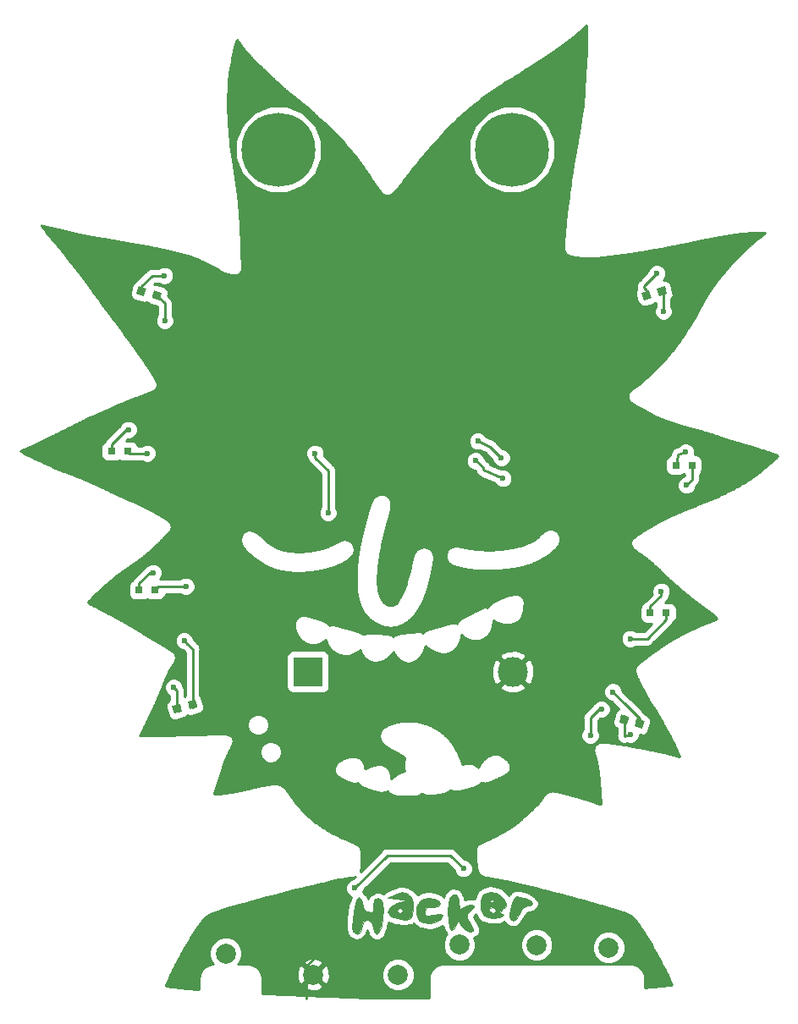
<source format=gtl>
G04 #@! TF.GenerationSoftware,KiCad,Pcbnew,(5.0.2)-1*
G04 #@! TF.CreationDate,2019-05-02T20:45:03-04:00*
G04 #@! TF.ProjectId,Badge2019,42616467-6532-4303-9139-2e6b69636164,rev?*
G04 #@! TF.SameCoordinates,Original*
G04 #@! TF.FileFunction,Copper,L1,Top*
G04 #@! TF.FilePolarity,Positive*
%FSLAX46Y46*%
G04 Gerber Fmt 4.6, Leading zero omitted, Abs format (unit mm)*
G04 Created by KiCad (PCBNEW (5.0.2)-1) date 5/2/2019 8:45:03 PM*
%MOMM*%
%LPD*%
G01*
G04 APERTURE LIST*
G04 #@! TA.AperFunction,EtchedComponent*
%ADD10C,0.010000*%
G04 #@! TD*
G04 #@! TA.AperFunction,ComponentPad*
%ADD11R,3.000000X3.000000*%
G04 #@! TD*
G04 #@! TA.AperFunction,ComponentPad*
%ADD12C,3.000000*%
G04 #@! TD*
G04 #@! TA.AperFunction,ComponentPad*
%ADD13C,2.000000*%
G04 #@! TD*
G04 #@! TA.AperFunction,ComponentPad*
%ADD14C,0.800000*%
G04 #@! TD*
G04 #@! TA.AperFunction,ComponentPad*
%ADD15C,7.400000*%
G04 #@! TD*
G04 #@! TA.AperFunction,SMDPad,CuDef*
%ADD16C,0.800000*%
G04 #@! TD*
G04 #@! TA.AperFunction,Conductor*
%ADD17C,0.100000*%
G04 #@! TD*
G04 #@! TA.AperFunction,SMDPad,CuDef*
%ADD18R,0.800000X0.800000*%
G04 #@! TD*
G04 #@! TA.AperFunction,ViaPad*
%ADD19C,0.600000*%
G04 #@! TD*
G04 #@! TA.AperFunction,Conductor*
%ADD20C,0.250000*%
G04 #@! TD*
G04 #@! TA.AperFunction,Conductor*
%ADD21C,0.254000*%
G04 #@! TD*
G04 APERTURE END LIST*
D10*
G04 #@! TO.C,G\002A\002A\002A*
G36*
X217468657Y-128667560D02*
X218080211Y-129187397D01*
X218112846Y-129235397D01*
X218406381Y-129741546D01*
X218380535Y-130034175D01*
X218067908Y-130304870D01*
X217802758Y-130580392D01*
X217898014Y-130673509D01*
X218105345Y-130827967D01*
X218067021Y-130940877D01*
X217669275Y-131156192D01*
X217026175Y-131192998D01*
X216393887Y-131058315D01*
X216115232Y-130887403D01*
X215847064Y-130308336D01*
X215845981Y-130268390D01*
X216705026Y-130268390D01*
X216730179Y-130406140D01*
X217071998Y-130663310D01*
X217147011Y-130673509D01*
X217391399Y-130469575D01*
X217398600Y-130406140D01*
X217180972Y-130171494D01*
X216981768Y-130138772D01*
X216705026Y-130268390D01*
X215845981Y-130268390D01*
X215826621Y-129554829D01*
X215831943Y-129540112D01*
X216712457Y-129540112D01*
X216975267Y-129582927D01*
X217322048Y-129533770D01*
X217326188Y-129442500D01*
X216968344Y-129378674D01*
X216813732Y-129421392D01*
X216712457Y-129540112D01*
X215831943Y-129540112D01*
X216053902Y-128926337D01*
X216115232Y-128855403D01*
X216752875Y-128545332D01*
X217468657Y-128667560D01*
X217468657Y-128667560D01*
G37*
X217468657Y-128667560D02*
X218080211Y-129187397D01*
X218112846Y-129235397D01*
X218406381Y-129741546D01*
X218380535Y-130034175D01*
X218067908Y-130304870D01*
X217802758Y-130580392D01*
X217898014Y-130673509D01*
X218105345Y-130827967D01*
X218067021Y-130940877D01*
X217669275Y-131156192D01*
X217026175Y-131192998D01*
X216393887Y-131058315D01*
X216115232Y-130887403D01*
X215847064Y-130308336D01*
X215845981Y-130268390D01*
X216705026Y-130268390D01*
X216730179Y-130406140D01*
X217071998Y-130663310D01*
X217147011Y-130673509D01*
X217391399Y-130469575D01*
X217398600Y-130406140D01*
X217180972Y-130171494D01*
X216981768Y-130138772D01*
X216705026Y-130268390D01*
X215845981Y-130268390D01*
X215826621Y-129554829D01*
X215831943Y-129540112D01*
X216712457Y-129540112D01*
X216975267Y-129582927D01*
X217322048Y-129533770D01*
X217326188Y-129442500D01*
X216968344Y-129378674D01*
X216813732Y-129421392D01*
X216712457Y-129540112D01*
X215831943Y-129540112D01*
X216053902Y-128926337D01*
X216115232Y-128855403D01*
X216752875Y-128545332D01*
X217468657Y-128667560D01*
G36*
X220084782Y-129137080D02*
X220217440Y-129178205D01*
X220804635Y-129456090D01*
X221033190Y-129746071D01*
X220867448Y-129941226D01*
X220479003Y-129962553D01*
X220019678Y-130172323D01*
X219713899Y-130697816D01*
X219388172Y-131255129D01*
X219037283Y-131464457D01*
X218786203Y-131289661D01*
X218735442Y-130980775D01*
X218822236Y-130373630D01*
X219013854Y-129687283D01*
X219234888Y-129169641D01*
X219524892Y-129014567D01*
X220084782Y-129137080D01*
X220084782Y-129137080D01*
G37*
X220084782Y-129137080D02*
X220217440Y-129178205D01*
X220804635Y-129456090D01*
X221033190Y-129746071D01*
X220867448Y-129941226D01*
X220479003Y-129962553D01*
X220019678Y-130172323D01*
X219713899Y-130697816D01*
X219388172Y-131255129D01*
X219037283Y-131464457D01*
X218786203Y-131289661D01*
X218735442Y-130980775D01*
X218822236Y-130373630D01*
X219013854Y-129687283D01*
X219234888Y-129169641D01*
X219524892Y-129014567D01*
X220084782Y-129137080D01*
G36*
X208530563Y-128778088D02*
X208556155Y-128791608D01*
X208936335Y-129102347D01*
X209073220Y-129600565D01*
X209057870Y-130202019D01*
X208963209Y-130931032D01*
X208729745Y-131280684D01*
X208222377Y-131341162D01*
X207505968Y-131238021D01*
X206836886Y-131034883D01*
X206582873Y-130687308D01*
X206570179Y-130539825D01*
X206630033Y-130406140D01*
X207505968Y-130406140D01*
X207709429Y-130665739D01*
X207773337Y-130673509D01*
X208032936Y-130470048D01*
X208040705Y-130406140D01*
X207837245Y-130146541D01*
X207773337Y-130138772D01*
X207513738Y-130342233D01*
X207505968Y-130406140D01*
X206630033Y-130406140D01*
X206780565Y-130069926D01*
X207454842Y-129714630D01*
X207505968Y-129697487D01*
X208441758Y-129389887D01*
X207505968Y-129287651D01*
X206570179Y-129185414D01*
X207271622Y-128832481D01*
X207937194Y-128618696D01*
X208530563Y-128778088D01*
X208530563Y-128778088D01*
G37*
X208530563Y-128778088D02*
X208556155Y-128791608D01*
X208936335Y-129102347D01*
X209073220Y-129600565D01*
X209057870Y-130202019D01*
X208963209Y-130931032D01*
X208729745Y-131280684D01*
X208222377Y-131341162D01*
X207505968Y-131238021D01*
X206836886Y-131034883D01*
X206582873Y-130687308D01*
X206570179Y-130539825D01*
X206630033Y-130406140D01*
X207505968Y-130406140D01*
X207709429Y-130665739D01*
X207773337Y-130673509D01*
X208032936Y-130470048D01*
X208040705Y-130406140D01*
X207837245Y-130146541D01*
X207773337Y-130138772D01*
X207513738Y-130342233D01*
X207505968Y-130406140D01*
X206630033Y-130406140D01*
X206780565Y-130069926D01*
X207454842Y-129714630D01*
X207505968Y-129697487D01*
X208441758Y-129389887D01*
X207505968Y-129287651D01*
X206570179Y-129185414D01*
X207271622Y-128832481D01*
X207937194Y-128618696D01*
X208530563Y-128778088D01*
G36*
X211234357Y-129224679D02*
X211688035Y-129497806D01*
X211783863Y-129752933D01*
X211591516Y-130051372D01*
X211058103Y-130082049D01*
X210471626Y-130135896D01*
X210229713Y-130507669D01*
X210226255Y-130827146D01*
X210487133Y-130914881D01*
X211089157Y-130829764D01*
X211711462Y-130767013D01*
X212037259Y-130839534D01*
X212051232Y-130875288D01*
X211815343Y-131338503D01*
X211233102Y-131663327D01*
X210714389Y-131742982D01*
X210062368Y-131626259D01*
X209698389Y-131422140D01*
X209400511Y-130810635D01*
X209424327Y-130077667D01*
X209741629Y-129471174D01*
X209937187Y-129323339D01*
X210584600Y-129151137D01*
X211234357Y-129224679D01*
X211234357Y-129224679D01*
G37*
X211234357Y-129224679D02*
X211688035Y-129497806D01*
X211783863Y-129752933D01*
X211591516Y-130051372D01*
X211058103Y-130082049D01*
X210471626Y-130135896D01*
X210229713Y-130507669D01*
X210226255Y-130827146D01*
X210487133Y-130914881D01*
X211089157Y-130829764D01*
X211711462Y-130767013D01*
X212037259Y-130839534D01*
X212051232Y-130875288D01*
X211815343Y-131338503D01*
X211233102Y-131663327D01*
X210714389Y-131742982D01*
X210062368Y-131626259D01*
X209698389Y-131422140D01*
X209400511Y-130810635D01*
X209424327Y-130077667D01*
X209741629Y-129471174D01*
X209937187Y-129323339D01*
X210584600Y-129151137D01*
X211234357Y-129224679D01*
G36*
X213386964Y-128857758D02*
X213617642Y-129291952D01*
X213655442Y-129657509D01*
X213696976Y-130206680D01*
X213849386Y-130295129D01*
X213976284Y-130192246D01*
X214504651Y-129917493D01*
X214819828Y-129871403D01*
X215171129Y-129899252D01*
X215145014Y-130072918D01*
X214848793Y-130416977D01*
X214535440Y-130821304D01*
X214520524Y-131172001D01*
X214799214Y-131714387D01*
X214822470Y-131753819D01*
X215116008Y-132285491D01*
X215117980Y-132502062D01*
X214815336Y-132544905D01*
X214749439Y-132545088D01*
X214217613Y-132328852D01*
X213881761Y-131943509D01*
X213632927Y-131526606D01*
X213504496Y-131568540D01*
X213404459Y-131902290D01*
X213157820Y-132299074D01*
X212920179Y-132347904D01*
X212735564Y-132038937D01*
X212618395Y-131382296D01*
X212578797Y-130561968D01*
X212626901Y-129761936D01*
X212748258Y-129224850D01*
X213054903Y-128815233D01*
X213386964Y-128857758D01*
X213386964Y-128857758D01*
G37*
X213386964Y-128857758D02*
X213617642Y-129291952D01*
X213655442Y-129657509D01*
X213696976Y-130206680D01*
X213849386Y-130295129D01*
X213976284Y-130192246D01*
X214504651Y-129917493D01*
X214819828Y-129871403D01*
X215171129Y-129899252D01*
X215145014Y-130072918D01*
X214848793Y-130416977D01*
X214535440Y-130821304D01*
X214520524Y-131172001D01*
X214799214Y-131714387D01*
X214822470Y-131753819D01*
X215116008Y-132285491D01*
X215117980Y-132502062D01*
X214815336Y-132544905D01*
X214749439Y-132545088D01*
X214217613Y-132328852D01*
X213881761Y-131943509D01*
X213632927Y-131526606D01*
X213504496Y-131568540D01*
X213404459Y-131902290D01*
X213157820Y-132299074D01*
X212920179Y-132347904D01*
X212735564Y-132038937D01*
X212618395Y-131382296D01*
X212578797Y-130561968D01*
X212626901Y-129761936D01*
X212748258Y-129224850D01*
X213054903Y-128815233D01*
X213386964Y-128857758D01*
G36*
X203948756Y-129298616D02*
X204030179Y-129709114D01*
X204187923Y-130267140D01*
X204453099Y-130511219D01*
X204918400Y-130649078D01*
X205080881Y-130468316D01*
X205099653Y-130020867D01*
X205220587Y-129375104D01*
X205567246Y-129194759D01*
X205865490Y-129314252D01*
X206038720Y-129676921D01*
X206090116Y-130354255D01*
X206039071Y-131176366D01*
X205904977Y-131973362D01*
X205707228Y-132575354D01*
X205466170Y-132812456D01*
X205181019Y-132583359D01*
X205099653Y-132175219D01*
X204941384Y-131614346D01*
X204584304Y-131364379D01*
X204204997Y-131460493D01*
X203980049Y-131937868D01*
X203978303Y-131951834D01*
X203784117Y-132526594D01*
X203456962Y-132770749D01*
X203125827Y-132594061D01*
X203105227Y-132562624D01*
X203008164Y-132104611D01*
X203026074Y-131372474D01*
X203131949Y-130535169D01*
X203298780Y-129761648D01*
X203499559Y-129220865D01*
X203663661Y-129069298D01*
X203948756Y-129298616D01*
X203948756Y-129298616D01*
G37*
X203948756Y-129298616D02*
X204030179Y-129709114D01*
X204187923Y-130267140D01*
X204453099Y-130511219D01*
X204918400Y-130649078D01*
X205080881Y-130468316D01*
X205099653Y-130020867D01*
X205220587Y-129375104D01*
X205567246Y-129194759D01*
X205865490Y-129314252D01*
X206038720Y-129676921D01*
X206090116Y-130354255D01*
X206039071Y-131176366D01*
X205904977Y-131973362D01*
X205707228Y-132575354D01*
X205466170Y-132812456D01*
X205181019Y-132583359D01*
X205099653Y-132175219D01*
X204941384Y-131614346D01*
X204584304Y-131364379D01*
X204204997Y-131460493D01*
X203980049Y-131937868D01*
X203978303Y-131951834D01*
X203784117Y-132526594D01*
X203456962Y-132770749D01*
X203125827Y-132594061D01*
X203105227Y-132562624D01*
X203008164Y-132104611D01*
X203026074Y-131372474D01*
X203131949Y-130535169D01*
X203298780Y-129761648D01*
X203499559Y-129220865D01*
X203663661Y-129069298D01*
X203948756Y-129298616D01*
G04 #@! TD*
D11*
G04 #@! TO.P,BT1,1*
G04 #@! TO.N,/VBATCR*
X198564500Y-106537760D03*
D12*
G04 #@! TO.P,BT1,2*
G04 #@! TO.N,GND*
X219054500Y-106537760D03*
G04 #@! TD*
D13*
G04 #@! TO.P,REF\002A\002A,6*
G04 #@! TO.N,/MOSI*
X228660960Y-134134860D03*
G04 #@! TD*
G04 #@! TO.P,REF\002A\002A,1*
G04 #@! TO.N,/SCK*
X213720680Y-133860540D03*
G04 #@! TD*
G04 #@! TO.P,REF\002A\002A,5*
G04 #@! TO.N,/MISO*
X221447360Y-133870700D03*
G04 #@! TD*
G04 #@! TO.P,REF\002A\002A,1*
G04 #@! TO.N,GND*
X199095360Y-136842500D03*
G04 #@! TD*
G04 #@! TO.P,REF\002A\002A,1*
G04 #@! TO.N,/VIN5V*
X207584040Y-136857740D03*
G04 #@! TD*
D14*
G04 #@! TO.P,,1*
G04 #@! TO.N,N/C*
X197593021Y-52322659D03*
X195630800Y-51509880D03*
X193668579Y-52322659D03*
X192855800Y-54284880D03*
X193668579Y-56247101D03*
X195630800Y-57059880D03*
X197593021Y-56247101D03*
X198405800Y-54284880D03*
D15*
X195630800Y-54284880D03*
G04 #@! TD*
G04 #@! TO.P,,1*
G04 #@! TO.N,N/C*
X218970860Y-54284880D03*
D14*
X221745860Y-54284880D03*
X220933081Y-56247101D03*
X218970860Y-57059880D03*
X217008639Y-56247101D03*
X216195860Y-54284880D03*
X217008639Y-52322659D03*
X218970860Y-51509880D03*
X220933081Y-52322659D03*
G04 #@! TD*
D16*
G04 #@! TO.P,D1,1*
G04 #@! TO.N,Net-(D1-Pad1)*
X185475299Y-110242395D03*
D17*
G04 #@! TD*
G04 #@! TO.N,Net-(D1-Pad1)*
G04 #@! TO.C,D1*
G36*
X185758142Y-109752497D02*
X185965197Y-110525238D01*
X185192456Y-110732293D01*
X184985401Y-109959552D01*
X185758142Y-109752497D01*
X185758142Y-109752497D01*
G37*
D16*
G04 #@! TO.P,D1,2*
G04 #@! TO.N,Net-(D1-Pad2)*
X187020781Y-109828285D03*
D17*
G04 #@! TD*
G04 #@! TO.N,Net-(D1-Pad2)*
G04 #@! TO.C,D1*
G36*
X187303624Y-109338387D02*
X187510679Y-110111128D01*
X186737938Y-110318183D01*
X186530883Y-109545442D01*
X187303624Y-109338387D01*
X187303624Y-109338387D01*
G37*
D18*
G04 #@! TO.P,D2,2*
G04 #@! TO.N,Net-(D2-Pad2)*
X183278580Y-98348800D03*
G04 #@! TO.P,D2,1*
G04 #@! TO.N,Net-(D2-Pad1)*
X181678580Y-98348800D03*
G04 #@! TD*
G04 #@! TO.P,D3,1*
G04 #@! TO.N,Net-(D3-Pad1)*
X178915160Y-84467700D03*
G04 #@! TO.P,D3,2*
G04 #@! TO.N,Net-(D3-Pad2)*
X180515160Y-84467700D03*
G04 #@! TD*
D16*
G04 #@! TO.P,D4,2*
G04 #@! TO.N,Net-(D4-Pad2)*
X183452081Y-68891195D03*
D17*
G04 #@! TD*
G04 #@! TO.N,Net-(D4-Pad2)*
G04 #@! TO.C,D4*
G36*
X183941979Y-68608352D02*
X183734924Y-69381093D01*
X182962183Y-69174038D01*
X183169238Y-68401297D01*
X183941979Y-68608352D01*
X183941979Y-68608352D01*
G37*
D16*
G04 #@! TO.P,D4,1*
G04 #@! TO.N,Net-(D4-Pad1)*
X181906599Y-68477085D03*
D17*
G04 #@! TD*
G04 #@! TO.N,Net-(D4-Pad1)*
G04 #@! TO.C,D4*
G36*
X182396497Y-68194242D02*
X182189442Y-68966983D01*
X181416701Y-68759928D01*
X181623756Y-67987187D01*
X182396497Y-68194242D01*
X182396497Y-68194242D01*
G37*
D16*
G04 #@! TO.P,D5,1*
G04 #@! TO.N,Net-(D5-Pad1)*
X232444979Y-68891195D03*
D17*
G04 #@! TD*
G04 #@! TO.N,Net-(D5-Pad1)*
G04 #@! TO.C,D5*
G36*
X232727822Y-68401297D02*
X232934877Y-69174038D01*
X232162136Y-69381093D01*
X231955081Y-68608352D01*
X232727822Y-68401297D01*
X232727822Y-68401297D01*
G37*
D16*
G04 #@! TO.P,D5,2*
G04 #@! TO.N,Net-(D5-Pad2)*
X233990461Y-68477085D03*
D17*
G04 #@! TD*
G04 #@! TO.N,Net-(D5-Pad2)*
G04 #@! TO.C,D5*
G36*
X234273304Y-67987187D02*
X234480359Y-68759928D01*
X233707618Y-68966983D01*
X233500563Y-68194242D01*
X234273304Y-67987187D01*
X234273304Y-67987187D01*
G37*
D18*
G04 #@! TO.P,D6,1*
G04 #@! TO.N,Net-(D6-Pad1)*
X235386980Y-85879940D03*
G04 #@! TO.P,D6,2*
G04 #@! TO.N,Net-(D6-Pad2)*
X236986980Y-85879940D03*
G04 #@! TD*
G04 #@! TO.P,D7,1*
G04 #@! TO.N,Net-(D7-Pad1)*
X232816500Y-100652580D03*
G04 #@! TO.P,D7,2*
G04 #@! TO.N,Net-(D7-Pad2)*
X234416500Y-100652580D03*
G04 #@! TD*
D16*
G04 #@! TO.P,D8,2*
G04 #@! TO.N,Net-(D8-Pad2)*
X231745101Y-111740995D03*
D17*
G04 #@! TD*
G04 #@! TO.N,Net-(D8-Pad2)*
G04 #@! TO.C,D8*
G36*
X232234999Y-111458152D02*
X232027944Y-112230893D01*
X231255203Y-112023838D01*
X231462258Y-111251097D01*
X232234999Y-111458152D01*
X232234999Y-111458152D01*
G37*
D16*
G04 #@! TO.P,D8,1*
G04 #@! TO.N,Net-(D8-Pad1)*
X230199619Y-111326885D03*
D17*
G04 #@! TD*
G04 #@! TO.N,Net-(D8-Pad1)*
G04 #@! TO.C,D8*
G36*
X230689517Y-111044042D02*
X230482462Y-111816783D01*
X229709721Y-111609728D01*
X229916776Y-110836987D01*
X230689517Y-111044042D01*
X230689517Y-111044042D01*
G37*
D13*
G04 #@! TO.P,REF\002A\002A,1*
G04 #@! TO.N,/RST*
X190337440Y-134721600D03*
G04 #@! TD*
D19*
G04 #@! TO.N,GND*
X233067860Y-84579460D03*
X226768660Y-89103200D03*
X232610660Y-96509840D03*
X178691540Y-65290700D03*
X225905060Y-68399660D03*
X190609220Y-106829860D03*
X181249320Y-101137720D03*
X206656940Y-106507280D03*
X207586580Y-106507280D03*
X208574640Y-106507280D03*
X207667860Y-107373420D03*
X207647540Y-108364020D03*
X207647540Y-109313980D03*
X206656940Y-109291120D03*
X208617820Y-109395260D03*
X210515200Y-106527600D03*
X211317840Y-106507280D03*
X209854800Y-107581700D03*
X209936080Y-108529120D03*
X210741260Y-109395260D03*
X211503260Y-109313980D03*
X212123020Y-108488480D03*
X212039200Y-107538520D03*
X213278720Y-106342180D03*
X214165180Y-106321860D03*
X215092280Y-106301540D03*
X214226140Y-107353100D03*
X214205820Y-108468160D03*
X214205820Y-109395260D03*
X201714100Y-58671460D03*
X228437440Y-111467900D03*
X188305440Y-133299200D03*
X198760080Y-119908320D03*
G04 #@! TO.N,Net-(D1-Pad2)*
X186188508Y-103440331D03*
G04 #@! TO.N,Net-(D2-Pad2)*
X186349640Y-97995740D03*
G04 #@! TO.N,Net-(D3-Pad2)*
X182471060Y-84688680D03*
G04 #@! TO.N,Net-(D1-Pad1)*
X185133017Y-108108353D03*
G04 #@! TO.N,Net-(D2-Pad1)*
X183073040Y-96626680D03*
G04 #@! TO.N,Net-(D3-Pad1)*
X180586380Y-82323940D03*
G04 #@! TO.N,Net-(D4-Pad2)*
X184238900Y-71437500D03*
G04 #@! TO.N,Net-(D4-Pad1)*
X184205880Y-66908680D03*
G04 #@! TO.N,Net-(D5-Pad1)*
X233471720Y-66690240D03*
G04 #@! TO.N,Net-(D5-Pad2)*
X234139740Y-70477380D03*
G04 #@! TO.N,Net-(D6-Pad2)*
X236435900Y-87889080D03*
G04 #@! TO.N,Net-(D6-Pad1)*
X236358240Y-84582000D03*
G04 #@! TO.N,Net-(D7-Pad1)*
X233906060Y-98496120D03*
G04 #@! TO.N,Net-(D7-Pad2)*
X230803728Y-103231413D03*
G04 #@! TO.N,Net-(D8-Pad2)*
X229080060Y-108557060D03*
G04 #@! TO.N,Net-(D8-Pad1)*
X230845360Y-112826800D03*
G04 #@! TO.N,/RST*
X226814464Y-112897920D03*
X214129620Y-126245620D03*
X203238100Y-128196340D03*
X227914200Y-110284260D03*
G04 #@! TO.N,/MISO*
X218081860Y-87205820D03*
X215323420Y-85437980D03*
G04 #@! TO.N,/SCK*
X217921840Y-85133180D03*
X215562180Y-83466940D03*
G04 #@! TO.N,/VCC*
X199273160Y-84683600D03*
X200576180Y-90637360D03*
G04 #@! TD*
D20*
G04 #@! TO.N,GND*
X199289346Y-132882841D02*
X199289346Y-135139754D01*
X198401940Y-136027160D02*
X198401940Y-139220866D01*
X199289346Y-135139754D02*
X198401940Y-136027160D01*
G04 #@! TO.N,Net-(D1-Pad2)*
X187020781Y-109828285D02*
X187020781Y-104272604D01*
X187020781Y-104272604D02*
X186488507Y-103740330D01*
X186488507Y-103740330D02*
X186188508Y-103440331D01*
G04 #@! TO.N,Net-(D2-Pad2)*
X183631640Y-97995740D02*
X183278580Y-98348800D01*
X186349640Y-97995740D02*
X183631640Y-97995740D01*
G04 #@! TO.N,Net-(D3-Pad2)*
X180736140Y-84688680D02*
X180515160Y-84467700D01*
X182471060Y-84688680D02*
X180736140Y-84688680D01*
G04 #@! TO.N,Net-(D1-Pad1)*
X185475299Y-110242395D02*
X185475299Y-108450635D01*
X185433016Y-108408352D02*
X185133017Y-108108353D01*
X185475299Y-108450635D02*
X185433016Y-108408352D01*
G04 #@! TO.N,Net-(D2-Pad1)*
X181678580Y-97698800D02*
X182750700Y-96626680D01*
X181678580Y-98348800D02*
X181678580Y-97698800D01*
X182750700Y-96626680D02*
X183073040Y-96626680D01*
G04 #@! TO.N,Net-(D3-Pad1)*
X178915160Y-83817700D02*
X180408920Y-82323940D01*
X178915160Y-84467700D02*
X178915160Y-83817700D01*
X180408920Y-82323940D02*
X180586380Y-82323940D01*
G04 #@! TO.N,Net-(D4-Pad2)*
X184238900Y-69678014D02*
X183452081Y-68891195D01*
X184238900Y-71437500D02*
X184238900Y-69678014D01*
G04 #@! TO.N,Net-(D4-Pad1)*
X181906599Y-67962975D02*
X182960894Y-66908680D01*
X181906599Y-68477085D02*
X181906599Y-67962975D01*
X182960894Y-66908680D02*
X184205880Y-66908680D01*
G04 #@! TO.N,Net-(D5-Pad1)*
X232444979Y-68377085D02*
X232209340Y-68141446D01*
X232444979Y-68891195D02*
X232444979Y-68377085D01*
X232209340Y-68141446D02*
X232209340Y-67952620D01*
X232209340Y-67952620D02*
X233471720Y-66690240D01*
G04 #@! TO.N,Net-(D5-Pad2)*
X234139740Y-68626364D02*
X233990461Y-68477085D01*
X234139740Y-70477380D02*
X234139740Y-68626364D01*
G04 #@! TO.N,Net-(D6-Pad2)*
X236986980Y-85879940D02*
X236986980Y-87338000D01*
X236986980Y-87338000D02*
X236435900Y-87889080D01*
G04 #@! TO.N,Net-(D6-Pad1)*
X235612940Y-84782660D02*
X235386980Y-85879940D01*
X236358240Y-84582000D02*
X235612940Y-84782660D01*
G04 #@! TO.N,Net-(D7-Pad1)*
X232816500Y-100002580D02*
X233906060Y-98913020D01*
X232816500Y-100652580D02*
X232816500Y-100002580D01*
X233906060Y-98913020D02*
X233906060Y-98496120D01*
G04 #@! TO.N,Net-(D7-Pad2)*
X232487667Y-103231413D02*
X231227992Y-103231413D01*
X234416500Y-101302580D02*
X232487667Y-103231413D01*
X231227992Y-103231413D02*
X230803728Y-103231413D01*
X234416500Y-100652580D02*
X234416500Y-101302580D01*
G04 #@! TO.N,Net-(D8-Pad2)*
X231745101Y-111226885D02*
X231745101Y-111740995D01*
X230304915Y-109786699D02*
X231745101Y-111226885D01*
X230284299Y-109786699D02*
X230304915Y-109786699D01*
X229080060Y-108557060D02*
X230284299Y-109786699D01*
G04 #@! TO.N,Net-(D8-Pad1)*
X230199619Y-112996399D02*
X230199619Y-111326885D01*
X230845360Y-112826800D02*
X230199619Y-112996399D01*
G04 #@! TO.N,/RST*
X206524860Y-124909580D02*
X203238100Y-128196340D01*
X214129620Y-126245620D02*
X212793580Y-124909580D01*
X212793580Y-124909580D02*
X206524860Y-124909580D01*
X226819460Y-112892924D02*
X226814464Y-112897920D01*
X226819460Y-111137700D02*
X226819460Y-112892924D01*
X227914200Y-110284260D02*
X227672900Y-110284260D01*
X227672900Y-110284260D02*
X226819460Y-111137700D01*
G04 #@! TO.N,/MISO*
X216085699Y-86324719D02*
X218081860Y-87205820D01*
X215323420Y-85437980D02*
X216085699Y-86058019D01*
X216085699Y-86058019D02*
X216085699Y-86324719D01*
G04 #@! TO.N,/SCK*
X216811860Y-84023200D02*
X217921840Y-85133180D01*
X215562180Y-83466940D02*
X216811860Y-84023200D01*
G04 #@! TO.N,/VCC*
X199273160Y-85107864D02*
X200576180Y-86410884D01*
X199273160Y-84683600D02*
X199273160Y-85107864D01*
X200576180Y-86410884D02*
X200576180Y-90637360D01*
G04 #@! TD*
D21*
G04 #@! TO.N,GND*
G36*
X226408750Y-41917556D02*
X226416847Y-42036024D01*
X226424143Y-42161262D01*
X226430609Y-42292863D01*
X226436206Y-42430066D01*
X226440919Y-42572555D01*
X226444715Y-42719514D01*
X226447583Y-42870642D01*
X226449502Y-43025233D01*
X226450458Y-43182839D01*
X226450439Y-43343068D01*
X226449429Y-43505302D01*
X226447416Y-43669231D01*
X226444391Y-43834025D01*
X226440343Y-43999419D01*
X226435257Y-44164883D01*
X226429126Y-44330040D01*
X226421950Y-44494040D01*
X226413708Y-44656771D01*
X226404410Y-44817443D01*
X226394045Y-44975647D01*
X226382476Y-45132723D01*
X226381019Y-45151482D01*
X226380880Y-45151981D01*
X226376066Y-45215274D01*
X226374172Y-45239665D01*
X226374102Y-45239916D01*
X226372853Y-45256646D01*
X226371185Y-45278129D01*
X226371225Y-45278462D01*
X226369392Y-45303020D01*
X226367257Y-45331081D01*
X226367200Y-45331288D01*
X226366077Y-45346598D01*
X226364587Y-45366186D01*
X226364620Y-45366459D01*
X226362563Y-45394502D01*
X226360234Y-45425699D01*
X226360189Y-45425863D01*
X226359221Y-45439278D01*
X226357849Y-45457652D01*
X226357877Y-45457884D01*
X226355639Y-45488886D01*
X226353115Y-45523299D01*
X226353075Y-45523444D01*
X226352157Y-45536356D01*
X226350986Y-45552319D01*
X226351009Y-45552504D01*
X226348570Y-45586809D01*
X226345908Y-45623677D01*
X226345878Y-45623788D01*
X226345131Y-45634443D01*
X226344011Y-45649958D01*
X226344032Y-45650124D01*
X226341461Y-45686797D01*
X226338632Y-45726581D01*
X226338606Y-45726678D01*
X226337906Y-45736802D01*
X226336941Y-45750371D01*
X226336958Y-45750505D01*
X226334208Y-45790263D01*
X226331295Y-45831815D01*
X226331273Y-45831896D01*
X226330658Y-45840899D01*
X226329788Y-45853312D01*
X226329803Y-45853427D01*
X226326990Y-45894620D01*
X226323910Y-45939140D01*
X226323893Y-45939203D01*
X226323390Y-45946661D01*
X226322566Y-45958571D01*
X226322579Y-45958675D01*
X226319679Y-46001666D01*
X226316492Y-46048330D01*
X226316476Y-46048391D01*
X226315975Y-46055911D01*
X226315291Y-46065922D01*
X226315302Y-46066005D01*
X226312312Y-46110856D01*
X226309053Y-46159161D01*
X226309040Y-46159208D01*
X226308644Y-46165219D01*
X226307975Y-46175132D01*
X226307985Y-46175210D01*
X226304802Y-46223502D01*
X226301609Y-46271400D01*
X226301595Y-46271451D01*
X226301141Y-46278419D01*
X226300636Y-46285991D01*
X226300643Y-46286048D01*
X226297564Y-46333299D01*
X226294167Y-46384839D01*
X226294156Y-46384879D01*
X226293793Y-46390504D01*
X226293283Y-46398246D01*
X226293291Y-46398303D01*
X226290044Y-46448655D01*
X226286748Y-46499221D01*
X226286738Y-46499259D01*
X226286390Y-46504719D01*
X226285935Y-46511695D01*
X226285942Y-46511745D01*
X226282686Y-46562780D01*
X226279362Y-46614332D01*
X226279352Y-46614372D01*
X226279007Y-46619839D01*
X226278604Y-46626097D01*
X226278609Y-46626138D01*
X226275354Y-46677731D01*
X226272023Y-46729951D01*
X226272014Y-46729984D01*
X226271708Y-46734880D01*
X226271304Y-46741220D01*
X226271310Y-46741263D01*
X226268038Y-46793671D01*
X226264746Y-46845835D01*
X226264736Y-46845872D01*
X226264395Y-46851391D01*
X226264051Y-46856844D01*
X226264056Y-46856881D01*
X226260860Y-46908630D01*
X226257542Y-46961761D01*
X226257533Y-46961796D01*
X226257211Y-46967057D01*
X226256857Y-46972735D01*
X226256862Y-46972774D01*
X226253590Y-47026322D01*
X226250429Y-47077494D01*
X226250418Y-47077537D01*
X226250024Y-47084053D01*
X226249739Y-47088671D01*
X226249743Y-47088703D01*
X226246607Y-47140605D01*
X226243416Y-47192824D01*
X226243406Y-47192862D01*
X226243069Y-47198507D01*
X226242708Y-47204410D01*
X226242714Y-47204451D01*
X226239624Y-47256161D01*
X226236522Y-47307496D01*
X226236510Y-47307541D01*
X226236123Y-47314085D01*
X226235782Y-47319736D01*
X226235787Y-47319775D01*
X226232747Y-47371248D01*
X226229757Y-47421297D01*
X226229744Y-47421346D01*
X226229332Y-47428414D01*
X226228973Y-47434414D01*
X226228979Y-47434457D01*
X226226068Y-47484336D01*
X226223135Y-47533997D01*
X226223120Y-47534054D01*
X226222681Y-47541676D01*
X226222295Y-47548214D01*
X226222301Y-47548260D01*
X226219484Y-47597154D01*
X226216670Y-47645362D01*
X226216654Y-47645425D01*
X226216172Y-47653898D01*
X226215763Y-47660908D01*
X226215770Y-47660961D01*
X226213030Y-47709142D01*
X226210378Y-47755170D01*
X226210357Y-47755250D01*
X226209777Y-47765601D01*
X226209392Y-47772275D01*
X226209399Y-47772328D01*
X226206803Y-47818625D01*
X226204268Y-47863197D01*
X226204248Y-47863277D01*
X226203703Y-47873133D01*
X226203195Y-47882072D01*
X226203205Y-47882146D01*
X226200739Y-47926776D01*
X226198361Y-47969196D01*
X226198333Y-47969304D01*
X226197641Y-47982029D01*
X226197189Y-47990093D01*
X226197199Y-47990163D01*
X226194883Y-48032761D01*
X226192661Y-48072972D01*
X226192632Y-48073086D01*
X226191964Y-48085586D01*
X226191384Y-48096083D01*
X226191398Y-48096181D01*
X226189271Y-48135990D01*
X226187189Y-48174270D01*
X226187153Y-48174413D01*
X226186383Y-48189102D01*
X226185799Y-48199842D01*
X226185814Y-48199949D01*
X226183841Y-48237597D01*
X226181955Y-48272889D01*
X226181913Y-48273055D01*
X226181105Y-48288787D01*
X226180446Y-48301126D01*
X226180465Y-48301258D01*
X226178660Y-48336422D01*
X226175341Y-48399722D01*
X226175392Y-48400071D01*
X226173829Y-48430505D01*
X226169015Y-48524130D01*
X226164227Y-48614870D01*
X226159330Y-48705341D01*
X226154424Y-48793767D01*
X226149464Y-48881014D01*
X226144467Y-48966822D01*
X226139440Y-49051093D01*
X226134439Y-49132950D01*
X226129409Y-49213330D01*
X226124388Y-49291630D01*
X226119387Y-49367733D01*
X226114410Y-49441559D01*
X226109486Y-49512741D01*
X226104633Y-49581010D01*
X226099819Y-49646871D01*
X226095075Y-49709886D01*
X226090441Y-49769507D01*
X226085908Y-49825924D01*
X226081489Y-49878964D01*
X226077182Y-49928645D01*
X226073065Y-49974109D01*
X226069105Y-50015769D01*
X226065369Y-50052964D01*
X226061902Y-50085366D01*
X226058768Y-50112562D01*
X226058482Y-50114838D01*
X226058012Y-50117257D01*
X226055387Y-50122852D01*
X226052805Y-50133295D01*
X226045952Y-50152178D01*
X226043412Y-50168779D01*
X226043192Y-50169731D01*
X226040991Y-50176970D01*
X226040617Y-50177825D01*
X226040324Y-50179162D01*
X226034665Y-50197770D01*
X226033789Y-50206601D01*
X226033715Y-50206774D01*
X226032741Y-50211419D01*
X226026899Y-50233074D01*
X226026496Y-50239070D01*
X226025773Y-50242646D01*
X226020359Y-50264547D01*
X226020149Y-50269116D01*
X226019946Y-50269609D01*
X226019050Y-50274185D01*
X226014232Y-50295028D01*
X226014117Y-50298765D01*
X226013118Y-50303324D01*
X226012922Y-50303808D01*
X226012321Y-50306961D01*
X226008192Y-50325805D01*
X226008135Y-50328733D01*
X226005822Y-50339763D01*
X226005760Y-50339918D01*
X226005529Y-50341159D01*
X226002077Y-50357618D01*
X226002054Y-50359838D01*
X226001694Y-50361773D01*
X225995807Y-50390898D01*
X225995802Y-50392444D01*
X225994765Y-50398140D01*
X225989351Y-50425775D01*
X225989354Y-50426835D01*
X225987577Y-50436787D01*
X225982684Y-50462459D01*
X225982689Y-50463117D01*
X225980216Y-50477219D01*
X225975802Y-50500945D01*
X225975817Y-50502194D01*
X225975731Y-50502668D01*
X225975450Y-50503399D01*
X225972772Y-50518920D01*
X225968707Y-50541242D01*
X225968725Y-50542360D01*
X225967674Y-50548248D01*
X225967439Y-50548863D01*
X225964991Y-50563269D01*
X225961401Y-50583376D01*
X225961419Y-50584296D01*
X225960882Y-50587456D01*
X225959469Y-50595512D01*
X225959279Y-50596014D01*
X225957111Y-50608958D01*
X225953893Y-50627306D01*
X225953910Y-50628067D01*
X225953017Y-50633400D01*
X225951118Y-50644404D01*
X225950965Y-50644811D01*
X225949091Y-50656155D01*
X225946196Y-50672929D01*
X225946212Y-50673573D01*
X225944843Y-50681859D01*
X225942635Y-50694856D01*
X225942507Y-50695198D01*
X225940827Y-50705495D01*
X225938315Y-50720283D01*
X225938330Y-50720808D01*
X225936577Y-50731554D01*
X225934024Y-50746794D01*
X225933921Y-50747072D01*
X225932487Y-50755974D01*
X225930267Y-50769227D01*
X225930280Y-50769669D01*
X225928210Y-50782518D01*
X225925296Y-50800155D01*
X225925212Y-50800382D01*
X225923993Y-50808040D01*
X225922062Y-50819726D01*
X225922074Y-50820095D01*
X225919605Y-50835607D01*
X225916468Y-50854837D01*
X225916402Y-50855017D01*
X225915391Y-50861443D01*
X225913714Y-50871723D01*
X225913725Y-50872031D01*
X225911030Y-50889157D01*
X225907544Y-50910790D01*
X225907489Y-50910941D01*
X225906622Y-50916515D01*
X225905236Y-50925117D01*
X225905245Y-50925365D01*
X225902143Y-50945304D01*
X225898544Y-50967913D01*
X225898499Y-50968038D01*
X225897787Y-50972669D01*
X225896643Y-50979858D01*
X225896651Y-50980053D01*
X225893361Y-51001432D01*
X225889472Y-51026149D01*
X225889442Y-51026231D01*
X225888947Y-51029486D01*
X225887948Y-51035832D01*
X225887955Y-51036003D01*
X225884406Y-51059322D01*
X225880351Y-51085392D01*
X225880323Y-51085468D01*
X225879857Y-51088566D01*
X225879166Y-51093006D01*
X225879171Y-51093122D01*
X225875382Y-51118297D01*
X225871185Y-51145578D01*
X225871165Y-51145633D01*
X225870831Y-51147880D01*
X225870310Y-51151263D01*
X225870314Y-51151350D01*
X225866400Y-51177638D01*
X225861989Y-51206622D01*
X225861981Y-51206645D01*
X225861838Y-51207618D01*
X225861395Y-51210527D01*
X225861398Y-51210601D01*
X225857288Y-51238507D01*
X225852786Y-51268419D01*
X225852779Y-51268440D01*
X225852652Y-51269313D01*
X225852436Y-51270747D01*
X225852438Y-51270783D01*
X225848119Y-51300432D01*
X225843582Y-51330906D01*
X225843579Y-51330915D01*
X225843525Y-51331288D01*
X225843448Y-51331807D01*
X225843449Y-51331820D01*
X225839083Y-51362126D01*
X225834444Y-51393623D01*
X225834470Y-51394137D01*
X225825439Y-51456136D01*
X225825466Y-51456648D01*
X225816369Y-51519651D01*
X225806423Y-51587193D01*
X225795607Y-51659448D01*
X225784077Y-51735394D01*
X225771771Y-51815453D01*
X225758675Y-51899728D01*
X225744955Y-51987164D01*
X225730640Y-52077591D01*
X225715731Y-52171029D01*
X225700159Y-52267901D01*
X225684141Y-52366871D01*
X225667675Y-52467963D01*
X225650721Y-52571417D01*
X225633377Y-52676663D01*
X225615611Y-52783881D01*
X225597501Y-52892592D01*
X225579182Y-53002004D01*
X225560581Y-53112557D01*
X225541621Y-53224692D01*
X225522708Y-53336015D01*
X225503390Y-53449189D01*
X225484336Y-53560286D01*
X225464969Y-53672664D01*
X225445379Y-53785795D01*
X225426020Y-53897041D01*
X225406992Y-54005852D01*
X225387533Y-54116555D01*
X225368321Y-54225276D01*
X225349409Y-54331707D01*
X225330530Y-54437345D01*
X225323019Y-54479123D01*
X225322753Y-54479804D01*
X225311738Y-54541865D01*
X225300579Y-54603933D01*
X225300592Y-54604664D01*
X225254348Y-54865224D01*
X225253711Y-54866882D01*
X225243192Y-54928079D01*
X225232369Y-54989059D01*
X225232406Y-54990830D01*
X225186030Y-55260632D01*
X225185448Y-55262170D01*
X225175229Y-55323466D01*
X225164702Y-55384710D01*
X225164745Y-55386354D01*
X225118643Y-55662890D01*
X225118106Y-55664330D01*
X225108150Y-55725829D01*
X225097922Y-55787181D01*
X225097970Y-55788715D01*
X225052326Y-56070665D01*
X225051825Y-56072027D01*
X225042121Y-56133703D01*
X225032175Y-56195141D01*
X225032227Y-56196587D01*
X224987223Y-56482618D01*
X224986752Y-56483916D01*
X224977287Y-56545767D01*
X224967613Y-56607254D01*
X224967668Y-56608626D01*
X224923478Y-56897408D01*
X224923031Y-56898654D01*
X224913819Y-56960526D01*
X224904385Y-57022177D01*
X224904444Y-57023496D01*
X224861239Y-57313682D01*
X224860812Y-57314888D01*
X224851846Y-57376770D01*
X224842645Y-57438569D01*
X224842707Y-57439846D01*
X224800654Y-57730089D01*
X224800241Y-57731271D01*
X224791498Y-57793286D01*
X224782545Y-57855077D01*
X224782610Y-57856323D01*
X224741871Y-58145282D01*
X224741469Y-58146447D01*
X224732963Y-58208469D01*
X224724238Y-58270355D01*
X224724307Y-58271584D01*
X224685040Y-58557906D01*
X224684643Y-58559068D01*
X224676376Y-58621075D01*
X224667877Y-58683049D01*
X224667951Y-58684275D01*
X224630310Y-58966612D01*
X224629917Y-58967779D01*
X224621894Y-59029740D01*
X224613619Y-59091812D01*
X224613698Y-59093044D01*
X224577832Y-59370044D01*
X224577435Y-59371236D01*
X224569638Y-59433322D01*
X224561615Y-59495288D01*
X224561700Y-59496539D01*
X224527753Y-59766863D01*
X224527351Y-59768087D01*
X224519805Y-59830152D01*
X224512022Y-59892132D01*
X224512114Y-59893416D01*
X224480224Y-60155718D01*
X224479812Y-60156990D01*
X224472543Y-60218897D01*
X224464993Y-60280996D01*
X224465094Y-60282334D01*
X224435395Y-60535265D01*
X224434966Y-60536608D01*
X224427958Y-60598595D01*
X224420685Y-60660537D01*
X224420797Y-60661942D01*
X224393411Y-60904181D01*
X224392962Y-60905612D01*
X224386262Y-60967422D01*
X224379253Y-61029420D01*
X224379379Y-61030920D01*
X224354425Y-61261131D01*
X224353946Y-61262682D01*
X224347558Y-61324480D01*
X224340855Y-61386315D01*
X224340998Y-61387933D01*
X224318579Y-61604808D01*
X224318064Y-61606511D01*
X224312028Y-61668184D01*
X224305648Y-61729903D01*
X224305814Y-61731677D01*
X224286021Y-61933915D01*
X224285457Y-61935820D01*
X224279803Y-61997450D01*
X224273791Y-62058877D01*
X224273986Y-62060849D01*
X224256890Y-62247195D01*
X224256267Y-62249355D01*
X224251071Y-62310625D01*
X224245444Y-62371960D01*
X224245680Y-62374200D01*
X224231330Y-62543408D01*
X224230629Y-62545913D01*
X224225945Y-62606905D01*
X224220773Y-62667899D01*
X224221063Y-62670486D01*
X224209475Y-62821391D01*
X224208672Y-62824368D01*
X224204590Y-62885019D01*
X224199946Y-62945490D01*
X224200313Y-62948545D01*
X224191460Y-63080079D01*
X224190528Y-63083696D01*
X224187178Y-63143686D01*
X224183145Y-63203605D01*
X224183626Y-63207307D01*
X224177414Y-63318553D01*
X224176312Y-63323099D01*
X224173863Y-63382138D01*
X224170564Y-63441226D01*
X224171219Y-63445858D01*
X224167472Y-63536188D01*
X224166149Y-63542128D01*
X224164830Y-63599879D01*
X224162438Y-63657543D01*
X224163376Y-63663551D01*
X224161792Y-63732900D01*
X224160193Y-63741051D01*
X224160338Y-63796577D01*
X224159070Y-63852101D01*
X224160504Y-63860285D01*
X224160634Y-63909713D01*
X224158744Y-63921680D01*
X224160800Y-63973374D01*
X224160935Y-64025132D01*
X224163331Y-64037013D01*
X224164656Y-64070342D01*
X224162774Y-64089688D01*
X224167185Y-64133934D01*
X224168952Y-64178361D01*
X224173498Y-64197258D01*
X224176389Y-64226250D01*
X224176901Y-64262415D01*
X224182700Y-64289554D01*
X224183181Y-64294376D01*
X224180730Y-64316405D01*
X224210126Y-64417904D01*
X224218621Y-64457659D01*
X224227828Y-64479027D01*
X224234301Y-64501375D01*
X224253011Y-64537468D01*
X224259032Y-64551440D01*
X224278129Y-64613258D01*
X224293827Y-64632189D01*
X224294827Y-64634509D01*
X224299593Y-64639142D01*
X224315833Y-64658725D01*
X224332542Y-64694534D01*
X224365520Y-64724737D01*
X224376714Y-64744153D01*
X224399783Y-64761877D01*
X224433542Y-64804088D01*
X224495557Y-64838249D01*
X224506129Y-64846835D01*
X224519652Y-64853975D01*
X224529418Y-64861478D01*
X224557477Y-64875337D01*
X224573359Y-64886115D01*
X224582063Y-64889794D01*
X224592107Y-64895885D01*
X224604859Y-64900522D01*
X224611071Y-64904363D01*
X224624799Y-64909489D01*
X224626898Y-64910598D01*
X224659166Y-64928372D01*
X224660937Y-64928569D01*
X224676423Y-64936745D01*
X224697884Y-64938748D01*
X224703971Y-64941321D01*
X224709760Y-64942516D01*
X224709838Y-64942556D01*
X224725017Y-64946911D01*
X224745900Y-64954709D01*
X224753939Y-64956015D01*
X224759879Y-64957611D01*
X224783709Y-64965645D01*
X224791027Y-64966593D01*
X224793827Y-64967303D01*
X224806645Y-64971266D01*
X224806866Y-64971368D01*
X224807353Y-64971485D01*
X224819354Y-64975196D01*
X224825429Y-64975827D01*
X224827702Y-64976373D01*
X224840268Y-64979979D01*
X224840668Y-64980158D01*
X224841778Y-64980412D01*
X224853994Y-64983917D01*
X224858869Y-64984323D01*
X224861889Y-64985014D01*
X224875117Y-64988567D01*
X224875453Y-64988714D01*
X224876584Y-64988961D01*
X224888368Y-64992127D01*
X224892220Y-64992382D01*
X224896632Y-64993347D01*
X224911125Y-64997019D01*
X224911299Y-64997093D01*
X224911989Y-64997238D01*
X224922920Y-65000007D01*
X224925936Y-65000163D01*
X224932230Y-65001484D01*
X224958024Y-65007680D01*
X224960365Y-65007772D01*
X224968654Y-65009444D01*
X224993861Y-65015212D01*
X224995620Y-65015262D01*
X225006231Y-65017324D01*
X225030566Y-65022647D01*
X225031861Y-65022672D01*
X225044778Y-65025093D01*
X225068221Y-65030010D01*
X225069112Y-65030019D01*
X225084320Y-65032772D01*
X225106848Y-65037316D01*
X225107433Y-65037318D01*
X225124970Y-65040388D01*
X225146530Y-65044576D01*
X225148261Y-65044568D01*
X225149441Y-65045018D01*
X225166690Y-65047940D01*
X225187220Y-65051788D01*
X225189236Y-65051766D01*
X225191378Y-65052153D01*
X225192835Y-65052700D01*
X225209485Y-65055431D01*
X225228938Y-65058953D01*
X225230761Y-65058922D01*
X225231767Y-65059087D01*
X225235877Y-65059806D01*
X225237197Y-65060294D01*
X225253037Y-65062811D01*
X225271624Y-65066065D01*
X225273280Y-65066027D01*
X225275901Y-65066443D01*
X225281255Y-65067351D01*
X225282471Y-65067793D01*
X225297713Y-65070139D01*
X225315297Y-65073118D01*
X225316793Y-65073075D01*
X225320798Y-65073692D01*
X225327487Y-65074789D01*
X225328605Y-65075190D01*
X225343145Y-65077358D01*
X225359892Y-65080105D01*
X225361262Y-65080059D01*
X225366676Y-65080866D01*
X225374515Y-65082111D01*
X225375561Y-65082481D01*
X225389583Y-65084505D01*
X225405372Y-65087014D01*
X225406622Y-65086965D01*
X225413409Y-65087945D01*
X225422299Y-65089314D01*
X225423288Y-65089658D01*
X225436850Y-65091553D01*
X225451690Y-65093837D01*
X225452837Y-65093787D01*
X225460904Y-65094914D01*
X225470777Y-65096386D01*
X225471700Y-65096703D01*
X225484601Y-65098447D01*
X225498794Y-65100563D01*
X225499869Y-65100511D01*
X225508909Y-65101733D01*
X225519898Y-65103320D01*
X225520783Y-65103619D01*
X225533284Y-65105252D01*
X225546644Y-65107181D01*
X225547643Y-65107128D01*
X225557981Y-65108479D01*
X225569608Y-65110103D01*
X225570468Y-65110390D01*
X225582691Y-65111931D01*
X225595191Y-65113678D01*
X225596118Y-65113625D01*
X225607388Y-65115046D01*
X225619837Y-65116729D01*
X225620654Y-65116997D01*
X225632289Y-65118412D01*
X225644347Y-65120042D01*
X225645238Y-65119987D01*
X225657263Y-65121449D01*
X225670550Y-65123185D01*
X225671354Y-65123445D01*
X225682760Y-65124780D01*
X225694103Y-65126262D01*
X225694943Y-65126206D01*
X225708137Y-65127751D01*
X225721871Y-65129482D01*
X225722854Y-65129795D01*
X225736070Y-65131273D01*
X225744388Y-65132322D01*
X225745037Y-65132276D01*
X225760627Y-65134020D01*
X225794929Y-65138191D01*
X225795244Y-65138289D01*
X225824469Y-65141368D01*
X225846256Y-65143918D01*
X225847632Y-65143808D01*
X225856526Y-65144745D01*
X225864716Y-65145661D01*
X225866630Y-65146241D01*
X225893673Y-65148899D01*
X225917910Y-65151610D01*
X225919698Y-65151458D01*
X225927910Y-65152265D01*
X225935072Y-65153019D01*
X225937176Y-65153640D01*
X225964423Y-65156111D01*
X225989024Y-65158703D01*
X225991000Y-65158522D01*
X225998283Y-65159183D01*
X226004726Y-65159816D01*
X226007001Y-65160467D01*
X226034226Y-65162716D01*
X226059294Y-65165180D01*
X226061465Y-65164966D01*
X226067930Y-65165500D01*
X226073809Y-65166033D01*
X226076249Y-65166709D01*
X226103517Y-65168728D01*
X226128879Y-65171028D01*
X226131224Y-65170779D01*
X226137152Y-65171218D01*
X226142452Y-65171655D01*
X226145046Y-65172349D01*
X226172313Y-65174122D01*
X226197896Y-65176235D01*
X226200403Y-65175948D01*
X226205763Y-65176297D01*
X226210798Y-65176669D01*
X226213524Y-65177371D01*
X226240675Y-65178881D01*
X226266488Y-65180792D01*
X226269147Y-65180465D01*
X226274149Y-65180743D01*
X226278948Y-65181055D01*
X226281777Y-65181754D01*
X226308754Y-65182993D01*
X226334780Y-65184685D01*
X226337570Y-65184316D01*
X226342295Y-65184533D01*
X226347013Y-65184796D01*
X226349927Y-65185485D01*
X226376787Y-65186452D01*
X226402900Y-65187904D01*
X226405785Y-65187495D01*
X226410445Y-65187663D01*
X226415107Y-65187877D01*
X226418081Y-65188549D01*
X226444800Y-65189241D01*
X226470941Y-65190441D01*
X226473893Y-65189993D01*
X226478579Y-65190115D01*
X226483342Y-65190286D01*
X226486342Y-65190932D01*
X226512832Y-65191347D01*
X226539025Y-65192290D01*
X226542022Y-65191805D01*
X226546770Y-65191880D01*
X226551826Y-65192010D01*
X226554825Y-65192624D01*
X226581054Y-65192767D01*
X226607254Y-65193445D01*
X226610268Y-65192926D01*
X226615227Y-65192953D01*
X226620647Y-65193038D01*
X226623604Y-65193612D01*
X226649500Y-65193491D01*
X226675735Y-65193902D01*
X226678738Y-65193354D01*
X226684094Y-65193328D01*
X226689908Y-65193360D01*
X226692815Y-65193894D01*
X226718523Y-65193516D01*
X226744581Y-65193658D01*
X226747522Y-65193090D01*
X226753371Y-65193004D01*
X226759737Y-65192974D01*
X226762556Y-65193463D01*
X226787895Y-65192842D01*
X226813863Y-65192720D01*
X226816735Y-65192135D01*
X226823125Y-65191978D01*
X226830239Y-65191873D01*
X226832942Y-65192316D01*
X226857856Y-65191467D01*
X226883720Y-65191087D01*
X226886499Y-65190492D01*
X226893558Y-65190251D01*
X226901513Y-65190056D01*
X226904079Y-65190452D01*
X226928534Y-65189394D01*
X226954252Y-65188763D01*
X226956914Y-65188165D01*
X226964768Y-65187825D01*
X226973684Y-65187522D01*
X226976110Y-65187874D01*
X227000181Y-65186619D01*
X227025572Y-65185754D01*
X227028088Y-65185164D01*
X227037022Y-65184698D01*
X227046900Y-65184271D01*
X227049164Y-65184580D01*
X227072688Y-65183154D01*
X227097789Y-65182068D01*
X227100156Y-65181490D01*
X227110024Y-65180892D01*
X227121267Y-65180306D01*
X227123339Y-65180572D01*
X227146109Y-65179010D01*
X227171048Y-65177710D01*
X227173264Y-65177148D01*
X227184355Y-65176387D01*
X227196919Y-65175626D01*
X227198831Y-65175857D01*
X227221157Y-65174157D01*
X227245478Y-65172683D01*
X227247505Y-65172151D01*
X227260006Y-65171199D01*
X227274015Y-65170238D01*
X227275739Y-65170434D01*
X227297244Y-65168645D01*
X227321179Y-65167003D01*
X227323041Y-65166498D01*
X227337140Y-65165325D01*
X227352691Y-65164141D01*
X227354232Y-65164306D01*
X227374962Y-65162445D01*
X227398348Y-65160664D01*
X227400030Y-65160194D01*
X227415579Y-65158798D01*
X227433113Y-65157339D01*
X227434476Y-65157477D01*
X227454298Y-65155576D01*
X227477089Y-65153680D01*
X227478602Y-65153246D01*
X227496015Y-65151576D01*
X227515425Y-65149834D01*
X227516610Y-65149947D01*
X227535366Y-65148043D01*
X227557569Y-65146050D01*
X227558920Y-65145653D01*
X227578182Y-65143698D01*
X227599790Y-65141626D01*
X227600817Y-65141719D01*
X227618594Y-65139823D01*
X227639955Y-65137775D01*
X227641141Y-65137419D01*
X227662562Y-65135134D01*
X227686378Y-65132717D01*
X227687252Y-65132792D01*
X227703859Y-65130943D01*
X227724392Y-65128859D01*
X227725428Y-65128541D01*
X227749161Y-65125899D01*
X227775345Y-65123106D01*
X227776065Y-65123165D01*
X227791237Y-65121412D01*
X227811056Y-65119298D01*
X227811955Y-65119017D01*
X227838043Y-65116002D01*
X227866854Y-65112794D01*
X227867455Y-65112841D01*
X227881544Y-65111159D01*
X227900106Y-65109092D01*
X227900862Y-65108852D01*
X227929485Y-65105435D01*
X227961101Y-65101781D01*
X227961574Y-65101816D01*
X227973961Y-65100295D01*
X227991696Y-65098245D01*
X227992342Y-65098037D01*
X228023771Y-65094177D01*
X228086022Y-65086744D01*
X228086821Y-65086484D01*
X228120422Y-65082306D01*
X228183235Y-65074591D01*
X228183696Y-65074439D01*
X228192175Y-65073385D01*
X228256838Y-65065347D01*
X228358618Y-65052700D01*
X228411079Y-65046183D01*
X228490211Y-65036355D01*
X228571180Y-65026303D01*
X228648371Y-65016722D01*
X228727219Y-65006937D01*
X228826162Y-64994663D01*
X228892696Y-64986411D01*
X228973229Y-64976427D01*
X229087847Y-64962222D01*
X229144826Y-64955162D01*
X229242686Y-64943040D01*
X229331661Y-64932023D01*
X229405000Y-64922945D01*
X229502268Y-64910910D01*
X229577190Y-64901644D01*
X229665583Y-64890716D01*
X229762352Y-64878758D01*
X229824464Y-64871086D01*
X229927767Y-64858334D01*
X229998084Y-64849658D01*
X230080665Y-64839475D01*
X230156564Y-64830122D01*
X230232478Y-64820773D01*
X230308054Y-64811473D01*
X230380203Y-64802603D01*
X230448011Y-64794275D01*
X230519358Y-64785521D01*
X230519448Y-64785510D01*
X230521615Y-64785657D01*
X230582818Y-64777744D01*
X230643895Y-64770259D01*
X230644423Y-64770085D01*
X230646123Y-64770183D01*
X230705973Y-64761821D01*
X230765954Y-64754066D01*
X230769125Y-64752998D01*
X230784462Y-64750855D01*
X230786922Y-64750978D01*
X230847566Y-64742038D01*
X230908335Y-64733548D01*
X230910663Y-64732737D01*
X230941556Y-64728183D01*
X230943453Y-64728267D01*
X231004510Y-64718903D01*
X231065848Y-64709861D01*
X231067643Y-64709220D01*
X231113355Y-64702210D01*
X231114875Y-64702270D01*
X231176319Y-64692553D01*
X231237919Y-64683106D01*
X231239352Y-64682585D01*
X231298959Y-64673159D01*
X231300216Y-64673204D01*
X231362108Y-64663173D01*
X231423699Y-64653433D01*
X231424872Y-64653000D01*
X231497369Y-64641251D01*
X231498427Y-64641285D01*
X231560114Y-64631081D01*
X231622217Y-64621016D01*
X231623215Y-64620644D01*
X231707483Y-64606705D01*
X231708399Y-64606732D01*
X231770444Y-64596290D01*
X231832413Y-64586040D01*
X231833269Y-64585717D01*
X231928203Y-64569741D01*
X231929014Y-64569763D01*
X231991333Y-64559117D01*
X232053182Y-64548708D01*
X232053935Y-64548422D01*
X232158392Y-64530577D01*
X232159116Y-64530595D01*
X232221342Y-64519823D01*
X232283400Y-64509221D01*
X232284074Y-64508963D01*
X232396890Y-64489433D01*
X232397550Y-64489448D01*
X232459632Y-64478571D01*
X232521910Y-64467790D01*
X232522528Y-64467552D01*
X232642527Y-64446528D01*
X232643140Y-64446541D01*
X232705582Y-64435481D01*
X232767556Y-64424623D01*
X232768123Y-64424403D01*
X232894146Y-64402081D01*
X232894718Y-64402092D01*
X232956670Y-64391006D01*
X233019164Y-64379937D01*
X233019701Y-64379728D01*
X233150557Y-64356312D01*
X233151104Y-64356322D01*
X233213061Y-64345128D01*
X233275563Y-64333944D01*
X233276076Y-64333743D01*
X233410581Y-64309442D01*
X233411112Y-64309450D01*
X233473478Y-64298078D01*
X233535572Y-64286859D01*
X233536064Y-64286665D01*
X233673043Y-64261688D01*
X233673562Y-64261695D01*
X233735740Y-64250255D01*
X233798005Y-64238901D01*
X233798488Y-64238710D01*
X233936754Y-64213270D01*
X233937272Y-64213277D01*
X233999496Y-64201726D01*
X234061681Y-64190285D01*
X234062162Y-64190094D01*
X234200527Y-64164409D01*
X234201049Y-64164415D01*
X234263490Y-64152722D01*
X234325417Y-64141226D01*
X234325897Y-64141034D01*
X234463185Y-64115324D01*
X234463718Y-64115329D01*
X234525784Y-64103601D01*
X234588023Y-64091945D01*
X234588519Y-64091746D01*
X234723536Y-64066233D01*
X234724090Y-64066237D01*
X234786385Y-64054356D01*
X234848319Y-64042653D01*
X234848830Y-64042447D01*
X234980401Y-64017354D01*
X234980983Y-64017358D01*
X235043363Y-64005346D01*
X235105117Y-63993569D01*
X235105651Y-63993353D01*
X235232604Y-63968907D01*
X235233220Y-63968910D01*
X235295075Y-63956878D01*
X235357236Y-63944909D01*
X235357809Y-63944676D01*
X235478958Y-63921111D01*
X235479623Y-63921112D01*
X235541411Y-63908963D01*
X235603497Y-63896886D01*
X235604115Y-63896633D01*
X235718294Y-63874182D01*
X235719028Y-63874182D01*
X235780831Y-63861885D01*
X235842720Y-63849716D01*
X235843400Y-63849436D01*
X235949453Y-63828335D01*
X235950268Y-63828333D01*
X236011950Y-63815900D01*
X236073741Y-63803606D01*
X236074495Y-63803294D01*
X236171274Y-63783787D01*
X236172200Y-63783782D01*
X236233623Y-63771220D01*
X236295390Y-63758770D01*
X236296249Y-63758411D01*
X236382618Y-63740747D01*
X236383692Y-63740738D01*
X236445147Y-63727959D01*
X236506525Y-63715406D01*
X236507513Y-63714991D01*
X236582370Y-63699425D01*
X236583631Y-63699409D01*
X236644818Y-63686439D01*
X236706005Y-63673716D01*
X236707165Y-63673224D01*
X236769445Y-63660022D01*
X236770973Y-63659996D01*
X236831835Y-63646797D01*
X236892719Y-63633892D01*
X236894123Y-63633290D01*
X236942819Y-63622730D01*
X236944713Y-63622686D01*
X237005088Y-63609226D01*
X237065611Y-63596101D01*
X237067351Y-63595345D01*
X237101570Y-63587716D01*
X237104007Y-63587642D01*
X237163763Y-63573851D01*
X237223671Y-63560495D01*
X237225904Y-63559509D01*
X237302070Y-63541931D01*
X237336954Y-63533882D01*
X237373519Y-63525725D01*
X237416436Y-63516398D01*
X237465018Y-63506060D01*
X237518954Y-63494777D01*
X237577820Y-63482639D01*
X237641073Y-63469756D01*
X237709151Y-63456038D01*
X237781756Y-63441543D01*
X237858059Y-63426439D01*
X237937635Y-63410806D01*
X238022290Y-63394289D01*
X238108092Y-63377655D01*
X238198627Y-63360207D01*
X238291678Y-63342372D01*
X238388101Y-63323987D01*
X238486117Y-63305392D01*
X238587591Y-63286231D01*
X238690011Y-63266980D01*
X238795010Y-63247333D01*
X238902261Y-63227350D01*
X239009658Y-63207425D01*
X239119735Y-63187089D01*
X239229432Y-63166906D01*
X239342751Y-63146144D01*
X239454412Y-63125772D01*
X239567138Y-63105291D01*
X239681817Y-63084546D01*
X239794928Y-63064172D01*
X239908097Y-63043879D01*
X240021830Y-63023578D01*
X240188144Y-62994098D01*
X240347287Y-62966183D01*
X240500060Y-62939716D01*
X240645956Y-62914804D01*
X240786382Y-62891226D01*
X240921213Y-62869024D01*
X241050484Y-62848206D01*
X241174761Y-62828697D01*
X241294369Y-62810457D01*
X241409699Y-62793437D01*
X241521117Y-62777596D01*
X241628744Y-62762918D01*
X241733067Y-62749345D01*
X241834550Y-62736817D01*
X241933398Y-62725310D01*
X242030017Y-62714774D01*
X242124882Y-62705153D01*
X242218297Y-62696412D01*
X242310606Y-62688511D01*
X242402206Y-62681406D01*
X242493717Y-62675040D01*
X242585076Y-62669405D01*
X242677249Y-62664430D01*
X242770155Y-62660103D01*
X242864390Y-62656381D01*
X242960339Y-62653230D01*
X243058254Y-62650622D01*
X243158526Y-62648523D01*
X243261694Y-62646899D01*
X243368059Y-62645720D01*
X243476568Y-62644963D01*
X243690437Y-62644854D01*
X243888577Y-62646846D01*
X244071465Y-62651014D01*
X244238913Y-62657402D01*
X244281007Y-62659792D01*
X244212947Y-62712513D01*
X244076449Y-62814500D01*
X243926323Y-62923352D01*
X243809857Y-63005707D01*
X243807115Y-63006959D01*
X243757827Y-63042498D01*
X243723845Y-63066527D01*
X243718819Y-63068969D01*
X243674166Y-63102821D01*
X243628750Y-63135568D01*
X243627389Y-63137030D01*
X243626853Y-63137303D01*
X243581667Y-63172946D01*
X243535803Y-63207716D01*
X243533259Y-63210583D01*
X243530817Y-63211877D01*
X243485342Y-63248928D01*
X243439284Y-63285258D01*
X243435936Y-63289180D01*
X243434382Y-63290447D01*
X243430572Y-63292531D01*
X243385008Y-63330673D01*
X243338876Y-63368259D01*
X243336105Y-63371611D01*
X243329441Y-63377189D01*
X243326191Y-63379016D01*
X243280558Y-63418110D01*
X243234498Y-63456668D01*
X243232162Y-63459572D01*
X243220651Y-63469433D01*
X243217825Y-63471059D01*
X243172173Y-63510965D01*
X243126264Y-63550296D01*
X243124256Y-63552852D01*
X243108202Y-63566884D01*
X243105716Y-63568344D01*
X243060292Y-63608764D01*
X243014355Y-63648920D01*
X243012590Y-63651212D01*
X242992381Y-63669196D01*
X242990152Y-63670528D01*
X242944715Y-63711612D01*
X242899037Y-63752258D01*
X242897474Y-63754326D01*
X242873456Y-63776042D01*
X242871437Y-63777269D01*
X242826235Y-63818738D01*
X242780611Y-63859991D01*
X242779197Y-63861892D01*
X242751772Y-63887054D01*
X242749913Y-63888200D01*
X242704830Y-63930119D01*
X242659400Y-63971798D01*
X242658108Y-63973562D01*
X242627668Y-64001866D01*
X242625940Y-64002947D01*
X242580994Y-64045265D01*
X242535757Y-64087327D01*
X242534563Y-64088980D01*
X242501510Y-64120101D01*
X242499887Y-64121129D01*
X242455069Y-64163826D01*
X242410048Y-64206214D01*
X242408934Y-64207777D01*
X242373662Y-64241380D01*
X242372120Y-64242369D01*
X242327574Y-64285286D01*
X242282648Y-64328086D01*
X242281590Y-64329589D01*
X242244512Y-64365311D01*
X242243028Y-64366275D01*
X242198582Y-64409562D01*
X242153935Y-64452577D01*
X242152927Y-64454026D01*
X242114433Y-64491517D01*
X242112992Y-64492463D01*
X242068811Y-64535948D01*
X242024300Y-64579299D01*
X242023321Y-64580723D01*
X241983825Y-64619598D01*
X241982412Y-64620536D01*
X241938300Y-64664406D01*
X241894132Y-64707879D01*
X241893182Y-64709276D01*
X241853071Y-64749167D01*
X241851675Y-64750105D01*
X241807882Y-64794108D01*
X241763831Y-64837918D01*
X241762892Y-64839315D01*
X241722569Y-64879832D01*
X241721173Y-64880780D01*
X241677588Y-64925029D01*
X241633792Y-64969036D01*
X241632858Y-64970441D01*
X241592712Y-65011199D01*
X241591304Y-65012166D01*
X241547979Y-65056614D01*
X241504411Y-65100846D01*
X241503472Y-65102274D01*
X241463892Y-65142880D01*
X241462456Y-65143878D01*
X241419426Y-65188499D01*
X241376089Y-65232959D01*
X241375135Y-65234427D01*
X241336505Y-65274486D01*
X241335029Y-65275523D01*
X241292277Y-65320349D01*
X241249224Y-65364993D01*
X241248248Y-65366513D01*
X241210942Y-65405628D01*
X241209410Y-65406718D01*
X241166926Y-65451779D01*
X241124214Y-65496562D01*
X241123207Y-65498149D01*
X241087590Y-65535926D01*
X241085985Y-65537083D01*
X241043906Y-65582259D01*
X241001456Y-65627284D01*
X241000403Y-65628964D01*
X240966841Y-65664998D01*
X240965143Y-65666238D01*
X240923370Y-65711669D01*
X240881343Y-65756789D01*
X240880239Y-65758576D01*
X240849068Y-65792476D01*
X240847257Y-65793818D01*
X240805953Y-65839365D01*
X240764269Y-65884699D01*
X240763094Y-65886627D01*
X240734653Y-65917991D01*
X240732699Y-65919462D01*
X240691855Y-65965185D01*
X240650620Y-66010657D01*
X240649361Y-66012757D01*
X240623957Y-66041196D01*
X240621828Y-66042826D01*
X240581488Y-66088738D01*
X240540776Y-66134314D01*
X240539414Y-66136623D01*
X240517336Y-66161752D01*
X240514993Y-66163580D01*
X240475261Y-66209638D01*
X240435112Y-66255333D01*
X240433624Y-66257905D01*
X240415127Y-66279347D01*
X240412522Y-66281423D01*
X240373500Y-66327602D01*
X240333995Y-66373397D01*
X240332353Y-66376296D01*
X240317653Y-66393692D01*
X240314719Y-66396086D01*
X240276493Y-66442401D01*
X240237774Y-66488221D01*
X240235943Y-66491531D01*
X240226443Y-66503042D01*
X240224594Y-66504573D01*
X240185871Y-66552198D01*
X240146785Y-66599555D01*
X240145647Y-66601670D01*
X240107926Y-66648063D01*
X240107391Y-66648508D01*
X240067717Y-66697516D01*
X240027903Y-66746483D01*
X240027578Y-66747099D01*
X239995953Y-66786163D01*
X239995310Y-66786701D01*
X239955727Y-66835852D01*
X239916226Y-66884647D01*
X239915838Y-66885385D01*
X239888826Y-66918926D01*
X239888072Y-66919561D01*
X239848906Y-66968498D01*
X239809451Y-67017490D01*
X239808993Y-67018367D01*
X239786277Y-67046749D01*
X239785398Y-67047494D01*
X239746516Y-67096428D01*
X239707304Y-67145422D01*
X239706771Y-67146449D01*
X239688028Y-67170038D01*
X239687018Y-67170901D01*
X239648348Y-67219977D01*
X239609509Y-67268857D01*
X239608902Y-67270037D01*
X239593801Y-67289202D01*
X239592654Y-67290191D01*
X239554332Y-67339291D01*
X239515799Y-67388193D01*
X239515112Y-67389542D01*
X239503326Y-67404643D01*
X239502040Y-67405764D01*
X239464072Y-67454937D01*
X239425901Y-67503844D01*
X239425135Y-67505365D01*
X239416336Y-67516761D01*
X239414912Y-67518017D01*
X239377419Y-67567164D01*
X239339552Y-67616206D01*
X239338705Y-67617911D01*
X239332576Y-67625945D01*
X239331012Y-67627342D01*
X239293892Y-67676653D01*
X239256489Y-67725681D01*
X239255568Y-67727563D01*
X239251783Y-67732591D01*
X239250085Y-67734129D01*
X239213433Y-67783534D01*
X239176453Y-67832659D01*
X239175459Y-67834722D01*
X239173710Y-67837080D01*
X239171888Y-67838756D01*
X239135720Y-67888288D01*
X239099193Y-67937526D01*
X239098135Y-67939763D01*
X239098116Y-67939788D01*
X239096185Y-67941594D01*
X239060510Y-67991290D01*
X239024463Y-68040658D01*
X239023871Y-68041934D01*
X239022747Y-68043003D01*
X238987603Y-68092853D01*
X238952020Y-68142422D01*
X238951806Y-68142894D01*
X238951345Y-68143340D01*
X238916705Y-68193420D01*
X238881837Y-68242878D01*
X238881763Y-68242951D01*
X238847648Y-68293255D01*
X238813875Y-68342082D01*
X238813785Y-68342172D01*
X238813114Y-68343181D01*
X238813064Y-68343254D01*
X238813060Y-68343263D01*
X238780174Y-68392751D01*
X238747290Y-68441240D01*
X238747197Y-68441335D01*
X238746520Y-68442375D01*
X238746088Y-68443012D01*
X238746056Y-68443088D01*
X238714058Y-68492243D01*
X238681866Y-68540684D01*
X238681789Y-68540765D01*
X238681226Y-68541648D01*
X238680479Y-68542772D01*
X238680424Y-68542905D01*
X238649129Y-68591984D01*
X238617397Y-68640730D01*
X238617343Y-68640787D01*
X238616950Y-68641416D01*
X238616012Y-68642857D01*
X238615945Y-68643025D01*
X238585167Y-68692291D01*
X238553654Y-68741712D01*
X238553638Y-68741729D01*
X238553518Y-68741924D01*
X238552462Y-68743581D01*
X238552389Y-68743769D01*
X238521848Y-68793645D01*
X238489598Y-68845266D01*
X238489526Y-68845455D01*
X238459045Y-68896205D01*
X238427189Y-68948228D01*
X238427127Y-68948396D01*
X238396458Y-69000409D01*
X238364992Y-69052799D01*
X238364841Y-69053220D01*
X238364659Y-69053427D01*
X238333917Y-69106477D01*
X238302764Y-69159311D01*
X238302324Y-69160570D01*
X238301575Y-69161433D01*
X238271102Y-69214874D01*
X238240259Y-69268097D01*
X238239524Y-69270251D01*
X238239373Y-69270516D01*
X238238028Y-69272086D01*
X238207797Y-69325890D01*
X238177219Y-69379514D01*
X238176565Y-69381476D01*
X238174949Y-69384352D01*
X238173753Y-69385764D01*
X238143785Y-69439816D01*
X238113383Y-69493924D01*
X238112806Y-69495691D01*
X238109534Y-69501592D01*
X238108480Y-69502850D01*
X238078627Y-69557338D01*
X238048487Y-69611700D01*
X238047986Y-69613264D01*
X238042857Y-69622626D01*
X238041943Y-69623726D01*
X238012216Y-69678552D01*
X237982260Y-69733228D01*
X237981831Y-69734592D01*
X237974642Y-69747850D01*
X237973859Y-69748800D01*
X237944160Y-69804069D01*
X237914434Y-69858893D01*
X237914072Y-69860062D01*
X237904615Y-69877661D01*
X237903962Y-69878458D01*
X237874478Y-69933745D01*
X237844732Y-69989101D01*
X237844430Y-69990089D01*
X237803291Y-70067230D01*
X237713374Y-70235081D01*
X237622665Y-70401902D01*
X237530602Y-70568784D01*
X237436971Y-70736133D01*
X237342205Y-70903201D01*
X237246112Y-71070343D01*
X237148940Y-71237141D01*
X237050872Y-71403306D01*
X236951811Y-71569012D01*
X236851992Y-71733880D01*
X236751382Y-71897973D01*
X236650337Y-72060725D01*
X236548681Y-72222423D01*
X236446645Y-72382709D01*
X236344338Y-72541418D01*
X236241786Y-72698511D01*
X236139116Y-72853794D01*
X236036458Y-73007072D01*
X235933850Y-73158286D01*
X235831528Y-73307086D01*
X235729475Y-73453494D01*
X235627819Y-73597324D01*
X235526647Y-73738438D01*
X235426169Y-73876545D01*
X235326398Y-74011615D01*
X235227459Y-74143471D01*
X235129463Y-74271952D01*
X235032505Y-74396924D01*
X234936797Y-74518102D01*
X234842398Y-74635399D01*
X234749733Y-74748289D01*
X234670731Y-74842250D01*
X234586260Y-74940240D01*
X234496243Y-75042389D01*
X234401206Y-75148130D01*
X234301593Y-75257005D01*
X234197767Y-75368652D01*
X234090124Y-75482674D01*
X233979257Y-75598473D01*
X233865299Y-75715939D01*
X233748855Y-75834467D01*
X233630140Y-75953863D01*
X233509682Y-76073611D01*
X233387887Y-76193320D01*
X233264979Y-76312780D01*
X233141509Y-76431465D01*
X233017757Y-76549107D01*
X232894142Y-76665306D01*
X232771207Y-76779556D01*
X232649113Y-76891699D01*
X232528372Y-77001256D01*
X232409303Y-77107927D01*
X232292497Y-77211168D01*
X232178130Y-77310807D01*
X232066781Y-77406320D01*
X231958875Y-77497323D01*
X231854860Y-77583421D01*
X231755275Y-77664145D01*
X231660476Y-77739191D01*
X231571331Y-77807868D01*
X231488345Y-77869796D01*
X231428159Y-77913035D01*
X231426563Y-77913763D01*
X231393922Y-77937292D01*
X231391616Y-77938367D01*
X231359538Y-77961873D01*
X231359420Y-77961956D01*
X231357128Y-77963046D01*
X231342205Y-77974161D01*
X231326951Y-77984976D01*
X231325309Y-77986711D01*
X231323139Y-77987764D01*
X231307865Y-77999328D01*
X231292529Y-78010383D01*
X231291327Y-78011673D01*
X231289701Y-78012478D01*
X231274217Y-78024393D01*
X231258613Y-78035827D01*
X231257860Y-78036648D01*
X231256791Y-78037188D01*
X231240926Y-78049598D01*
X231225209Y-78061305D01*
X231224928Y-78061617D01*
X231224426Y-78061875D01*
X231208137Y-78074831D01*
X231192898Y-78086369D01*
X231192677Y-78086485D01*
X231176129Y-78099871D01*
X231161904Y-78110818D01*
X231161525Y-78111021D01*
X231144663Y-78124899D01*
X231131534Y-78135170D01*
X231130960Y-78135484D01*
X231128543Y-78137509D01*
X231128418Y-78137607D01*
X231128396Y-78137632D01*
X231113664Y-78149977D01*
X231101819Y-78159398D01*
X231101026Y-78159842D01*
X231097809Y-78162588D01*
X231097350Y-78162953D01*
X231097269Y-78163049D01*
X231083442Y-78174851D01*
X231072718Y-78183526D01*
X231071703Y-78184107D01*
X231067783Y-78187519D01*
X231066954Y-78188189D01*
X231066801Y-78188373D01*
X231053836Y-78199656D01*
X231044275Y-78207525D01*
X231043032Y-78208253D01*
X231038492Y-78212285D01*
X231037222Y-78213330D01*
X231036975Y-78213632D01*
X231024928Y-78224330D01*
X231016488Y-78231402D01*
X231014962Y-78232318D01*
X231009737Y-78237059D01*
X231008152Y-78238387D01*
X231007825Y-78238793D01*
X230996653Y-78248931D01*
X230989313Y-78255195D01*
X230987479Y-78256325D01*
X230981657Y-78261731D01*
X230979789Y-78263325D01*
X230979377Y-78263848D01*
X230968974Y-78273506D01*
X230962772Y-78278903D01*
X230960594Y-78280282D01*
X230954245Y-78286324D01*
X230952125Y-78288169D01*
X230951619Y-78288823D01*
X230942056Y-78297924D01*
X230936775Y-78302614D01*
X230934213Y-78304284D01*
X230927463Y-78310883D01*
X230925202Y-78312891D01*
X230924610Y-78313672D01*
X230915708Y-78322375D01*
X230911312Y-78326364D01*
X230908331Y-78328371D01*
X230901322Y-78335429D01*
X230898985Y-78337549D01*
X230898307Y-78338465D01*
X230889973Y-78346856D01*
X230886286Y-78350279D01*
X230882823Y-78352694D01*
X230875679Y-78360128D01*
X230873476Y-78362173D01*
X230872755Y-78363170D01*
X230864822Y-78371425D01*
X230861527Y-78374561D01*
X230857571Y-78377429D01*
X230850576Y-78384982D01*
X230848693Y-78386774D01*
X230847982Y-78387783D01*
X230840099Y-78396295D01*
X230836919Y-78399404D01*
X230832472Y-78402773D01*
X230825886Y-78410191D01*
X230824572Y-78411475D01*
X230823988Y-78412327D01*
X230815859Y-78421483D01*
X230812088Y-78425280D01*
X230807252Y-78429132D01*
X230801468Y-78435974D01*
X230801123Y-78436321D01*
X230800936Y-78436602D01*
X230791821Y-78447384D01*
X230786586Y-78452832D01*
X230781705Y-78456951D01*
X230767893Y-78474261D01*
X230759415Y-78483416D01*
X230755414Y-78487032D01*
X230744241Y-78502054D01*
X230739607Y-78505146D01*
X230732028Y-78516476D01*
X230727903Y-78520526D01*
X230719249Y-78533225D01*
X230712422Y-78541301D01*
X230708445Y-78548486D01*
X230698639Y-78559163D01*
X230696975Y-78561898D01*
X230683452Y-78573464D01*
X230667029Y-78605751D01*
X230666989Y-78605801D01*
X230657855Y-78623323D01*
X230647663Y-78638279D01*
X230645049Y-78644431D01*
X230620410Y-78673900D01*
X230606055Y-78719711D01*
X230602718Y-78724225D01*
X230598844Y-78739802D01*
X230596145Y-78745107D01*
X230589326Y-78769350D01*
X230584869Y-78780094D01*
X230560423Y-78830293D01*
X230557116Y-78884911D01*
X230548532Y-78914297D01*
X230550636Y-78933614D01*
X230540541Y-78974200D01*
X230547797Y-79022564D01*
X230544216Y-79068472D01*
X230546323Y-79074943D01*
X230545990Y-79078308D01*
X230560259Y-79125448D01*
X230560996Y-79133694D01*
X230561081Y-79154804D01*
X230563367Y-79160260D01*
X230565472Y-79183841D01*
X230579554Y-79210775D01*
X230579772Y-79213514D01*
X230597312Y-79247855D01*
X230598859Y-79252964D01*
X230599940Y-79260808D01*
X230607668Y-79274008D01*
X230629897Y-79338438D01*
X230660980Y-79373527D01*
X230666859Y-79384542D01*
X230670718Y-79389250D01*
X230677060Y-79397278D01*
X230684818Y-79412117D01*
X230689030Y-79415638D01*
X230714602Y-79458144D01*
X230739340Y-79476427D01*
X230740644Y-79477770D01*
X230755232Y-79496237D01*
X230763791Y-79503532D01*
X230766594Y-79506215D01*
X230788938Y-79533473D01*
X230797257Y-79537926D01*
X230802771Y-79542104D01*
X230807064Y-79547564D01*
X230815379Y-79554684D01*
X230826851Y-79566490D01*
X230832630Y-79570473D01*
X230834303Y-79572508D01*
X230845257Y-79581482D01*
X230859313Y-79594932D01*
X230862260Y-79596808D01*
X230874730Y-79606638D01*
X230890605Y-79620941D01*
X230893963Y-79622940D01*
X230904215Y-79630748D01*
X230921298Y-79645375D01*
X230924476Y-79647160D01*
X230934034Y-79654217D01*
X230951870Y-79668830D01*
X230954614Y-79670294D01*
X230964293Y-79677240D01*
X230982538Y-79691623D01*
X230984850Y-79692801D01*
X230995156Y-79700008D01*
X231013591Y-79714048D01*
X231015429Y-79714946D01*
X231026750Y-79722673D01*
X231045127Y-79736242D01*
X231046532Y-79736903D01*
X231059175Y-79745338D01*
X231077296Y-79758344D01*
X231078302Y-79758801D01*
X231092307Y-79767946D01*
X231110123Y-79780405D01*
X231111043Y-79780809D01*
X231111200Y-79780960D01*
X231126258Y-79790594D01*
X231143714Y-79802509D01*
X231145437Y-79803243D01*
X231146305Y-79804062D01*
X231161117Y-79813355D01*
X231178084Y-79824675D01*
X231180667Y-79825743D01*
X231182296Y-79827255D01*
X231196835Y-79836205D01*
X231213244Y-79846920D01*
X231216069Y-79848056D01*
X231217292Y-79848838D01*
X231219137Y-79850522D01*
X231233330Y-79859099D01*
X231249193Y-79869248D01*
X231251834Y-79870281D01*
X231252420Y-79870635D01*
X231255075Y-79872300D01*
X231256796Y-79873847D01*
X231270581Y-79882029D01*
X231285938Y-79891663D01*
X231288384Y-79892595D01*
X231290020Y-79893566D01*
X231293633Y-79895790D01*
X231295260Y-79897229D01*
X231308724Y-79905079D01*
X231323484Y-79914165D01*
X231325749Y-79915006D01*
X231328485Y-79916601D01*
X231332945Y-79919296D01*
X231334483Y-79920636D01*
X231347565Y-79928131D01*
X231361801Y-79936734D01*
X231363916Y-79937500D01*
X231367580Y-79939599D01*
X231372989Y-79942809D01*
X231374466Y-79944076D01*
X231387259Y-79951278D01*
X231400859Y-79959350D01*
X231402835Y-79960048D01*
X231407607Y-79962734D01*
X231413721Y-79966299D01*
X231415139Y-79967497D01*
X231427604Y-79974393D01*
X231440652Y-79982001D01*
X231442513Y-79982642D01*
X231448155Y-79985763D01*
X231455122Y-79989754D01*
X231456483Y-79990888D01*
X231468552Y-79997449D01*
X231481134Y-80004658D01*
X231482907Y-80005253D01*
X231489468Y-80008820D01*
X231497142Y-80013140D01*
X231498480Y-80014238D01*
X231510389Y-80020598D01*
X231522314Y-80027312D01*
X231523982Y-80027858D01*
X231531493Y-80031870D01*
X231539753Y-80036439D01*
X231541052Y-80037489D01*
X231552608Y-80043552D01*
X231564119Y-80049920D01*
X231565723Y-80050432D01*
X231573916Y-80054730D01*
X231581389Y-80058793D01*
X231581536Y-80058911D01*
X231583245Y-80059802D01*
X231606534Y-80072463D01*
X231608844Y-80073182D01*
X231649548Y-80094921D01*
X231651859Y-80095621D01*
X231693073Y-80117243D01*
X231693705Y-80117430D01*
X231717600Y-80129946D01*
X231759367Y-80151919D01*
X231801775Y-80174318D01*
X231845739Y-80197624D01*
X231890304Y-80221332D01*
X231935932Y-80245683D01*
X231982245Y-80270477D01*
X232029015Y-80295589D01*
X232076415Y-80321112D01*
X232124708Y-80347187D01*
X232172596Y-80373111D01*
X232221208Y-80399497D01*
X232269623Y-80425842D01*
X232318271Y-80452381D01*
X232366951Y-80479006D01*
X232415358Y-80505548D01*
X232463216Y-80531855D01*
X232511344Y-80558380D01*
X232557858Y-80584083D01*
X232605065Y-80610238D01*
X232650391Y-80635423D01*
X232695811Y-80660732D01*
X232739654Y-80685238D01*
X232783066Y-80709581D01*
X232825005Y-80733176D01*
X232865424Y-80756001D01*
X232905320Y-80778618D01*
X232943436Y-80800317D01*
X232962616Y-80811287D01*
X232964715Y-80813088D01*
X233017637Y-80842869D01*
X233041000Y-80856300D01*
X233044862Y-80859483D01*
X233070399Y-80873201D01*
X233070413Y-80873209D01*
X233070416Y-80873210D01*
X233095462Y-80886664D01*
X233126700Y-80904243D01*
X233128231Y-80905459D01*
X233135506Y-80909199D01*
X233145483Y-80914813D01*
X233148084Y-80915664D01*
X233179719Y-80931925D01*
X233213678Y-80950167D01*
X233214913Y-80951115D01*
X233221348Y-80954288D01*
X233230731Y-80959328D01*
X233232941Y-80960003D01*
X233267242Y-80976915D01*
X233304060Y-80995840D01*
X233305034Y-80996564D01*
X233310586Y-80999195D01*
X233319138Y-81003591D01*
X233320964Y-81004113D01*
X233358121Y-81021721D01*
X233397972Y-81041369D01*
X233398688Y-81041885D01*
X233403140Y-81043917D01*
X233410813Y-81047700D01*
X233412303Y-81048099D01*
X233452473Y-81066433D01*
X233495499Y-81086823D01*
X233495985Y-81087163D01*
X233499276Y-81088613D01*
X233505897Y-81091750D01*
X233507068Y-81092044D01*
X233550408Y-81111132D01*
X233596754Y-81132285D01*
X233597021Y-81132467D01*
X233598989Y-81133305D01*
X233604493Y-81135817D01*
X233605382Y-81136027D01*
X233652002Y-81155876D01*
X233701837Y-81177824D01*
X233701915Y-81177876D01*
X233702538Y-81178133D01*
X233706723Y-81179976D01*
X233707342Y-81180114D01*
X233757425Y-81200761D01*
X233812693Y-81224292D01*
X233813087Y-81224374D01*
X233866764Y-81245838D01*
X233922529Y-81268828D01*
X233923228Y-81268966D01*
X233923637Y-81269226D01*
X233980065Y-81291143D01*
X234036320Y-81313637D01*
X234038755Y-81314090D01*
X234040666Y-81315282D01*
X234097541Y-81336771D01*
X234154187Y-81358772D01*
X234157155Y-81359294D01*
X234159536Y-81360194D01*
X234161933Y-81361660D01*
X234219175Y-81382726D01*
X234276219Y-81404279D01*
X234278990Y-81404740D01*
X234285285Y-81407057D01*
X234287531Y-81408406D01*
X234345164Y-81429094D01*
X234402522Y-81450203D01*
X234405105Y-81450610D01*
X234415453Y-81454324D01*
X234417555Y-81455566D01*
X234475360Y-81475829D01*
X234533190Y-81496587D01*
X234535612Y-81496949D01*
X234550114Y-81502032D01*
X234552087Y-81503179D01*
X234610286Y-81523124D01*
X234668325Y-81543469D01*
X234670584Y-81543789D01*
X234689372Y-81550228D01*
X234691225Y-81551289D01*
X234749737Y-81570916D01*
X234808008Y-81590886D01*
X234810120Y-81591170D01*
X234833311Y-81598949D01*
X234835043Y-81599927D01*
X234893662Y-81619193D01*
X234952341Y-81638876D01*
X234954319Y-81639129D01*
X234982008Y-81648230D01*
X234983641Y-81649139D01*
X235042645Y-81668159D01*
X235101401Y-81687470D01*
X235103252Y-81687695D01*
X235135564Y-81698111D01*
X235137093Y-81698952D01*
X235196188Y-81717653D01*
X235255291Y-81736705D01*
X235257027Y-81736906D01*
X235294047Y-81748622D01*
X235295481Y-81749401D01*
X235354753Y-81767833D01*
X235414085Y-81786609D01*
X235415711Y-81786789D01*
X235457547Y-81799799D01*
X235458897Y-81800524D01*
X235518360Y-81818710D01*
X235577869Y-81837215D01*
X235579396Y-81837376D01*
X235626141Y-81851672D01*
X235627408Y-81852346D01*
X235687079Y-81870309D01*
X235746734Y-81888553D01*
X235748164Y-81888697D01*
X235799914Y-81904276D01*
X235801108Y-81904904D01*
X235861002Y-81922665D01*
X235920751Y-81940651D01*
X235922092Y-81940780D01*
X235978951Y-81957641D01*
X235980069Y-81958224D01*
X236039892Y-81975712D01*
X236100012Y-81993540D01*
X236101275Y-81993656D01*
X236163315Y-82011793D01*
X236164366Y-82012336D01*
X236224373Y-82029642D01*
X236284592Y-82047246D01*
X236285775Y-82047350D01*
X236353093Y-82066765D01*
X236354086Y-82067274D01*
X236414276Y-82084410D01*
X236474567Y-82101798D01*
X236475682Y-82101892D01*
X236548368Y-82122586D01*
X236549300Y-82123060D01*
X236609685Y-82140043D01*
X236670026Y-82157222D01*
X236671068Y-82157307D01*
X236749209Y-82179283D01*
X236750084Y-82179725D01*
X236810400Y-82196493D01*
X236871038Y-82213547D01*
X236872021Y-82213624D01*
X236955689Y-82236883D01*
X236956518Y-82237299D01*
X237017261Y-82254001D01*
X237077680Y-82270797D01*
X237078601Y-82270866D01*
X237167902Y-82295420D01*
X237168676Y-82295805D01*
X237229084Y-82312242D01*
X237290037Y-82329001D01*
X237290908Y-82329064D01*
X237444712Y-82370914D01*
X237519808Y-82391360D01*
X237594028Y-82411783D01*
X237669901Y-82432870D01*
X237746867Y-82454458D01*
X237825639Y-82476745D01*
X237904980Y-82499377D01*
X237985699Y-82522582D01*
X238066911Y-82546103D01*
X238148906Y-82570021D01*
X238230989Y-82594131D01*
X238313281Y-82618468D01*
X238396502Y-82643242D01*
X238478475Y-82667805D01*
X238560867Y-82692654D01*
X238642122Y-82717319D01*
X238723376Y-82742144D01*
X238803842Y-82766889D01*
X238882850Y-82791349D01*
X238961058Y-82815726D01*
X239037902Y-82839847D01*
X239113202Y-82863654D01*
X239186968Y-82887155D01*
X239258576Y-82910148D01*
X239328387Y-82932755D01*
X239395742Y-82954762D01*
X239460846Y-82976238D01*
X239523634Y-82997166D01*
X239583145Y-83017226D01*
X239639798Y-83036563D01*
X239686795Y-83052826D01*
X239740822Y-83071783D01*
X239742432Y-83072722D01*
X239796128Y-83091219D01*
X239802834Y-83093576D01*
X239803979Y-83094237D01*
X239829089Y-83102753D01*
X239859409Y-83113392D01*
X239861210Y-83113648D01*
X239862907Y-83114223D01*
X239868656Y-83116204D01*
X239869678Y-83116788D01*
X239893265Y-83124681D01*
X239921748Y-83134493D01*
X239923161Y-83134685D01*
X239928911Y-83136610D01*
X239938596Y-83139895D01*
X239939403Y-83140352D01*
X239961251Y-83147578D01*
X239988054Y-83156669D01*
X239989185Y-83156818D01*
X239998936Y-83160043D01*
X240012376Y-83164541D01*
X240013031Y-83164909D01*
X240033478Y-83171602D01*
X240058272Y-83179899D01*
X240059178Y-83180014D01*
X240072675Y-83184432D01*
X240089864Y-83190118D01*
X240090390Y-83190412D01*
X240109044Y-83196462D01*
X240132283Y-83204148D01*
X240133030Y-83204240D01*
X240150183Y-83209803D01*
X240170881Y-83216578D01*
X240171314Y-83216819D01*
X240188553Y-83222363D01*
X240209972Y-83229374D01*
X240210584Y-83229448D01*
X240231318Y-83236116D01*
X240255264Y-83243881D01*
X240255621Y-83244079D01*
X240271418Y-83249120D01*
X240291167Y-83255525D01*
X240291675Y-83255585D01*
X240315688Y-83263248D01*
X240342832Y-83271977D01*
X240343131Y-83272142D01*
X240357644Y-83276741D01*
X240375708Y-83282550D01*
X240376131Y-83282599D01*
X240403403Y-83291241D01*
X240433410Y-83300817D01*
X240433662Y-83300955D01*
X240446940Y-83305135D01*
X240463414Y-83310392D01*
X240463769Y-83310432D01*
X240493810Y-83319888D01*
X240526795Y-83330341D01*
X240527003Y-83330454D01*
X240538815Y-83334149D01*
X240554107Y-83338995D01*
X240554412Y-83339029D01*
X240587583Y-83349406D01*
X240622790Y-83360489D01*
X240622969Y-83360586D01*
X240633874Y-83363978D01*
X240647605Y-83368300D01*
X240647860Y-83368328D01*
X240683050Y-83379273D01*
X240721212Y-83391212D01*
X240721364Y-83391294D01*
X240731165Y-83394326D01*
X240743700Y-83398247D01*
X240743920Y-83398271D01*
X240781898Y-83410017D01*
X240821854Y-83422445D01*
X240821988Y-83422517D01*
X240831079Y-83425314D01*
X240842207Y-83428775D01*
X240842393Y-83428795D01*
X240882613Y-83441168D01*
X240924519Y-83454130D01*
X240924634Y-83454192D01*
X240932800Y-83456692D01*
X240942931Y-83459825D01*
X240943092Y-83459842D01*
X240985372Y-83472783D01*
X241029007Y-83486207D01*
X241029111Y-83486263D01*
X241036741Y-83488587D01*
X241045674Y-83491335D01*
X241045811Y-83491349D01*
X241089473Y-83504646D01*
X241135120Y-83518618D01*
X241135206Y-83518664D01*
X241141729Y-83520641D01*
X241150227Y-83523242D01*
X241150354Y-83523255D01*
X241195713Y-83537002D01*
X241242640Y-83551294D01*
X241242724Y-83551338D01*
X241249201Y-83553291D01*
X241256400Y-83555484D01*
X241256505Y-83555494D01*
X241303654Y-83569715D01*
X241351382Y-83584180D01*
X241351459Y-83584221D01*
X241357566Y-83586054D01*
X241363983Y-83587999D01*
X241364075Y-83588008D01*
X241412482Y-83602539D01*
X241461135Y-83617213D01*
X241461206Y-83617251D01*
X241466928Y-83618960D01*
X241472778Y-83620725D01*
X241472860Y-83620733D01*
X241522104Y-83635446D01*
X241571697Y-83650332D01*
X241571766Y-83650369D01*
X241577342Y-83652027D01*
X241582582Y-83653600D01*
X241582655Y-83653607D01*
X241632308Y-83668371D01*
X241682868Y-83683477D01*
X241682932Y-83683511D01*
X241688084Y-83685036D01*
X241693186Y-83686560D01*
X241693258Y-83686567D01*
X241743910Y-83701557D01*
X241794428Y-83716578D01*
X241794492Y-83716612D01*
X241799635Y-83718127D01*
X241804398Y-83719543D01*
X241804465Y-83719549D01*
X241855227Y-83734500D01*
X241906189Y-83749581D01*
X241906256Y-83749616D01*
X241911521Y-83751159D01*
X241916005Y-83752486D01*
X241916069Y-83752492D01*
X241966752Y-83767345D01*
X242017949Y-83782424D01*
X242018016Y-83782459D01*
X242023242Y-83783983D01*
X242027799Y-83785325D01*
X242027865Y-83785331D01*
X242078702Y-83800155D01*
X242129488Y-83815039D01*
X242129562Y-83815077D01*
X242135140Y-83816695D01*
X242139589Y-83817999D01*
X242139655Y-83818005D01*
X242190420Y-83832731D01*
X242240613Y-83847367D01*
X242240697Y-83847411D01*
X242246910Y-83849204D01*
X242251167Y-83850445D01*
X242251232Y-83850451D01*
X242301566Y-83864974D01*
X242351125Y-83879351D01*
X242351219Y-83879399D01*
X242357908Y-83881318D01*
X242362323Y-83882599D01*
X242362393Y-83882605D01*
X242412324Y-83896932D01*
X242460817Y-83910924D01*
X242460919Y-83910976D01*
X242467934Y-83912977D01*
X242472862Y-83914399D01*
X242472943Y-83914406D01*
X242521667Y-83928305D01*
X242569485Y-83942025D01*
X242569600Y-83942084D01*
X242577177Y-83944232D01*
X242582582Y-83945783D01*
X242582674Y-83945791D01*
X242630120Y-83959242D01*
X242691271Y-83976686D01*
X242691801Y-83976729D01*
X242736548Y-83989416D01*
X243002374Y-84065091D01*
X243253955Y-84137869D01*
X243493099Y-84208302D01*
X243719718Y-84276401D01*
X243934240Y-84342324D01*
X244136367Y-84406010D01*
X244326632Y-84467643D01*
X244504804Y-84527167D01*
X244671331Y-84584740D01*
X244826043Y-84640301D01*
X244969073Y-84693877D01*
X245100423Y-84745434D01*
X245220079Y-84794906D01*
X245328087Y-84842213D01*
X245424265Y-84887129D01*
X245508535Y-84929403D01*
X245552761Y-84953434D01*
X245517443Y-84987250D01*
X245451114Y-85049774D01*
X245379681Y-85116215D01*
X245303452Y-85186286D01*
X245223128Y-85259346D01*
X245138744Y-85335365D01*
X245051009Y-85413704D01*
X244960072Y-85494231D01*
X244866588Y-85576366D01*
X244770627Y-85660040D01*
X244672821Y-85744698D01*
X244573369Y-85830161D01*
X244472837Y-85915932D01*
X244371244Y-86001986D01*
X244269422Y-86087602D01*
X244167271Y-86172853D01*
X244065772Y-86256903D01*
X243964506Y-86340079D01*
X243864532Y-86421494D01*
X243765808Y-86501158D01*
X243669020Y-86578495D01*
X243574326Y-86653351D01*
X243483978Y-86723937D01*
X243354395Y-86822500D01*
X243217812Y-86922496D01*
X243072860Y-87024985D01*
X242920038Y-87129632D01*
X242759741Y-87236183D01*
X242592466Y-87344329D01*
X242418642Y-87453815D01*
X242238679Y-87564404D01*
X242053116Y-87675783D01*
X241862155Y-87787852D01*
X241666506Y-87900207D01*
X241466238Y-88012822D01*
X241261957Y-88125365D01*
X241054155Y-88237572D01*
X240843049Y-88349332D01*
X240628977Y-88460464D01*
X240412572Y-88570638D01*
X240194046Y-88679742D01*
X239973861Y-88787535D01*
X239752488Y-88893779D01*
X239530165Y-88998343D01*
X239307345Y-89100998D01*
X239084542Y-89201487D01*
X238861887Y-89299729D01*
X238640121Y-89395370D01*
X238419459Y-89488292D01*
X238200207Y-89578334D01*
X237982946Y-89665220D01*
X237767960Y-89748804D01*
X237555878Y-89828800D01*
X237344122Y-89906109D01*
X237315565Y-89916441D01*
X237313957Y-89916694D01*
X237255519Y-89938167D01*
X237221046Y-89950639D01*
X237220517Y-89950725D01*
X237210758Y-89954362D01*
X237197156Y-89959283D01*
X237196519Y-89959668D01*
X237162286Y-89972425D01*
X237125444Y-89985962D01*
X237124999Y-89986036D01*
X237116098Y-89989396D01*
X237103683Y-89993958D01*
X237103148Y-89994285D01*
X237066628Y-90008072D01*
X237027954Y-90022483D01*
X237027573Y-90022548D01*
X237019385Y-90025677D01*
X237008161Y-90029859D01*
X237007711Y-90030137D01*
X236969111Y-90044885D01*
X236928754Y-90060120D01*
X236928430Y-90060176D01*
X236920997Y-90063048D01*
X236910756Y-90066914D01*
X236910372Y-90067153D01*
X236870013Y-90082747D01*
X236828026Y-90098789D01*
X236827745Y-90098839D01*
X236820908Y-90101509D01*
X236811642Y-90105049D01*
X236811315Y-90105255D01*
X236769345Y-90121643D01*
X236725961Y-90138406D01*
X236725718Y-90138450D01*
X236719512Y-90140898D01*
X236711009Y-90144183D01*
X236710725Y-90144363D01*
X236667253Y-90161508D01*
X236622745Y-90178888D01*
X236622528Y-90178928D01*
X236616722Y-90181240D01*
X236609036Y-90184241D01*
X236608791Y-90184398D01*
X236564307Y-90202110D01*
X236518564Y-90220150D01*
X236518369Y-90220187D01*
X236512947Y-90222366D01*
X236505923Y-90225136D01*
X236505707Y-90225275D01*
X236460206Y-90243559D01*
X236413615Y-90262110D01*
X236413448Y-90262142D01*
X236408647Y-90264088D01*
X236401849Y-90266795D01*
X236401647Y-90266926D01*
X236355277Y-90285724D01*
X236308116Y-90304675D01*
X236307946Y-90304708D01*
X236302938Y-90306756D01*
X236297012Y-90309137D01*
X236296841Y-90309249D01*
X236249837Y-90328468D01*
X236202224Y-90347770D01*
X236202070Y-90347800D01*
X236197440Y-90349709D01*
X236191616Y-90352070D01*
X236191451Y-90352178D01*
X236144031Y-90371730D01*
X236096166Y-90391302D01*
X236096005Y-90391334D01*
X236091108Y-90393370D01*
X236085847Y-90395521D01*
X236085700Y-90395618D01*
X236037996Y-90415450D01*
X235990114Y-90435193D01*
X235989956Y-90435225D01*
X235985116Y-90437254D01*
X235979908Y-90439401D01*
X235979764Y-90439497D01*
X235932080Y-90459483D01*
X235884281Y-90479355D01*
X235884121Y-90479388D01*
X235879198Y-90481468D01*
X235873991Y-90483633D01*
X235873847Y-90483729D01*
X235826436Y-90503763D01*
X235778869Y-90523701D01*
X235778696Y-90523737D01*
X235773412Y-90525988D01*
X235768297Y-90528132D01*
X235768156Y-90528227D01*
X235720842Y-90548383D01*
X235674069Y-90568147D01*
X235673874Y-90568189D01*
X235667971Y-90570725D01*
X235663026Y-90572814D01*
X235662888Y-90572908D01*
X235616029Y-90593034D01*
X235570066Y-90612615D01*
X235569853Y-90612661D01*
X235563557Y-90615388D01*
X235558376Y-90617595D01*
X235558229Y-90617696D01*
X235512300Y-90637588D01*
X235467066Y-90657016D01*
X235466835Y-90657067D01*
X235460141Y-90659991D01*
X235454539Y-90662397D01*
X235454376Y-90662509D01*
X235409201Y-90682241D01*
X235365274Y-90701266D01*
X235365008Y-90701325D01*
X235357521Y-90704624D01*
X235351716Y-90707138D01*
X235351543Y-90707258D01*
X235307734Y-90726560D01*
X235264865Y-90745285D01*
X235264567Y-90745352D01*
X235256495Y-90748941D01*
X235250109Y-90751730D01*
X235249911Y-90751868D01*
X235207333Y-90770797D01*
X235166052Y-90788986D01*
X235165707Y-90789065D01*
X235156761Y-90793079D01*
X235149908Y-90796099D01*
X235149687Y-90796254D01*
X235108492Y-90814740D01*
X235069008Y-90832294D01*
X235068606Y-90832388D01*
X235058698Y-90836878D01*
X235051309Y-90840163D01*
X235051058Y-90840340D01*
X235011666Y-90858191D01*
X234973929Y-90875126D01*
X234973465Y-90875236D01*
X234962695Y-90880167D01*
X234954506Y-90883842D01*
X234954212Y-90884051D01*
X234916648Y-90901250D01*
X234880997Y-90917406D01*
X234880451Y-90917538D01*
X234868575Y-90923035D01*
X234859685Y-90927064D01*
X234859344Y-90927308D01*
X234823758Y-90943781D01*
X234790397Y-90959056D01*
X234789759Y-90959213D01*
X234776871Y-90965249D01*
X234767042Y-90969749D01*
X234766638Y-90970041D01*
X234733333Y-90985639D01*
X234702301Y-91000003D01*
X234701542Y-91000194D01*
X234687429Y-91006887D01*
X234676753Y-91011829D01*
X234676278Y-91012176D01*
X234645427Y-91026806D01*
X234616876Y-91040177D01*
X234615979Y-91040408D01*
X234600747Y-91047731D01*
X234589011Y-91053227D01*
X234588439Y-91053648D01*
X234560030Y-91067306D01*
X234534282Y-91079516D01*
X234533202Y-91079801D01*
X234516619Y-91087893D01*
X234503976Y-91093889D01*
X234503296Y-91094394D01*
X234477526Y-91106970D01*
X234454670Y-91117958D01*
X234453382Y-91118306D01*
X234435677Y-91127088D01*
X234421831Y-91133745D01*
X234421002Y-91134368D01*
X234398225Y-91145666D01*
X234378331Y-91155374D01*
X234376917Y-91155767D01*
X234359006Y-91164804D01*
X234342715Y-91172754D01*
X234341659Y-91173557D01*
X234321874Y-91183540D01*
X234266803Y-91210858D01*
X234265041Y-91212217D01*
X234228985Y-91230410D01*
X234226967Y-91230984D01*
X234172028Y-91259148D01*
X234116988Y-91286920D01*
X234115338Y-91288210D01*
X234078931Y-91306874D01*
X234076996Y-91307438D01*
X234022204Y-91335955D01*
X233967229Y-91364138D01*
X233965649Y-91365390D01*
X233929176Y-91384373D01*
X233927302Y-91384931D01*
X233872606Y-91413816D01*
X233817773Y-91442354D01*
X233816249Y-91443577D01*
X233780025Y-91462707D01*
X233778206Y-91463260D01*
X233723628Y-91492489D01*
X233668924Y-91521378D01*
X233667449Y-91522576D01*
X233631793Y-91541672D01*
X233630014Y-91542224D01*
X233575577Y-91571778D01*
X233521002Y-91601006D01*
X233519564Y-91602188D01*
X233484787Y-91621069D01*
X233483031Y-91621625D01*
X233428733Y-91651501D01*
X233374315Y-91681045D01*
X233372900Y-91682222D01*
X233339318Y-91700699D01*
X233337575Y-91701262D01*
X233283407Y-91731463D01*
X233229176Y-91761302D01*
X233227777Y-91762479D01*
X233195699Y-91780363D01*
X233193962Y-91780935D01*
X233139995Y-91811421D01*
X233085898Y-91841582D01*
X233084506Y-91842766D01*
X233054242Y-91859862D01*
X233052495Y-91860448D01*
X232998811Y-91891175D01*
X232944803Y-91921684D01*
X232943402Y-91922889D01*
X232915264Y-91938995D01*
X232913487Y-91939602D01*
X232859884Y-91970693D01*
X232806196Y-92001422D01*
X232804782Y-92002653D01*
X232779055Y-92017575D01*
X232777240Y-92018207D01*
X232723924Y-92049552D01*
X232670394Y-92080600D01*
X232668951Y-92081871D01*
X232645938Y-92095400D01*
X232644068Y-92096064D01*
X232591020Y-92127686D01*
X232537701Y-92159033D01*
X232536217Y-92160355D01*
X232516210Y-92172282D01*
X232514260Y-92172988D01*
X232461416Y-92204945D01*
X232408436Y-92236527D01*
X232406898Y-92237915D01*
X232390161Y-92248036D01*
X232388111Y-92248794D01*
X232335556Y-92281058D01*
X232282892Y-92312906D01*
X232281281Y-92314377D01*
X232268076Y-92322484D01*
X232265902Y-92323306D01*
X232213819Y-92355793D01*
X232161368Y-92387993D01*
X232159658Y-92389576D01*
X232150251Y-92395444D01*
X232147918Y-92396346D01*
X232096142Y-92429195D01*
X232044156Y-92461621D01*
X232042334Y-92463332D01*
X232036940Y-92466754D01*
X232034405Y-92467759D01*
X231983106Y-92500908D01*
X231931546Y-92533620D01*
X231929573Y-92535502D01*
X231928394Y-92536263D01*
X231925609Y-92537397D01*
X231874847Y-92570866D01*
X231823796Y-92603855D01*
X231823033Y-92604595D01*
X231821728Y-92605142D01*
X231771617Y-92638928D01*
X231723483Y-92670664D01*
X231722945Y-92670897D01*
X231673623Y-92704998D01*
X231630342Y-92734179D01*
X231629371Y-92734615D01*
X231580953Y-92769069D01*
X231542555Y-92795617D01*
X231541014Y-92796339D01*
X231533309Y-92802010D01*
X231532134Y-92802822D01*
X231531957Y-92803004D01*
X231493809Y-92831080D01*
X231460056Y-92855099D01*
X231457778Y-92856220D01*
X231448621Y-92863236D01*
X231446084Y-92865041D01*
X231445614Y-92865539D01*
X231412145Y-92891182D01*
X231382623Y-92912909D01*
X231379351Y-92914618D01*
X231369204Y-92922785D01*
X231365792Y-92925296D01*
X231364982Y-92926183D01*
X231335708Y-92949744D01*
X231309623Y-92969729D01*
X231305039Y-92972306D01*
X231294716Y-92981150D01*
X231291237Y-92983816D01*
X231290118Y-92985090D01*
X231264163Y-93007328D01*
X231239666Y-93027044D01*
X231233577Y-93030804D01*
X231224504Y-93039247D01*
X231222235Y-93041074D01*
X231221155Y-93042364D01*
X231196627Y-93065192D01*
X231169334Y-93088576D01*
X231162638Y-93093266D01*
X231132832Y-93124411D01*
X231130372Y-93125605D01*
X231123986Y-93132795D01*
X231098541Y-93156476D01*
X231095861Y-93160191D01*
X231087923Y-93166859D01*
X231065796Y-93194458D01*
X231041331Y-93220022D01*
X231028183Y-93240667D01*
X231019045Y-93250957D01*
X230988063Y-93278420D01*
X230942631Y-93371796D01*
X230923011Y-93405293D01*
X230921225Y-93410449D01*
X230915033Y-93418656D01*
X230909649Y-93439426D01*
X230895072Y-93467464D01*
X230893844Y-93481590D01*
X230869988Y-93530552D01*
X230867941Y-93564246D01*
X230859970Y-93587253D01*
X230862084Y-93622924D01*
X230850398Y-93668006D01*
X230858260Y-93724180D01*
X230857449Y-93737662D01*
X230854213Y-93764347D01*
X230855553Y-93769152D01*
X230854417Y-93788029D01*
X230866848Y-93824019D01*
X230866549Y-93834476D01*
X230881666Y-93874141D01*
X230882223Y-93888656D01*
X230898759Y-93924613D01*
X230899499Y-93932914D01*
X230903218Y-93940030D01*
X230905954Y-93949837D01*
X230914682Y-93967088D01*
X230939345Y-94038620D01*
X230966236Y-94068990D01*
X230968485Y-94073435D01*
X230981880Y-94090527D01*
X230988702Y-94103579D01*
X230994273Y-94110497D01*
X231019726Y-94153763D01*
X231037292Y-94167015D01*
X231038219Y-94168517D01*
X231040624Y-94171102D01*
X231046245Y-94178854D01*
X231057745Y-94189504D01*
X231058003Y-94189782D01*
X231062713Y-94196981D01*
X231069460Y-94203860D01*
X231079184Y-94215935D01*
X231082024Y-94218310D01*
X231087271Y-94225005D01*
X231090165Y-94226637D01*
X231097111Y-94233413D01*
X231109797Y-94247949D01*
X231112941Y-94250374D01*
X231124300Y-94261041D01*
X231139016Y-94276858D01*
X231142682Y-94279504D01*
X231151548Y-94287557D01*
X231167585Y-94303908D01*
X231171023Y-94306254D01*
X231178934Y-94313232D01*
X231195865Y-94329748D01*
X231198811Y-94331664D01*
X231206943Y-94338649D01*
X231224294Y-94354943D01*
X231226718Y-94356455D01*
X231235596Y-94363899D01*
X231253099Y-94379798D01*
X231255014Y-94380949D01*
X231264884Y-94389045D01*
X231282382Y-94404479D01*
X231283842Y-94405327D01*
X231295146Y-94414412D01*
X231312373Y-94429209D01*
X231313428Y-94429804D01*
X231326137Y-94439824D01*
X231343078Y-94454030D01*
X231343944Y-94454505D01*
X231344058Y-94454636D01*
X231358102Y-94465510D01*
X231374566Y-94479015D01*
X231376342Y-94479964D01*
X231377203Y-94480938D01*
X231390928Y-94491384D01*
X231406910Y-94504228D01*
X231409607Y-94505634D01*
X231409670Y-94505684D01*
X231411303Y-94507502D01*
X231424652Y-94517496D01*
X231440071Y-94529653D01*
X231442629Y-94530957D01*
X231444796Y-94532635D01*
X231446305Y-94534289D01*
X231459318Y-94543879D01*
X231474125Y-94555343D01*
X231476446Y-94556500D01*
X231477505Y-94557280D01*
X231480803Y-94559790D01*
X231482195Y-94561295D01*
X231494736Y-94570396D01*
X231509001Y-94581253D01*
X231511132Y-94582294D01*
X231513358Y-94583909D01*
X231517643Y-94587117D01*
X231518946Y-94588505D01*
X231531136Y-94597219D01*
X231544748Y-94607410D01*
X231546697Y-94608343D01*
X231550046Y-94610737D01*
X231555296Y-94614605D01*
X231556516Y-94615887D01*
X231568286Y-94624178D01*
X231581315Y-94633779D01*
X231583116Y-94634624D01*
X231587559Y-94637754D01*
X231593732Y-94642233D01*
X231594885Y-94643428D01*
X231606280Y-94651339D01*
X231618695Y-94660348D01*
X231620363Y-94661116D01*
X231625879Y-94664946D01*
X231632924Y-94669981D01*
X231634023Y-94671105D01*
X231645083Y-94678673D01*
X231656863Y-94687094D01*
X231658411Y-94687793D01*
X231664930Y-94692254D01*
X231672834Y-94697821D01*
X231673882Y-94698879D01*
X231684559Y-94706081D01*
X231695783Y-94713987D01*
X231697234Y-94714630D01*
X231704703Y-94719668D01*
X231713431Y-94725727D01*
X231714438Y-94726730D01*
X231724763Y-94733595D01*
X231735437Y-94741005D01*
X231736803Y-94741599D01*
X231745256Y-94747220D01*
X231754676Y-94753666D01*
X231755655Y-94754627D01*
X231765705Y-94761212D01*
X231775801Y-94768121D01*
X231777085Y-94768670D01*
X231786371Y-94774754D01*
X231796522Y-94781602D01*
X231797470Y-94782520D01*
X231807183Y-94788793D01*
X231816825Y-94795296D01*
X231818049Y-94795809D01*
X231828133Y-94802321D01*
X231858488Y-94822503D01*
X231860508Y-94823334D01*
X231900761Y-94849711D01*
X231902159Y-94850275D01*
X231921787Y-94863160D01*
X231956846Y-94887120D01*
X231996648Y-94915230D01*
X232040494Y-94947054D01*
X232088211Y-94982507D01*
X232139145Y-95021120D01*
X232193196Y-95062828D01*
X232250055Y-95107399D01*
X232309581Y-95154725D01*
X232371399Y-95204511D01*
X232435342Y-95256619D01*
X232501305Y-95310966D01*
X232569110Y-95367404D01*
X232638401Y-95425636D01*
X232709264Y-95485736D01*
X232781172Y-95547256D01*
X232854385Y-95610421D01*
X232928568Y-95674945D01*
X233003331Y-95740493D01*
X233078785Y-95807163D01*
X233154803Y-95874849D01*
X233231035Y-95943246D01*
X233307368Y-96012258D01*
X233383625Y-96081729D01*
X233459864Y-96151724D01*
X233535633Y-96221834D01*
X233610972Y-96292107D01*
X233685520Y-96362216D01*
X233759437Y-96432320D01*
X233832359Y-96502092D01*
X233903957Y-96571226D01*
X233990400Y-96654758D01*
X233991120Y-96655788D01*
X234036202Y-96699018D01*
X234081213Y-96742512D01*
X234082272Y-96743194D01*
X234121579Y-96780885D01*
X234122329Y-96781949D01*
X234167665Y-96825077D01*
X234212700Y-96868261D01*
X234213794Y-96868959D01*
X234251985Y-96905290D01*
X234252762Y-96906383D01*
X234298147Y-96949204D01*
X234343419Y-96992271D01*
X234344554Y-96992989D01*
X234381723Y-97028058D01*
X234382527Y-97029179D01*
X234428081Y-97071797D01*
X234473486Y-97114637D01*
X234474656Y-97115370D01*
X234510904Y-97149283D01*
X234511740Y-97150437D01*
X234557502Y-97192877D01*
X234603004Y-97235447D01*
X234604212Y-97236198D01*
X234639645Y-97269059D01*
X234640503Y-97270232D01*
X234686359Y-97312382D01*
X234732094Y-97354797D01*
X234733334Y-97355559D01*
X234768044Y-97387464D01*
X234768927Y-97388661D01*
X234815023Y-97430646D01*
X234860850Y-97472769D01*
X234862118Y-97473541D01*
X234896214Y-97504596D01*
X234897119Y-97505811D01*
X234943352Y-97547531D01*
X234989386Y-97589459D01*
X234990683Y-97590241D01*
X235024260Y-97620540D01*
X235025188Y-97621773D01*
X235071621Y-97663277D01*
X235117806Y-97704953D01*
X235119130Y-97705743D01*
X235152295Y-97735387D01*
X235153238Y-97736628D01*
X235199766Y-97777819D01*
X235246223Y-97819344D01*
X235247565Y-97820136D01*
X235280422Y-97849224D01*
X235281382Y-97850475D01*
X235328045Y-97891385D01*
X235374732Y-97932717D01*
X235376101Y-97933516D01*
X235408745Y-97962135D01*
X235409720Y-97963393D01*
X235456688Y-98004168D01*
X235503452Y-98045166D01*
X235504830Y-98045961D01*
X235537375Y-98074214D01*
X235538362Y-98075475D01*
X235585499Y-98115993D01*
X235632477Y-98156776D01*
X235633869Y-98157570D01*
X235666416Y-98185547D01*
X235667412Y-98186806D01*
X235714775Y-98227116D01*
X235761919Y-98267639D01*
X235763317Y-98268428D01*
X235795976Y-98296223D01*
X235796980Y-98297479D01*
X235844497Y-98337517D01*
X235891879Y-98377843D01*
X235893285Y-98378627D01*
X235926159Y-98406327D01*
X235927166Y-98407575D01*
X235974929Y-98447421D01*
X236022468Y-98487479D01*
X236023872Y-98488253D01*
X236057072Y-98515950D01*
X236058080Y-98517187D01*
X236106035Y-98556798D01*
X236153782Y-98596632D01*
X236155183Y-98597395D01*
X236188819Y-98625180D01*
X236189826Y-98626402D01*
X236237988Y-98665794D01*
X236285932Y-98705396D01*
X236287325Y-98706146D01*
X236321508Y-98734105D01*
X236322509Y-98735308D01*
X236370824Y-98774439D01*
X236419021Y-98813860D01*
X236420404Y-98814596D01*
X236455241Y-98842812D01*
X236456237Y-98843998D01*
X236504806Y-98882956D01*
X236553151Y-98922112D01*
X236554521Y-98922833D01*
X236590128Y-98951394D01*
X236591112Y-98952555D01*
X236639888Y-98991307D01*
X236688432Y-99030245D01*
X236689781Y-99030947D01*
X236726272Y-99059939D01*
X236727246Y-99061077D01*
X236776213Y-99099616D01*
X236824962Y-99138347D01*
X236826293Y-99139031D01*
X236863785Y-99168540D01*
X236864742Y-99169648D01*
X236913829Y-99207927D01*
X236962856Y-99246513D01*
X236964164Y-99247178D01*
X237002765Y-99277279D01*
X237003705Y-99278359D01*
X237053060Y-99316500D01*
X237102213Y-99354830D01*
X237103491Y-99355473D01*
X237143327Y-99386257D01*
X237144248Y-99387306D01*
X237193760Y-99425232D01*
X237243140Y-99463392D01*
X237244391Y-99464014D01*
X237285574Y-99495560D01*
X237286473Y-99496575D01*
X237336206Y-99534343D01*
X237385749Y-99572293D01*
X237386965Y-99572891D01*
X237429614Y-99605281D01*
X237430490Y-99606261D01*
X237480348Y-99643809D01*
X237530138Y-99681621D01*
X237531322Y-99682197D01*
X237575558Y-99715512D01*
X237576408Y-99716456D01*
X237626358Y-99753769D01*
X237676420Y-99791471D01*
X237677570Y-99792025D01*
X237723505Y-99826339D01*
X237724329Y-99827248D01*
X237774630Y-99864530D01*
X237824705Y-99901937D01*
X237825810Y-99902464D01*
X237873577Y-99937868D01*
X237874375Y-99938742D01*
X237924816Y-99975846D01*
X237975091Y-100013109D01*
X237976160Y-100013614D01*
X238075857Y-100086950D01*
X238218133Y-100191912D01*
X238352583Y-100292502D01*
X238480757Y-100389867D01*
X238602465Y-100483864D01*
X238717730Y-100574505D01*
X238826571Y-100661797D01*
X238929047Y-100745774D01*
X239024967Y-100826259D01*
X239114508Y-100903375D01*
X239197477Y-100976914D01*
X239273864Y-101046812D01*
X239343624Y-101112952D01*
X239406755Y-101175231D01*
X239463044Y-101233298D01*
X239474757Y-101246008D01*
X239453821Y-101254749D01*
X239413199Y-101271470D01*
X239371798Y-101288280D01*
X239329191Y-101305350D01*
X239285727Y-101322534D01*
X239241351Y-101339852D01*
X239196106Y-101357279D01*
X239150391Y-101374661D01*
X239103843Y-101392127D01*
X239057099Y-101409438D01*
X239009780Y-101426727D01*
X238971683Y-101440456D01*
X238970760Y-101440594D01*
X238911812Y-101461779D01*
X238852843Y-101482733D01*
X238851838Y-101483333D01*
X238826656Y-101492383D01*
X238823095Y-101492956D01*
X238766638Y-101513952D01*
X238710018Y-101534300D01*
X238706931Y-101536156D01*
X238675623Y-101547799D01*
X238672343Y-101548362D01*
X238615924Y-101570001D01*
X238559205Y-101591094D01*
X238556368Y-101592843D01*
X238521789Y-101606105D01*
X238518739Y-101606658D01*
X238462262Y-101628936D01*
X238405597Y-101650669D01*
X238402976Y-101652322D01*
X238365379Y-101667152D01*
X238362530Y-101667695D01*
X238306042Y-101690558D01*
X238249431Y-101712889D01*
X238246996Y-101714457D01*
X238206645Y-101730789D01*
X238203963Y-101731323D01*
X238147607Y-101754684D01*
X238090957Y-101777613D01*
X238088667Y-101779116D01*
X238045852Y-101796864D01*
X238043309Y-101797392D01*
X237986915Y-101821296D01*
X237930428Y-101844711D01*
X237928272Y-101846152D01*
X237883264Y-101865230D01*
X237880844Y-101865751D01*
X237824558Y-101890113D01*
X237768114Y-101914038D01*
X237766068Y-101915429D01*
X237719162Y-101935732D01*
X237716843Y-101936249D01*
X237660624Y-101961069D01*
X237604292Y-101985451D01*
X237602340Y-101986800D01*
X237553815Y-102008223D01*
X237551577Y-102008739D01*
X237495524Y-102033958D01*
X237439241Y-102058806D01*
X237437360Y-102060127D01*
X237387514Y-102082553D01*
X237385350Y-102083067D01*
X237329458Y-102108673D01*
X237273236Y-102133968D01*
X237271419Y-102135263D01*
X237220555Y-102158565D01*
X237218438Y-102159083D01*
X237162509Y-102185158D01*
X237106578Y-102210782D01*
X237104817Y-102212055D01*
X237053204Y-102236118D01*
X237051133Y-102236639D01*
X236995483Y-102263029D01*
X236939549Y-102289106D01*
X236937823Y-102290371D01*
X236885773Y-102315054D01*
X236883725Y-102315583D01*
X236828170Y-102342370D01*
X236772442Y-102368796D01*
X236770744Y-102370058D01*
X236718542Y-102395228D01*
X236716513Y-102395766D01*
X236661105Y-102422922D01*
X236605548Y-102449709D01*
X236603872Y-102450972D01*
X236551806Y-102476489D01*
X236549783Y-102477040D01*
X236494647Y-102504503D01*
X236439169Y-102531693D01*
X236437497Y-102532969D01*
X236385865Y-102558687D01*
X236383834Y-102559254D01*
X236328827Y-102587097D01*
X236273592Y-102614610D01*
X236271922Y-102615902D01*
X236221011Y-102641672D01*
X236218954Y-102642261D01*
X236164057Y-102670501D01*
X236109119Y-102698310D01*
X236107440Y-102699627D01*
X236057526Y-102725304D01*
X236055442Y-102725915D01*
X236000768Y-102754501D01*
X235946039Y-102782655D01*
X235944343Y-102784003D01*
X235895708Y-102809431D01*
X235893585Y-102810070D01*
X235839299Y-102838924D01*
X235784653Y-102867496D01*
X235782922Y-102868891D01*
X235735858Y-102893906D01*
X235733674Y-102894580D01*
X235679573Y-102923824D01*
X235625255Y-102952695D01*
X235623484Y-102954141D01*
X235578252Y-102978591D01*
X235575992Y-102979306D01*
X235522131Y-103008926D01*
X235468133Y-103038114D01*
X235466310Y-103039624D01*
X235423177Y-103063345D01*
X235420833Y-103064106D01*
X235367281Y-103094084D01*
X235313579Y-103123617D01*
X235311695Y-103125201D01*
X235270919Y-103148027D01*
X235268470Y-103148844D01*
X235215361Y-103179129D01*
X235161887Y-103209063D01*
X235159919Y-103210743D01*
X235121762Y-103232502D01*
X235119182Y-103233386D01*
X235066388Y-103264078D01*
X235013337Y-103294329D01*
X235011277Y-103296116D01*
X234975973Y-103316640D01*
X234973240Y-103317604D01*
X234920834Y-103348695D01*
X234868213Y-103379286D01*
X234866042Y-103381201D01*
X234833816Y-103400320D01*
X234830908Y-103401377D01*
X234779035Y-103432820D01*
X234726791Y-103463815D01*
X234724486Y-103465886D01*
X234695562Y-103483418D01*
X234692439Y-103484589D01*
X234641033Y-103516471D01*
X234589345Y-103547802D01*
X234586887Y-103550053D01*
X234561446Y-103565831D01*
X234558072Y-103567139D01*
X234507309Y-103599406D01*
X234456136Y-103631144D01*
X234453489Y-103633617D01*
X234431719Y-103647455D01*
X234428048Y-103648930D01*
X234377893Y-103681670D01*
X234327417Y-103713755D01*
X234324560Y-103716484D01*
X234306586Y-103728217D01*
X234302563Y-103729896D01*
X234253245Y-103763037D01*
X234203439Y-103795549D01*
X234200320Y-103798601D01*
X234187909Y-103806942D01*
X234185273Y-103808069D01*
X234134935Y-103842540D01*
X234084421Y-103876484D01*
X234082404Y-103878511D01*
X234037018Y-103909591D01*
X234036051Y-103910008D01*
X233984535Y-103945530D01*
X233932657Y-103981055D01*
X233931918Y-103981811D01*
X233890960Y-104010053D01*
X233889965Y-104010486D01*
X233838390Y-104046301D01*
X233786850Y-104081840D01*
X233786096Y-104082616D01*
X233748144Y-104108972D01*
X233747126Y-104109419D01*
X233695758Y-104145351D01*
X233644298Y-104181086D01*
X233643527Y-104181886D01*
X233608686Y-104206257D01*
X233607634Y-104206723D01*
X233556310Y-104242893D01*
X233505112Y-104278705D01*
X233504320Y-104279532D01*
X233472677Y-104301831D01*
X233471595Y-104302316D01*
X233420697Y-104338463D01*
X233369394Y-104374618D01*
X233368574Y-104375480D01*
X233340229Y-104395610D01*
X233339097Y-104396122D01*
X233288115Y-104432620D01*
X233237251Y-104468743D01*
X233236402Y-104469642D01*
X233211434Y-104487517D01*
X233210261Y-104488053D01*
X233159555Y-104524657D01*
X233108776Y-104561010D01*
X233107895Y-104561950D01*
X233086398Y-104577468D01*
X233085170Y-104578036D01*
X233034749Y-104614753D01*
X232984086Y-104651326D01*
X232983164Y-104652318D01*
X232965216Y-104665387D01*
X232963923Y-104665992D01*
X232913761Y-104702857D01*
X232863270Y-104739625D01*
X232862299Y-104740677D01*
X232847986Y-104751196D01*
X232846618Y-104751844D01*
X232796560Y-104788991D01*
X232746429Y-104825833D01*
X232745410Y-104826948D01*
X232734789Y-104834829D01*
X232733331Y-104835528D01*
X232683524Y-104872872D01*
X232633663Y-104909872D01*
X232632580Y-104911068D01*
X232625720Y-104916211D01*
X232624170Y-104916964D01*
X232574713Y-104954454D01*
X232525055Y-104991686D01*
X232523904Y-104992969D01*
X232520860Y-104995277D01*
X232519186Y-104996102D01*
X232470130Y-105033732D01*
X232420710Y-105071194D01*
X232419819Y-105072198D01*
X232418485Y-105072866D01*
X232369666Y-105110795D01*
X232322328Y-105147107D01*
X232322096Y-105147225D01*
X232273806Y-105185272D01*
X232230513Y-105218907D01*
X232230107Y-105219118D01*
X232225570Y-105222748D01*
X232225109Y-105223106D01*
X232225079Y-105223141D01*
X232182175Y-105257466D01*
X232143183Y-105288187D01*
X232142531Y-105288532D01*
X232136018Y-105293833D01*
X232134004Y-105295419D01*
X232133858Y-105295590D01*
X232095126Y-105327110D01*
X232060327Y-105354950D01*
X232059393Y-105355456D01*
X232051172Y-105362275D01*
X232047466Y-105365240D01*
X232047162Y-105365601D01*
X232012656Y-105394223D01*
X231981973Y-105419192D01*
X231980692Y-105419903D01*
X231970875Y-105428224D01*
X231965529Y-105432574D01*
X231965029Y-105433179D01*
X231934678Y-105458902D01*
X231908105Y-105480944D01*
X231906370Y-105481935D01*
X231894987Y-105491825D01*
X231888233Y-105497427D01*
X231887500Y-105498329D01*
X231861210Y-105521171D01*
X231838629Y-105540310D01*
X231836328Y-105541668D01*
X231823650Y-105553006D01*
X231815599Y-105559829D01*
X231814568Y-105561127D01*
X231792241Y-105581093D01*
X231773422Y-105597443D01*
X231770405Y-105599294D01*
X231756754Y-105611924D01*
X231747601Y-105619877D01*
X231746188Y-105621701D01*
X231727656Y-105638848D01*
X231712247Y-105652627D01*
X231708281Y-105655174D01*
X231693984Y-105668959D01*
X231684187Y-105677720D01*
X231682312Y-105680213D01*
X231667167Y-105694816D01*
X231654688Y-105706362D01*
X231649495Y-105709887D01*
X231635184Y-105724408D01*
X231625252Y-105733598D01*
X231622805Y-105736969D01*
X231610530Y-105749425D01*
X231600061Y-105759519D01*
X231593315Y-105764426D01*
X231579871Y-105778986D01*
X231570573Y-105787951D01*
X231567471Y-105792416D01*
X231557203Y-105803536D01*
X231547134Y-105813752D01*
X231538541Y-105820587D01*
X231527215Y-105833964D01*
X231519833Y-105841455D01*
X231516213Y-105846960D01*
X231506339Y-105858622D01*
X231493155Y-105872901D01*
X231483272Y-105881770D01*
X231475985Y-105891496D01*
X231472523Y-105895245D01*
X231471331Y-105897193D01*
X231470237Y-105897884D01*
X231455918Y-105918175D01*
X231427839Y-105951341D01*
X231427699Y-105951593D01*
X231424646Y-105954856D01*
X231405901Y-105985033D01*
X231384598Y-106013465D01*
X231382790Y-106017240D01*
X231360986Y-106039708D01*
X231341622Y-106088513D01*
X231341354Y-106088945D01*
X231339613Y-106093578D01*
X231318323Y-106147238D01*
X231297739Y-106193561D01*
X231296962Y-106197005D01*
X231276664Y-106236861D01*
X231274261Y-106267466D01*
X231273607Y-106269206D01*
X231273761Y-106273837D01*
X231270623Y-106313804D01*
X231255376Y-106381415D01*
X231262207Y-106420996D01*
X231261591Y-106428840D01*
X231265170Y-106459028D01*
X231266600Y-106554433D01*
X231280216Y-106585961D01*
X231280220Y-106585991D01*
X231288902Y-106612696D01*
X231290596Y-106627192D01*
X231303566Y-106667316D01*
X231313829Y-106708200D01*
X231317759Y-106716499D01*
X231331526Y-106753810D01*
X231342255Y-106786999D01*
X231342355Y-106787534D01*
X231342732Y-106788475D01*
X231347078Y-106801919D01*
X231350773Y-106808540D01*
X231362738Y-106838398D01*
X231375449Y-106872847D01*
X231375608Y-106873611D01*
X231376553Y-106875838D01*
X231381722Y-106889847D01*
X231384239Y-106893954D01*
X231397972Y-106926322D01*
X231413653Y-106965450D01*
X231413719Y-106965747D01*
X231414275Y-106967003D01*
X231419270Y-106979468D01*
X231420894Y-106981960D01*
X231437507Y-107019502D01*
X231460478Y-107073642D01*
X231461464Y-107075090D01*
X231481408Y-107118707D01*
X231505611Y-107173398D01*
X231506172Y-107174195D01*
X231529575Y-107224040D01*
X231554734Y-107279060D01*
X231555289Y-107279829D01*
X231555404Y-107280277D01*
X231581815Y-107335303D01*
X231607733Y-107390505D01*
X231609386Y-107392747D01*
X231610286Y-107394623D01*
X231610904Y-107396959D01*
X231637888Y-107452130D01*
X231664430Y-107507430D01*
X231665879Y-107509360D01*
X231669495Y-107516754D01*
X231670055Y-107518817D01*
X231697494Y-107574002D01*
X231724591Y-107629403D01*
X231725888Y-107631105D01*
X231732024Y-107643445D01*
X231732541Y-107645306D01*
X231760376Y-107700465D01*
X231787948Y-107755916D01*
X231789131Y-107757448D01*
X231797556Y-107774141D01*
X231798042Y-107775856D01*
X231826297Y-107831096D01*
X231854214Y-107886418D01*
X231855311Y-107887820D01*
X231865765Y-107908258D01*
X231866226Y-107909854D01*
X231894800Y-107965024D01*
X231923087Y-108020328D01*
X231924117Y-108021630D01*
X231936315Y-108045183D01*
X231936763Y-108046703D01*
X231965632Y-108101787D01*
X231994244Y-108157032D01*
X231995233Y-108158270D01*
X232008879Y-108184306D01*
X232009318Y-108185773D01*
X232038506Y-108240838D01*
X232067374Y-108295921D01*
X232068333Y-108297110D01*
X232083117Y-108324999D01*
X232083554Y-108326435D01*
X232113004Y-108381383D01*
X232142147Y-108436364D01*
X232143093Y-108437525D01*
X232158693Y-108466631D01*
X232159135Y-108468060D01*
X232188799Y-108522805D01*
X232218235Y-108577727D01*
X232219186Y-108578883D01*
X232235271Y-108608568D01*
X232235724Y-108610007D01*
X232265624Y-108664584D01*
X232295314Y-108719376D01*
X232296279Y-108720538D01*
X232312512Y-108750169D01*
X232312984Y-108751644D01*
X232343151Y-108806093D01*
X232373049Y-108860667D01*
X232374044Y-108861854D01*
X232390083Y-108890804D01*
X232390580Y-108892332D01*
X232420989Y-108946588D01*
X232451115Y-109000964D01*
X232452152Y-109002190D01*
X232467650Y-109029841D01*
X232468183Y-109031451D01*
X232498879Y-109085560D01*
X232529181Y-109139625D01*
X232530279Y-109140909D01*
X232544888Y-109166661D01*
X232545465Y-109168373D01*
X232576302Y-109222036D01*
X232606927Y-109276020D01*
X232608111Y-109277391D01*
X232621468Y-109300636D01*
X232622106Y-109302490D01*
X232653234Y-109355915D01*
X232684037Y-109409519D01*
X232685327Y-109410996D01*
X232697076Y-109431161D01*
X232697789Y-109433191D01*
X232729184Y-109486267D01*
X232760202Y-109539504D01*
X232761626Y-109541115D01*
X232771407Y-109557650D01*
X232772221Y-109559915D01*
X232803889Y-109612565D01*
X232835116Y-109665358D01*
X232836719Y-109667148D01*
X232844174Y-109679541D01*
X232845116Y-109682095D01*
X232877035Y-109734175D01*
X232908509Y-109786503D01*
X232910340Y-109788517D01*
X232915107Y-109796295D01*
X232916224Y-109799235D01*
X232948434Y-109850673D01*
X232980112Y-109902360D01*
X232982244Y-109904667D01*
X232983981Y-109907440D01*
X232985331Y-109910875D01*
X233017789Y-109961430D01*
X233049710Y-110012406D01*
X233051201Y-110013988D01*
X233052298Y-110016672D01*
X233085032Y-110066164D01*
X233117126Y-110116151D01*
X233120210Y-110119350D01*
X233182286Y-110213204D01*
X233182288Y-110213206D01*
X233249217Y-110314398D01*
X233353788Y-110477323D01*
X233462981Y-110651909D01*
X233576085Y-110836894D01*
X233692463Y-111031111D01*
X233811462Y-111233350D01*
X233932493Y-111442495D01*
X234054962Y-111657418D01*
X234178314Y-111877051D01*
X234301958Y-112100258D01*
X234425333Y-112325956D01*
X234547857Y-112553014D01*
X234669034Y-112780465D01*
X234788240Y-113007102D01*
X234904952Y-113231899D01*
X235018597Y-113453735D01*
X235128677Y-113671637D01*
X235234443Y-113884125D01*
X235335566Y-114090557D01*
X235431398Y-114289646D01*
X235521311Y-114480133D01*
X235604711Y-114660812D01*
X235681010Y-114830468D01*
X235749508Y-114987596D01*
X235771817Y-115040777D01*
X235728718Y-115025553D01*
X235676440Y-115005652D01*
X235668650Y-115004336D01*
X235646849Y-114996635D01*
X235636210Y-114990840D01*
X235586807Y-114975427D01*
X235538014Y-114958192D01*
X235526021Y-114956463D01*
X235476390Y-114940979D01*
X235469225Y-114937302D01*
X235415555Y-114921999D01*
X235362318Y-114905390D01*
X235354316Y-114904538D01*
X235284739Y-114884700D01*
X235279563Y-114882158D01*
X235223460Y-114867227D01*
X235167632Y-114851309D01*
X235161885Y-114850840D01*
X235071760Y-114826855D01*
X235067813Y-114824982D01*
X235010139Y-114810456D01*
X234952725Y-114795176D01*
X234948370Y-114794898D01*
X234838387Y-114767197D01*
X234835258Y-114765752D01*
X234776591Y-114751632D01*
X234718052Y-114736888D01*
X234714608Y-114736714D01*
X234586092Y-114705783D01*
X234583525Y-114704625D01*
X234524173Y-114690881D01*
X234464833Y-114676599D01*
X234462014Y-114676487D01*
X234316602Y-114642813D01*
X234314434Y-114641854D01*
X234254526Y-114628438D01*
X234194659Y-114614575D01*
X234192287Y-114614501D01*
X234031787Y-114578559D01*
X234029911Y-114577743D01*
X233969613Y-114564636D01*
X233909327Y-114551136D01*
X233907279Y-114551087D01*
X233733615Y-114513338D01*
X233731951Y-114512625D01*
X233671283Y-114499789D01*
X233610749Y-114486631D01*
X233608941Y-114486599D01*
X233424093Y-114447490D01*
X233422589Y-114446854D01*
X233361679Y-114434284D01*
X233300910Y-114421427D01*
X233299280Y-114421407D01*
X233105278Y-114381372D01*
X233103893Y-114380794D01*
X233042882Y-114368495D01*
X232981842Y-114355899D01*
X232980339Y-114355888D01*
X232779243Y-114315352D01*
X232777938Y-114314814D01*
X232716843Y-114302773D01*
X232655604Y-114290429D01*
X232654188Y-114290425D01*
X232448074Y-114249804D01*
X232446823Y-114249295D01*
X232385672Y-114237506D01*
X232324269Y-114225405D01*
X232322912Y-114225407D01*
X232113874Y-114185109D01*
X232112647Y-114184615D01*
X232051206Y-114173028D01*
X231989935Y-114161216D01*
X231988615Y-114161224D01*
X231778736Y-114121643D01*
X231777513Y-114121156D01*
X231716094Y-114109829D01*
X231654696Y-114098250D01*
X231653379Y-114098263D01*
X231444768Y-114059791D01*
X231443525Y-114059302D01*
X231382046Y-114048224D01*
X231320656Y-114036902D01*
X231319321Y-114036921D01*
X231114070Y-113999935D01*
X231112783Y-113999435D01*
X231051441Y-113988649D01*
X230989913Y-113977562D01*
X230988527Y-113977587D01*
X230788745Y-113942459D01*
X230787379Y-113941936D01*
X230726000Y-113931427D01*
X230664572Y-113920626D01*
X230663108Y-113920659D01*
X230470874Y-113887745D01*
X230469396Y-113887187D01*
X230407960Y-113876973D01*
X230346715Y-113866487D01*
X230345140Y-113866529D01*
X230162526Y-113836169D01*
X230160897Y-113835564D01*
X230099702Y-113825725D01*
X230038429Y-113815538D01*
X230036688Y-113815593D01*
X229865760Y-113788110D01*
X229863914Y-113787437D01*
X229802794Y-113777986D01*
X229741773Y-113768175D01*
X229739811Y-113768247D01*
X229582573Y-113743935D01*
X229580431Y-113743170D01*
X229519549Y-113734189D01*
X229458774Y-113724792D01*
X229456503Y-113724890D01*
X229314915Y-113704004D01*
X229312360Y-113703116D01*
X229251877Y-113694705D01*
X229191417Y-113685787D01*
X229188713Y-113685922D01*
X229064643Y-113668669D01*
X229061490Y-113667609D01*
X229001478Y-113659885D01*
X228941607Y-113651560D01*
X228938290Y-113651753D01*
X228833419Y-113638256D01*
X228829378Y-113636956D01*
X228770200Y-113630120D01*
X228711130Y-113622518D01*
X228706896Y-113622808D01*
X228622589Y-113613069D01*
X228617157Y-113611425D01*
X228559303Y-113605759D01*
X228501532Y-113599086D01*
X228495873Y-113599547D01*
X228432835Y-113593374D01*
X228425043Y-113591224D01*
X228369440Y-113587165D01*
X228313948Y-113581731D01*
X228305904Y-113582528D01*
X228263258Y-113579415D01*
X228251026Y-113576542D01*
X228199753Y-113574780D01*
X228148586Y-113571045D01*
X228136117Y-113572593D01*
X228108615Y-113571647D01*
X228086570Y-113568041D01*
X228045029Y-113569462D01*
X228003482Y-113568034D01*
X227981433Y-113571637D01*
X227947385Y-113572802D01*
X227918799Y-113572604D01*
X227910667Y-113570862D01*
X227901820Y-113572487D01*
X227896927Y-113572453D01*
X227883755Y-113574979D01*
X227870354Y-113575437D01*
X227839966Y-113582570D01*
X227839219Y-113582463D01*
X227826062Y-113585833D01*
X227821246Y-113586964D01*
X227800017Y-113591034D01*
X227795216Y-113590588D01*
X227783597Y-113594183D01*
X227781434Y-113594597D01*
X227721265Y-113605648D01*
X227718899Y-113606587D01*
X227716398Y-113607067D01*
X227696934Y-113614972D01*
X227689188Y-113616637D01*
X227665014Y-113627088D01*
X227652671Y-113630250D01*
X227637157Y-113637689D01*
X227626151Y-113639061D01*
X227611357Y-113647467D01*
X227611247Y-113647501D01*
X227598568Y-113654368D01*
X227589371Y-113658020D01*
X227586723Y-113659733D01*
X227571563Y-113665890D01*
X227559739Y-113668519D01*
X227552369Y-113673686D01*
X227537980Y-113679530D01*
X227526703Y-113690652D01*
X227526078Y-113690952D01*
X227521433Y-113694436D01*
X227513647Y-113698031D01*
X227510219Y-113700525D01*
X227491699Y-113706703D01*
X227462470Y-113732065D01*
X227458720Y-113734196D01*
X227452737Y-113739371D01*
X227446738Y-113743104D01*
X227445617Y-113744155D01*
X227425732Y-113753262D01*
X227391599Y-113790003D01*
X227389439Y-113792263D01*
X227364864Y-113806909D01*
X227345993Y-113832221D01*
X227340205Y-113837025D01*
X227334867Y-113847145D01*
X227333782Y-113848601D01*
X227311951Y-113864891D01*
X227292251Y-113897978D01*
X227270933Y-113921069D01*
X227270482Y-113922293D01*
X227268128Y-113924430D01*
X227255243Y-113951726D01*
X227235900Y-113976579D01*
X227234438Y-113981888D01*
X227233425Y-113982981D01*
X227223678Y-114009289D01*
X227203342Y-114041251D01*
X227198731Y-114067491D01*
X227198419Y-114068580D01*
X227175671Y-114114103D01*
X227173898Y-114139129D01*
X227173439Y-114139876D01*
X227172502Y-114145737D01*
X227155198Y-114192285D01*
X227156079Y-114216234D01*
X227153864Y-114223960D01*
X227153486Y-114228506D01*
X227152181Y-114233734D01*
X227151991Y-114237671D01*
X227143105Y-114272773D01*
X227145949Y-114292283D01*
X227144409Y-114301922D01*
X227144868Y-114314021D01*
X227139403Y-114351618D01*
X227142306Y-114363064D01*
X227142181Y-114364567D01*
X227143013Y-114371868D01*
X227142506Y-114376385D01*
X227144275Y-114397234D01*
X227142880Y-114426079D01*
X227146103Y-114435066D01*
X227147394Y-114445429D01*
X227147635Y-114451795D01*
X227147344Y-114459160D01*
X227148092Y-114463892D01*
X227148451Y-114473379D01*
X227151371Y-114485622D01*
X227151702Y-114494354D01*
X227151837Y-114494647D01*
X227151808Y-114497024D01*
X227153520Y-114506211D01*
X227154748Y-114520680D01*
X227157235Y-114529297D01*
X227157279Y-114533395D01*
X227159919Y-114545961D01*
X227162208Y-114564332D01*
X227163608Y-114568553D01*
X227163618Y-114568886D01*
X227167072Y-114583904D01*
X227170440Y-114605198D01*
X227172278Y-114610184D01*
X227174829Y-114620528D01*
X227179206Y-114644010D01*
X227181180Y-114648944D01*
X227183132Y-114656440D01*
X227188383Y-114681434D01*
X227190239Y-114685781D01*
X227191980Y-114692193D01*
X227197939Y-114718098D01*
X227199556Y-114721694D01*
X227201323Y-114727986D01*
X227207840Y-114754417D01*
X227209196Y-114757313D01*
X227211169Y-114764151D01*
X227218118Y-114790847D01*
X227219205Y-114793091D01*
X227221598Y-114801218D01*
X227228812Y-114827773D01*
X227229668Y-114829493D01*
X227232531Y-114839064D01*
X227239951Y-114865473D01*
X227240605Y-114866760D01*
X227244007Y-114877997D01*
X227251566Y-114904201D01*
X227252403Y-114905821D01*
X227253098Y-114908178D01*
X227253182Y-114909010D01*
X227257320Y-114922514D01*
X227263722Y-114944254D01*
X227264345Y-114945442D01*
X227264930Y-114947353D01*
X227276423Y-114985766D01*
X227276927Y-114986717D01*
X227289721Y-115028972D01*
X227290231Y-115029926D01*
X227298161Y-115055811D01*
X227322578Y-115136976D01*
X227345606Y-115215262D01*
X227367231Y-115290781D01*
X227387612Y-115364220D01*
X227406826Y-115435990D01*
X227424941Y-115506470D01*
X227442107Y-115576356D01*
X227458378Y-115645976D01*
X227473885Y-115716000D01*
X227488715Y-115786931D01*
X227502946Y-115859261D01*
X227516668Y-115933561D01*
X227529965Y-116010415D01*
X227542876Y-116090147D01*
X227555495Y-116173443D01*
X227567865Y-116260696D01*
X227580015Y-116352140D01*
X227592057Y-116448674D01*
X227603982Y-116550226D01*
X227615877Y-116657514D01*
X227627771Y-116770700D01*
X227639739Y-116890372D01*
X227651819Y-117016763D01*
X227664103Y-117150662D01*
X227676577Y-117291669D01*
X227689392Y-117441228D01*
X227702515Y-117598656D01*
X227716070Y-117765144D01*
X227730056Y-117940286D01*
X227744618Y-118125558D01*
X227757524Y-118291718D01*
X227769663Y-118449730D01*
X227780911Y-118598339D01*
X227791272Y-118737930D01*
X227800727Y-118868593D01*
X227809235Y-118990024D01*
X227816894Y-119103952D01*
X227823614Y-119209333D01*
X227829444Y-119307202D01*
X227834358Y-119397306D01*
X227838367Y-119480028D01*
X227841486Y-119555665D01*
X227843728Y-119624418D01*
X227845107Y-119686262D01*
X227845666Y-119741334D01*
X227845458Y-119789833D01*
X227845311Y-119796754D01*
X227840130Y-119795310D01*
X227818074Y-119789002D01*
X227795143Y-119782287D01*
X227771786Y-119775294D01*
X227747736Y-119767943D01*
X227723438Y-119760366D01*
X227698705Y-119752507D01*
X227673649Y-119744399D01*
X227648586Y-119736144D01*
X227623110Y-119727606D01*
X227597782Y-119718973D01*
X227572491Y-119710207D01*
X227547218Y-119701300D01*
X227522310Y-119692374D01*
X227497568Y-119683357D01*
X227473031Y-119674263D01*
X227449102Y-119665237D01*
X227425464Y-119656163D01*
X227402645Y-119647243D01*
X227380404Y-119638384D01*
X227369383Y-119633906D01*
X227367460Y-119632634D01*
X227312258Y-119610070D01*
X227300693Y-119605169D01*
X227294719Y-119601424D01*
X227266678Y-119590755D01*
X227257352Y-119586803D01*
X227255021Y-119586320D01*
X227242528Y-119581566D01*
X227215228Y-119570407D01*
X227213979Y-119569653D01*
X227208849Y-119567799D01*
X227190823Y-119560431D01*
X227185710Y-119559439D01*
X227159136Y-119549837D01*
X227124911Y-119536815D01*
X227124337Y-119536478D01*
X227120754Y-119535233D01*
X227104624Y-119529096D01*
X227101638Y-119528592D01*
X227067881Y-119516864D01*
X227025816Y-119501665D01*
X227025699Y-119501598D01*
X227024684Y-119501256D01*
X227011662Y-119496551D01*
X227009936Y-119496290D01*
X226968221Y-119482241D01*
X226910861Y-119462313D01*
X226909909Y-119462181D01*
X226860076Y-119445820D01*
X226802031Y-119426272D01*
X226801569Y-119426212D01*
X226744135Y-119407756D01*
X226685442Y-119388486D01*
X226683400Y-119388238D01*
X226681332Y-119387574D01*
X226679808Y-119386737D01*
X226620767Y-119368111D01*
X226561569Y-119349087D01*
X226559834Y-119348887D01*
X226551213Y-119346167D01*
X226549882Y-119345445D01*
X226490364Y-119326971D01*
X226431021Y-119308249D01*
X226429518Y-119308084D01*
X226415007Y-119303580D01*
X226413824Y-119302944D01*
X226353937Y-119284624D01*
X226294475Y-119266167D01*
X226293146Y-119266027D01*
X226273467Y-119260007D01*
X226272402Y-119259440D01*
X226212528Y-119241366D01*
X226152659Y-119223051D01*
X226151457Y-119222930D01*
X226127368Y-119215658D01*
X226126384Y-119215138D01*
X226066393Y-119197251D01*
X226006335Y-119179121D01*
X226005225Y-119179013D01*
X225977491Y-119170744D01*
X225976572Y-119170262D01*
X225916531Y-119152568D01*
X225856265Y-119134599D01*
X225855227Y-119134502D01*
X225824639Y-119125487D01*
X225823758Y-119125029D01*
X225763437Y-119107451D01*
X225703249Y-119089714D01*
X225702261Y-119089625D01*
X225669608Y-119080109D01*
X225668756Y-119079669D01*
X225608345Y-119062257D01*
X225548077Y-119044695D01*
X225547123Y-119044612D01*
X225513204Y-119034835D01*
X225512367Y-119034406D01*
X225452055Y-119017211D01*
X225391560Y-118999775D01*
X225390619Y-118999696D01*
X225356247Y-118989896D01*
X225355403Y-118989466D01*
X225294729Y-118972357D01*
X225234497Y-118955185D01*
X225233559Y-118955108D01*
X225199533Y-118945514D01*
X225198679Y-118945082D01*
X225138079Y-118928185D01*
X225077698Y-118911159D01*
X225076747Y-118911084D01*
X225043879Y-118901920D01*
X225042997Y-118901477D01*
X224982545Y-118884818D01*
X224921979Y-118867931D01*
X224920992Y-118867856D01*
X224890094Y-118859342D01*
X224889165Y-118858879D01*
X224828659Y-118842412D01*
X224768136Y-118825734D01*
X224767099Y-118825659D01*
X224738976Y-118818005D01*
X224737984Y-118817515D01*
X224677461Y-118801264D01*
X224616978Y-118784803D01*
X224615874Y-118784726D01*
X224591317Y-118778132D01*
X224590235Y-118777603D01*
X224529804Y-118761615D01*
X224469305Y-118745370D01*
X224468100Y-118745290D01*
X224447904Y-118739947D01*
X224446706Y-118739367D01*
X224386388Y-118723672D01*
X224325896Y-118707668D01*
X224324562Y-118707585D01*
X224309511Y-118703669D01*
X224308158Y-118703021D01*
X224247789Y-118687608D01*
X224187531Y-118671929D01*
X224186034Y-118671842D01*
X224176876Y-118669504D01*
X224175307Y-118668763D01*
X224114989Y-118653703D01*
X224054974Y-118638381D01*
X224053248Y-118638288D01*
X224050693Y-118637651D01*
X224048849Y-118636794D01*
X223988913Y-118622226D01*
X223929796Y-118607466D01*
X223929394Y-118607283D01*
X223869705Y-118593251D01*
X223818271Y-118580749D01*
X223817424Y-118580373D01*
X223758191Y-118567035D01*
X223714759Y-118556825D01*
X223713214Y-118556161D01*
X223699958Y-118553345D01*
X223699069Y-118553136D01*
X223698956Y-118553132D01*
X223654682Y-118543727D01*
X223619305Y-118535761D01*
X223616594Y-118534649D01*
X223599860Y-118531382D01*
X223596320Y-118530585D01*
X223595697Y-118530569D01*
X223559254Y-118523455D01*
X223531163Y-118517487D01*
X223526449Y-118515685D01*
X223507348Y-118512428D01*
X223502107Y-118511315D01*
X223500712Y-118511297D01*
X223471227Y-118506270D01*
X223455531Y-118503206D01*
X223452108Y-118501966D01*
X223438800Y-118499939D01*
X223416234Y-118495534D01*
X223411317Y-118495551D01*
X223410681Y-118495325D01*
X223384341Y-118491456D01*
X223370117Y-118489031D01*
X223368878Y-118488603D01*
X223362364Y-118487709D01*
X223337546Y-118483478D01*
X223332527Y-118483616D01*
X223330503Y-118483338D01*
X223326015Y-118481860D01*
X223295671Y-118478143D01*
X223287933Y-118476965D01*
X223287179Y-118476999D01*
X223281449Y-118475239D01*
X223256789Y-118472722D01*
X223248686Y-118471532D01*
X223246307Y-118471652D01*
X223242835Y-118471298D01*
X223234439Y-118468962D01*
X223215135Y-118467511D01*
X223208829Y-118466646D01*
X223205937Y-118466820D01*
X223198910Y-118466292D01*
X223193588Y-118465640D01*
X223184351Y-118463404D01*
X223170771Y-118462845D01*
X223167684Y-118462467D01*
X223165516Y-118462629D01*
X223152744Y-118462103D01*
X223138264Y-118460625D01*
X223130499Y-118459086D01*
X223103279Y-118459104D01*
X223078942Y-118457275D01*
X223077438Y-118457458D01*
X223072630Y-118456752D01*
X223050230Y-118457884D01*
X223030069Y-118457054D01*
X223022135Y-118458296D01*
X223010620Y-118457279D01*
X222993159Y-118459178D01*
X222977413Y-118459188D01*
X222963102Y-118462045D01*
X222944983Y-118461626D01*
X222932326Y-118463841D01*
X222920848Y-118464421D01*
X222902567Y-118469027D01*
X222896242Y-118469715D01*
X222876710Y-118470644D01*
X222868183Y-118472766D01*
X222860400Y-118473612D01*
X222843782Y-118478837D01*
X222837022Y-118480519D01*
X222823288Y-118482923D01*
X222807309Y-118484877D01*
X222801848Y-118486675D01*
X222796739Y-118487569D01*
X222783197Y-118492815D01*
X222769548Y-118497309D01*
X222751362Y-118501834D01*
X222738642Y-118504369D01*
X222734843Y-118505944D01*
X222730982Y-118506905D01*
X222719631Y-118512252D01*
X222702184Y-118519486D01*
X222684307Y-118525372D01*
X222672336Y-118528687D01*
X222668745Y-118530495D01*
X222664694Y-118531829D01*
X222653221Y-118538313D01*
X222636617Y-118546674D01*
X222623249Y-118552217D01*
X222609836Y-118556955D01*
X222605238Y-118559686D01*
X222599683Y-118561989D01*
X222586385Y-118570881D01*
X222574335Y-118578038D01*
X222567154Y-118581654D01*
X222551954Y-118588137D01*
X222545442Y-118592587D01*
X222537444Y-118596615D01*
X222522657Y-118608159D01*
X222516313Y-118612494D01*
X222514788Y-118613401D01*
X222498908Y-118621268D01*
X222490049Y-118628092D01*
X222479196Y-118634537D01*
X222464497Y-118647751D01*
X222450456Y-118655599D01*
X222439209Y-118665189D01*
X222425516Y-118674547D01*
X222415368Y-118684910D01*
X222406119Y-118690609D01*
X222392692Y-118703083D01*
X222376402Y-118715630D01*
X222370182Y-118722749D01*
X222365177Y-118726087D01*
X222349878Y-118741359D01*
X222331455Y-118757068D01*
X222328393Y-118760946D01*
X222326934Y-118761983D01*
X222310200Y-118779716D01*
X222290076Y-118798410D01*
X222287609Y-118801823D01*
X222272836Y-118818266D01*
X222251499Y-118839566D01*
X222248698Y-118843751D01*
X222237199Y-118857071D01*
X222215009Y-118880585D01*
X222212453Y-118884661D01*
X222202639Y-118896399D01*
X222179888Y-118921723D01*
X222177777Y-118925281D01*
X222168573Y-118936571D01*
X222145524Y-118963272D01*
X222143869Y-118966191D01*
X222134593Y-118977792D01*
X222111380Y-119005558D01*
X222110131Y-119007845D01*
X222100226Y-119020411D01*
X222076968Y-119048942D01*
X222076055Y-119050663D01*
X222065204Y-119064573D01*
X222041885Y-119093736D01*
X222041217Y-119095025D01*
X222029405Y-119110267D01*
X222005757Y-119140270D01*
X222005263Y-119141239D01*
X221992831Y-119157340D01*
X221968247Y-119188852D01*
X221967776Y-119189789D01*
X221929077Y-119239723D01*
X221928818Y-119240243D01*
X221866821Y-119318948D01*
X221800938Y-119399535D01*
X221729416Y-119484224D01*
X221652654Y-119572543D01*
X221571019Y-119664074D01*
X221484947Y-119758351D01*
X221394827Y-119854967D01*
X221300866Y-119953718D01*
X221203653Y-120054010D01*
X221103274Y-120155772D01*
X221000212Y-120258530D01*
X220894841Y-120361926D01*
X220787411Y-120465727D01*
X220678169Y-120569703D01*
X220567613Y-120673383D01*
X220456024Y-120776509D01*
X220343670Y-120878833D01*
X220230885Y-120980046D01*
X220118027Y-121079821D01*
X220005482Y-121177810D01*
X219893436Y-121273835D01*
X219782346Y-121367493D01*
X219672520Y-121458505D01*
X219564368Y-121546516D01*
X219458118Y-121631319D01*
X219354378Y-121712408D01*
X219253289Y-121789652D01*
X219155308Y-121862681D01*
X219061058Y-121931012D01*
X218970850Y-121994415D01*
X218883901Y-122053407D01*
X218842491Y-122080686D01*
X218796875Y-122110190D01*
X218748381Y-122141042D01*
X218697034Y-122173224D01*
X218643215Y-122206499D01*
X218587160Y-122240725D01*
X218528888Y-122275891D01*
X218468697Y-122311818D01*
X218406729Y-122348429D01*
X218343181Y-122385607D01*
X218278128Y-122423313D01*
X218211810Y-122461407D01*
X218144383Y-122499803D01*
X218076115Y-122538349D01*
X218006855Y-122577131D01*
X217937025Y-122615914D01*
X217866768Y-122654616D01*
X217796095Y-122693232D01*
X217725173Y-122731668D01*
X217654321Y-122769752D01*
X217583694Y-122807395D01*
X217513139Y-122844679D01*
X217443270Y-122881275D01*
X217373789Y-122917336D01*
X217305114Y-122952639D01*
X217237509Y-122987046D01*
X217170938Y-123020571D01*
X217105550Y-123053132D01*
X217041699Y-123084547D01*
X216979376Y-123114816D01*
X216918106Y-123144159D01*
X215808145Y-123671992D01*
X215760830Y-123681404D01*
X215692886Y-123726803D01*
X215677808Y-123733973D01*
X215639958Y-123762168D01*
X215546651Y-123824514D01*
X215537125Y-123838770D01*
X215523375Y-123849013D01*
X215465888Y-123945383D01*
X215403540Y-124038693D01*
X215400195Y-124055511D01*
X215391412Y-124070234D01*
X215375182Y-124181259D01*
X215365971Y-124227564D01*
X215365971Y-124244266D01*
X215354152Y-124325115D01*
X215365971Y-124371882D01*
X215365971Y-124912698D01*
X215365793Y-124913606D01*
X215365971Y-124976164D01*
X215365971Y-125016413D01*
X215365708Y-125017800D01*
X215366265Y-125079626D01*
X215366373Y-125117331D01*
X215366192Y-125118321D01*
X215366416Y-125132411D01*
X215366441Y-125141344D01*
X215366567Y-125141969D01*
X215367170Y-125179934D01*
X215367477Y-125214071D01*
X215367263Y-125215299D01*
X215367629Y-125230872D01*
X215367724Y-125241416D01*
X215367896Y-125242242D01*
X215368704Y-125276627D01*
X215369192Y-125307355D01*
X215368943Y-125308855D01*
X215369484Y-125325750D01*
X215369676Y-125337874D01*
X215369906Y-125338940D01*
X215370894Y-125369839D01*
X215371540Y-125397319D01*
X215371257Y-125399132D01*
X215372008Y-125417245D01*
X215372328Y-125430848D01*
X215372628Y-125432192D01*
X215373771Y-125459742D01*
X215374550Y-125484090D01*
X215374234Y-125486266D01*
X215375236Y-125505508D01*
X215375714Y-125520458D01*
X215376100Y-125522121D01*
X215377372Y-125546553D01*
X215378254Y-125567810D01*
X215377908Y-125570404D01*
X215379203Y-125590680D01*
X215379873Y-125606841D01*
X215380364Y-125608866D01*
X215381728Y-125630231D01*
X215382687Y-125648656D01*
X215382316Y-125651749D01*
X215383954Y-125673003D01*
X215384846Y-125690131D01*
X215385462Y-125692560D01*
X215386893Y-125711116D01*
X215387895Y-125726815D01*
X215387513Y-125730449D01*
X215389525Y-125752339D01*
X215390682Y-125770466D01*
X215391458Y-125773383D01*
X215392911Y-125789194D01*
X215393933Y-125802444D01*
X215393555Y-125806714D01*
X215395995Y-125829199D01*
X215397448Y-125848044D01*
X215398415Y-125851493D01*
X215399860Y-125864808D01*
X215400867Y-125875768D01*
X215400518Y-125880763D01*
X215403426Y-125903614D01*
X215405208Y-125923006D01*
X215406410Y-125927064D01*
X215407812Y-125938082D01*
X215408785Y-125947041D01*
X215408499Y-125952866D01*
X215411913Y-125975866D01*
X215414049Y-125995548D01*
X215415538Y-126000285D01*
X215416873Y-126009284D01*
X215417791Y-126016496D01*
X215417618Y-126023246D01*
X215421560Y-126046110D01*
X215424075Y-126065876D01*
X215425915Y-126071375D01*
X215427170Y-126078652D01*
X215428027Y-126084430D01*
X215428033Y-126092227D01*
X215432521Y-126114705D01*
X215435420Y-126134235D01*
X215437683Y-126140558D01*
X215438846Y-126146383D01*
X215439671Y-126151168D01*
X215439943Y-126160095D01*
X215444952Y-126181800D01*
X215448233Y-126200833D01*
X215451012Y-126208060D01*
X215452118Y-126212854D01*
X215452959Y-126217067D01*
X215453613Y-126227247D01*
X215459110Y-126247870D01*
X215462720Y-126265952D01*
X215466099Y-126274092D01*
X215467227Y-126278326D01*
X215468197Y-126282527D01*
X215469370Y-126293970D01*
X215475236Y-126313031D01*
X215479116Y-126329845D01*
X215483203Y-126338920D01*
X215484503Y-126343145D01*
X215485790Y-126347972D01*
X215487647Y-126360662D01*
X215493734Y-126377779D01*
X215497751Y-126392850D01*
X215502608Y-126402732D01*
X215504335Y-126407589D01*
X215506282Y-126413913D01*
X215508980Y-126427637D01*
X215515021Y-126442313D01*
X215518984Y-126455190D01*
X215524623Y-126465639D01*
X215527238Y-126471991D01*
X215530409Y-126480907D01*
X215534045Y-126495184D01*
X215539679Y-126506975D01*
X215543306Y-126517174D01*
X215549560Y-126527654D01*
X215553829Y-126536588D01*
X215559176Y-126549579D01*
X215563612Y-126563352D01*
X215568349Y-126571862D01*
X215571291Y-126579009D01*
X215577650Y-126588571D01*
X215584838Y-126601484D01*
X215594075Y-126620817D01*
X215598607Y-126632120D01*
X215601863Y-126637115D01*
X215603649Y-126640853D01*
X215608715Y-126647628D01*
X215621093Y-126666618D01*
X215637577Y-126696231D01*
X215639942Y-126701019D01*
X215641031Y-126702436D01*
X215641126Y-126702607D01*
X215641505Y-126703053D01*
X215663503Y-126731683D01*
X215684616Y-126764073D01*
X215686527Y-126766028D01*
X215688427Y-126769170D01*
X215712854Y-126795909D01*
X215734912Y-126824616D01*
X215740052Y-126829118D01*
X215744635Y-126835325D01*
X215769732Y-126858170D01*
X215792620Y-126883225D01*
X215799765Y-126888481D01*
X215800594Y-126889850D01*
X215803063Y-126891664D01*
X215808499Y-126897695D01*
X215834265Y-126916914D01*
X215858047Y-126938563D01*
X215868186Y-126944670D01*
X215869833Y-126946858D01*
X215873114Y-126948793D01*
X215879397Y-126954484D01*
X215905953Y-126970389D01*
X215930765Y-126988896D01*
X215941307Y-126993918D01*
X215942344Y-126995049D01*
X215946241Y-126996866D01*
X215955779Y-127003874D01*
X215983527Y-127016847D01*
X216009804Y-127032584D01*
X216020483Y-127036401D01*
X216023007Y-127037921D01*
X216024629Y-127038165D01*
X216035699Y-127044695D01*
X216065079Y-127054975D01*
X216093271Y-127068155D01*
X216101303Y-127070129D01*
X216104620Y-127071709D01*
X216107053Y-127071835D01*
X216116881Y-127076417D01*
X216148395Y-127084125D01*
X216171475Y-127092201D01*
X216171505Y-127092213D01*
X216171516Y-127092215D01*
X216179021Y-127094841D01*
X216187242Y-127096001D01*
X216191141Y-127097395D01*
X216195565Y-127097176D01*
X216198271Y-127097558D01*
X216204289Y-127098695D01*
X216205037Y-127098994D01*
X216222427Y-127102234D01*
X216264704Y-127112575D01*
X216276027Y-127113068D01*
X216280278Y-127114113D01*
X216283019Y-127113694D01*
X216309936Y-127118879D01*
X216311121Y-127118872D01*
X216328817Y-127122214D01*
X216329627Y-127122206D01*
X216350184Y-127126036D01*
X216350722Y-127126029D01*
X216374143Y-127130353D01*
X216374525Y-127130348D01*
X216377239Y-127130837D01*
X216400907Y-127135174D01*
X216401235Y-127135169D01*
X216409385Y-127136654D01*
X216409420Y-127136668D01*
X216412311Y-127137187D01*
X216430386Y-127140481D01*
X216430622Y-127140477D01*
X216432020Y-127140728D01*
X216462525Y-127146263D01*
X216462693Y-127146260D01*
X216469559Y-127147491D01*
X216497325Y-127152509D01*
X216497432Y-127152507D01*
X216508393Y-127154468D01*
X216534630Y-127159195D01*
X216534791Y-127159192D01*
X216535477Y-127159315D01*
X216535568Y-127159351D01*
X216552360Y-127162348D01*
X216574410Y-127166310D01*
X216574539Y-127166308D01*
X216576294Y-127166621D01*
X216581998Y-127167643D01*
X216582064Y-127167669D01*
X216595849Y-127170126D01*
X216616533Y-127173833D01*
X216616639Y-127173831D01*
X216618732Y-127174204D01*
X216630592Y-127176325D01*
X216630642Y-127176345D01*
X216641978Y-127178362D01*
X216660897Y-127181746D01*
X216660987Y-127181744D01*
X216669289Y-127183221D01*
X216681137Y-127185336D01*
X216681185Y-127185355D01*
X216693075Y-127187467D01*
X216707448Y-127190033D01*
X216707510Y-127190032D01*
X216717219Y-127191757D01*
X216733541Y-127194666D01*
X216733563Y-127194674D01*
X216739357Y-127195702D01*
X216756027Y-127198673D01*
X216756094Y-127198672D01*
X216767363Y-127200671D01*
X216787690Y-127204288D01*
X216787716Y-127204298D01*
X216795100Y-127205606D01*
X216806586Y-127207650D01*
X216806629Y-127207649D01*
X216824924Y-127210891D01*
X216843490Y-127214189D01*
X216843508Y-127214196D01*
X216849063Y-127215179D01*
X216859003Y-127216945D01*
X216859037Y-127216944D01*
X216874917Y-127219755D01*
X216900844Y-127224355D01*
X216900854Y-127224359D01*
X216904099Y-127224933D01*
X216913147Y-127226538D01*
X216913178Y-127226537D01*
X216935056Y-127230405D01*
X216959637Y-127234760D01*
X216959647Y-127234764D01*
X216963124Y-127235378D01*
X216968966Y-127236413D01*
X216968985Y-127236413D01*
X216991860Y-127240451D01*
X217019769Y-127245391D01*
X217019770Y-127245391D01*
X217020026Y-127245436D01*
X217026314Y-127246549D01*
X217026334Y-127246549D01*
X217050486Y-127250808D01*
X217085113Y-127256929D01*
X217085125Y-127256929D01*
X217114506Y-127262105D01*
X217145256Y-127267534D01*
X217145264Y-127267534D01*
X217172672Y-127272358D01*
X217206620Y-127278345D01*
X217206680Y-127278344D01*
X217207093Y-127278417D01*
X217207151Y-127278439D01*
X217239950Y-127284205D01*
X217269125Y-127289345D01*
X217269180Y-127289344D01*
X217270545Y-127289584D01*
X217271539Y-127289759D01*
X217271586Y-127289777D01*
X217298953Y-127294584D01*
X217332642Y-127300513D01*
X217332705Y-127300512D01*
X217333821Y-127300708D01*
X217336796Y-127301231D01*
X217336851Y-127301252D01*
X217369853Y-127307042D01*
X217397099Y-127311832D01*
X217397148Y-127311831D01*
X217401569Y-127312607D01*
X217402778Y-127312819D01*
X217402832Y-127312840D01*
X217433423Y-127318201D01*
X217462356Y-127323283D01*
X217462411Y-127323282D01*
X217464988Y-127323733D01*
X217469363Y-127324501D01*
X217469407Y-127324518D01*
X217495754Y-127329131D01*
X217528338Y-127334848D01*
X217528396Y-127334847D01*
X217531171Y-127335333D01*
X217536443Y-127336257D01*
X217536491Y-127336275D01*
X217566215Y-127341474D01*
X217594931Y-127346507D01*
X217594980Y-127346506D01*
X217599022Y-127347213D01*
X217603932Y-127348073D01*
X217603985Y-127348093D01*
X217634198Y-127353372D01*
X217662012Y-127358242D01*
X217662064Y-127358241D01*
X217665973Y-127358924D01*
X217729501Y-127370036D01*
X217729563Y-127370035D01*
X217732066Y-127370472D01*
X217950752Y-127410378D01*
X218195037Y-127458095D01*
X218465491Y-127513656D01*
X218759962Y-127576559D01*
X219076736Y-127646385D01*
X219414042Y-127722690D01*
X219769943Y-127804989D01*
X220142855Y-127892874D01*
X220530478Y-127985762D01*
X220932253Y-128083490D01*
X221345994Y-128185501D01*
X221769645Y-128291266D01*
X222202209Y-128400518D01*
X222641801Y-128512770D01*
X223086231Y-128627453D01*
X223535129Y-128744469D01*
X223985614Y-128863067D01*
X224436651Y-128982978D01*
X224886580Y-129103769D01*
X225333586Y-129224964D01*
X225776280Y-129346205D01*
X226212865Y-129467020D01*
X226641669Y-129586972D01*
X227061269Y-129705693D01*
X227469552Y-129822617D01*
X227865672Y-129937543D01*
X228247034Y-130049766D01*
X228612508Y-130158999D01*
X228960393Y-130264794D01*
X229288886Y-130366665D01*
X229596426Y-130464200D01*
X229716189Y-130502976D01*
X229829432Y-130540343D01*
X229936369Y-130576446D01*
X230036998Y-130611349D01*
X230131466Y-130645155D01*
X230220004Y-130677989D01*
X230302885Y-130709982D01*
X230380266Y-130741210D01*
X230452492Y-130771811D01*
X230519732Y-130801840D01*
X230582378Y-130831435D01*
X230640759Y-130860703D01*
X230695329Y-130889812D01*
X230746462Y-130918890D01*
X230794671Y-130948159D01*
X230840522Y-130977897D01*
X230884485Y-131008356D01*
X230927166Y-131039918D01*
X230969032Y-131072916D01*
X231010607Y-131107765D01*
X231052356Y-131144880D01*
X231094630Y-131184614D01*
X231137853Y-131227407D01*
X231182285Y-131273558D01*
X231228194Y-131323375D01*
X231275835Y-131377148D01*
X231325399Y-131435084D01*
X231377133Y-131497439D01*
X231431180Y-131564324D01*
X231487710Y-131635864D01*
X231544642Y-131709264D01*
X231647702Y-131847472D01*
X231760025Y-132006080D01*
X231882388Y-132186023D01*
X232013286Y-132384974D01*
X232151363Y-132600705D01*
X232295580Y-132831408D01*
X232444834Y-133075143D01*
X232598157Y-133330161D01*
X232754551Y-133594653D01*
X232913041Y-133866831D01*
X233072682Y-134144959D01*
X233232747Y-134427673D01*
X233391952Y-134712626D01*
X233549772Y-134998816D01*
X233704933Y-135283893D01*
X233856778Y-135566618D01*
X234004234Y-135844997D01*
X234146562Y-136117648D01*
X234282635Y-136382449D01*
X234411694Y-136637982D01*
X234532680Y-136882230D01*
X234644691Y-137113473D01*
X234746680Y-137329664D01*
X234837593Y-137528683D01*
X234916394Y-137708365D01*
X234971531Y-137841057D01*
X234969954Y-137841351D01*
X234913620Y-137851109D01*
X234850748Y-137861313D01*
X234781771Y-137871866D01*
X234706716Y-137882751D01*
X234625995Y-137893894D01*
X234539664Y-137905285D01*
X234447712Y-137916920D01*
X234350636Y-137928735D01*
X234248016Y-137940779D01*
X234140455Y-137952981D01*
X234027770Y-137965365D01*
X233909954Y-137977931D01*
X233787140Y-137990664D01*
X233659664Y-138003533D01*
X233527232Y-138016567D01*
X233390655Y-138029690D01*
X233248410Y-138043048D01*
X233102425Y-138056462D01*
X232951343Y-138070058D01*
X232796704Y-138083699D01*
X232636286Y-138097583D01*
X232472500Y-138111500D01*
X232303732Y-138125590D01*
X232286375Y-138127015D01*
X232286375Y-137300384D01*
X232287809Y-137292052D01*
X232286375Y-137236714D01*
X232286375Y-137230511D01*
X232288246Y-137214794D01*
X232286375Y-137190814D01*
X232286375Y-137181304D01*
X232285154Y-137175167D01*
X232284594Y-137167988D01*
X232284071Y-137147786D01*
X232284711Y-137138193D01*
X232283602Y-137129686D01*
X232283378Y-137121060D01*
X232281246Y-137111627D01*
X232278634Y-137091595D01*
X232277126Y-137072272D01*
X232277274Y-137062366D01*
X232275672Y-137053632D01*
X232274979Y-137044753D01*
X232272288Y-137035188D01*
X232268790Y-137016119D01*
X232266381Y-136997649D01*
X232266010Y-136987516D01*
X232263901Y-136978626D01*
X232262710Y-136969498D01*
X232259438Y-136959820D01*
X232255140Y-136941710D01*
X232251919Y-136924148D01*
X232251008Y-136913822D01*
X232248366Y-136904780D01*
X232246647Y-136895411D01*
X232242781Y-136885668D01*
X232237785Y-136868571D01*
X232233835Y-136851928D01*
X232232366Y-136841430D01*
X232229164Y-136832244D01*
X232226896Y-136822686D01*
X232222440Y-136812953D01*
X232216818Y-136796823D01*
X232212218Y-136781083D01*
X232210179Y-136770473D01*
X232206407Y-136761196D01*
X232203572Y-136751496D01*
X232198531Y-136741828D01*
X232192356Y-136726645D01*
X232187166Y-136711753D01*
X232184552Y-136701093D01*
X232180204Y-136691779D01*
X232176786Y-136681974D01*
X232171164Y-136672417D01*
X232164504Y-136658152D01*
X232158778Y-136644070D01*
X232155584Y-136633398D01*
X232150652Y-136624088D01*
X232146650Y-136614246D01*
X232140469Y-136604865D01*
X232133363Y-136591450D01*
X232127154Y-136578152D01*
X232123387Y-136567531D01*
X232117879Y-136558284D01*
X232113283Y-136548440D01*
X232106553Y-136539270D01*
X232099049Y-136526672D01*
X232092392Y-136514106D01*
X232088050Y-136503567D01*
X232081965Y-136494422D01*
X232076793Y-136484659D01*
X232069553Y-136475769D01*
X232061675Y-136463930D01*
X232054579Y-136452019D01*
X232049685Y-136441636D01*
X232043057Y-136432675D01*
X232037311Y-136423029D01*
X232029570Y-136414441D01*
X232021337Y-136403310D01*
X232013830Y-136392030D01*
X232008387Y-136381826D01*
X232001220Y-136373079D01*
X231994926Y-136363620D01*
X231986725Y-136355387D01*
X231978141Y-136344911D01*
X231970196Y-136334169D01*
X231964224Y-136324198D01*
X231956567Y-136315744D01*
X231949766Y-136306549D01*
X231941142Y-136298713D01*
X231932192Y-136288830D01*
X231923785Y-136278570D01*
X231917317Y-136268890D01*
X231909217Y-136260790D01*
X231901929Y-136251895D01*
X231892900Y-136244473D01*
X231883542Y-136235115D01*
X231874699Y-136225352D01*
X231867740Y-136215975D01*
X231859210Y-136208250D01*
X231851485Y-136199720D01*
X231842108Y-136192761D01*
X231832345Y-136183918D01*
X231822981Y-136174554D01*
X231815564Y-136165531D01*
X231806674Y-136158247D01*
X231798570Y-136150143D01*
X231788886Y-136143672D01*
X231778637Y-136135275D01*
X231768747Y-136126318D01*
X231760911Y-136117694D01*
X231751716Y-136110893D01*
X231743262Y-136103236D01*
X231733291Y-136097264D01*
X231722546Y-136089317D01*
X231712073Y-136080736D01*
X231703840Y-136072534D01*
X231694381Y-136066240D01*
X231685634Y-136059073D01*
X231675429Y-136053629D01*
X231664152Y-136046125D01*
X231653019Y-136037890D01*
X231644431Y-136030149D01*
X231634785Y-136024403D01*
X231625824Y-136017775D01*
X231615441Y-136012881D01*
X231603523Y-136005781D01*
X231591701Y-135997914D01*
X231582801Y-135990666D01*
X231573026Y-135985488D01*
X231563892Y-135979410D01*
X231553364Y-135975073D01*
X231540777Y-135968405D01*
X231528190Y-135960907D01*
X231519020Y-135954177D01*
X231509175Y-135949581D01*
X231499929Y-135944073D01*
X231489309Y-135940306D01*
X231476012Y-135934098D01*
X231462594Y-135926990D01*
X231453214Y-135920810D01*
X231443373Y-135916808D01*
X231434062Y-135911876D01*
X231423390Y-135908682D01*
X231409313Y-135902958D01*
X231395040Y-135896294D01*
X231385486Y-135890674D01*
X231375684Y-135887258D01*
X231366368Y-135882908D01*
X231355705Y-135880294D01*
X231340815Y-135875104D01*
X231325632Y-135868929D01*
X231315964Y-135863888D01*
X231306264Y-135861053D01*
X231296987Y-135857281D01*
X231286377Y-135855242D01*
X231270637Y-135850642D01*
X231254507Y-135845020D01*
X231244774Y-135840564D01*
X231235216Y-135838296D01*
X231226030Y-135835094D01*
X231215532Y-135833625D01*
X231198889Y-135829675D01*
X231181792Y-135824679D01*
X231172049Y-135820813D01*
X231162680Y-135819094D01*
X231153638Y-135816452D01*
X231143312Y-135815541D01*
X231125750Y-135812320D01*
X231107640Y-135808022D01*
X231097962Y-135804750D01*
X231088834Y-135803559D01*
X231079944Y-135801450D01*
X231069811Y-135801079D01*
X231051341Y-135798670D01*
X231032270Y-135795171D01*
X231022706Y-135792481D01*
X231013829Y-135791788D01*
X231005094Y-135790186D01*
X230995187Y-135790334D01*
X230975865Y-135788826D01*
X230955834Y-135786214D01*
X230946400Y-135784082D01*
X230937773Y-135783858D01*
X230929266Y-135782749D01*
X230919674Y-135783389D01*
X230899472Y-135782866D01*
X230892294Y-135782306D01*
X230886156Y-135781085D01*
X230876646Y-135781085D01*
X230852666Y-135779214D01*
X230836949Y-135781085D01*
X230830746Y-135781085D01*
X230775408Y-135779651D01*
X230767076Y-135781085D01*
X212189948Y-135781085D01*
X212181616Y-135779651D01*
X212126278Y-135781085D01*
X212120075Y-135781085D01*
X212104358Y-135779214D01*
X212080378Y-135781085D01*
X212070868Y-135781085D01*
X212064731Y-135782306D01*
X212057552Y-135782866D01*
X212037349Y-135783389D01*
X212027755Y-135782749D01*
X212019248Y-135783859D01*
X212010624Y-135784082D01*
X212001192Y-135786213D01*
X211981160Y-135788826D01*
X211961837Y-135790334D01*
X211951934Y-135790186D01*
X211943202Y-135791788D01*
X211934317Y-135792481D01*
X211924746Y-135795173D01*
X211905681Y-135798671D01*
X211887212Y-135801079D01*
X211877076Y-135801451D01*
X211868184Y-135803561D01*
X211859061Y-135804751D01*
X211849389Y-135808021D01*
X211831280Y-135812318D01*
X211813714Y-135815541D01*
X211803391Y-135816451D01*
X211794351Y-135819093D01*
X211784978Y-135820812D01*
X211775231Y-135824680D01*
X211758130Y-135829677D01*
X211741494Y-135833625D01*
X211730989Y-135835095D01*
X211721797Y-135838299D01*
X211712248Y-135840565D01*
X211702523Y-135845017D01*
X211686389Y-135850641D01*
X211670639Y-135855244D01*
X211660038Y-135857281D01*
X211650771Y-135861050D01*
X211641064Y-135863886D01*
X211631389Y-135868931D01*
X211616212Y-135875103D01*
X211601318Y-135880294D01*
X211590658Y-135882908D01*
X211581343Y-135887257D01*
X211571534Y-135890676D01*
X211561975Y-135896299D01*
X211547717Y-135902956D01*
X211533626Y-135908686D01*
X211522957Y-135911879D01*
X211513652Y-135916808D01*
X211503811Y-135920810D01*
X211494429Y-135926992D01*
X211481019Y-135934095D01*
X211467722Y-135940303D01*
X211457105Y-135944069D01*
X211447859Y-135949577D01*
X211438005Y-135954177D01*
X211428828Y-135960912D01*
X211416235Y-135968414D01*
X211403680Y-135975065D01*
X211393132Y-135979410D01*
X211383978Y-135985501D01*
X211374219Y-135990671D01*
X211365335Y-135997907D01*
X211353498Y-136005783D01*
X211341581Y-136012882D01*
X211331201Y-136017775D01*
X211322245Y-136024400D01*
X211312601Y-136030144D01*
X211304013Y-136037885D01*
X211292875Y-136046123D01*
X211281587Y-136053635D01*
X211271382Y-136059079D01*
X211262637Y-136066245D01*
X211253185Y-136072534D01*
X211244956Y-136080731D01*
X211234471Y-136089322D01*
X211223730Y-136097268D01*
X211213764Y-136103236D01*
X211205314Y-136110889D01*
X211196114Y-136117694D01*
X211188273Y-136126323D01*
X211178393Y-136135271D01*
X211168139Y-136143673D01*
X211158456Y-136150143D01*
X211150351Y-136158248D01*
X211141454Y-136165538D01*
X211134034Y-136174565D01*
X211124681Y-136183918D01*
X211114918Y-136192761D01*
X211105541Y-136199720D01*
X211097816Y-136208250D01*
X211089286Y-136215975D01*
X211082327Y-136225352D01*
X211073484Y-136235115D01*
X211064120Y-136244479D01*
X211055097Y-136251896D01*
X211047813Y-136260786D01*
X211039709Y-136268890D01*
X211033238Y-136278574D01*
X211024841Y-136288823D01*
X211015884Y-136298713D01*
X211007260Y-136306549D01*
X211000459Y-136315744D01*
X210992802Y-136324198D01*
X210986830Y-136334169D01*
X210978883Y-136344914D01*
X210970302Y-136355387D01*
X210962100Y-136363620D01*
X210955806Y-136373079D01*
X210948639Y-136381826D01*
X210943195Y-136392031D01*
X210935691Y-136403308D01*
X210927456Y-136414441D01*
X210919715Y-136423029D01*
X210913969Y-136432675D01*
X210907341Y-136441636D01*
X210902447Y-136452019D01*
X210895347Y-136463937D01*
X210887480Y-136475759D01*
X210880232Y-136484659D01*
X210875054Y-136494434D01*
X210868976Y-136503568D01*
X210864639Y-136514096D01*
X210857971Y-136526683D01*
X210850473Y-136539270D01*
X210843743Y-136548440D01*
X210839147Y-136558285D01*
X210833639Y-136567531D01*
X210829872Y-136578151D01*
X210823664Y-136591448D01*
X210816556Y-136604866D01*
X210810376Y-136614246D01*
X210806374Y-136624087D01*
X210801442Y-136633398D01*
X210798248Y-136644070D01*
X210792524Y-136658147D01*
X210785860Y-136672420D01*
X210780240Y-136681974D01*
X210776824Y-136691776D01*
X210772474Y-136701092D01*
X210769860Y-136711755D01*
X210764670Y-136726645D01*
X210758495Y-136741828D01*
X210753454Y-136751496D01*
X210750619Y-136761196D01*
X210746847Y-136770473D01*
X210744808Y-136781083D01*
X210740208Y-136796823D01*
X210734586Y-136812953D01*
X210730130Y-136822686D01*
X210727862Y-136832244D01*
X210724660Y-136841430D01*
X210723191Y-136851928D01*
X210719241Y-136868571D01*
X210714245Y-136885668D01*
X210710379Y-136895411D01*
X210708660Y-136904780D01*
X210706018Y-136913822D01*
X210705107Y-136924148D01*
X210701886Y-136941710D01*
X210697588Y-136959820D01*
X210694316Y-136969498D01*
X210693125Y-136978626D01*
X210691016Y-136987516D01*
X210690645Y-136997649D01*
X210688236Y-137016119D01*
X210684737Y-137035190D01*
X210682047Y-137044754D01*
X210681354Y-137053631D01*
X210679752Y-137062366D01*
X210679900Y-137072273D01*
X210678392Y-137091595D01*
X210675780Y-137111626D01*
X210673648Y-137121060D01*
X210673424Y-137129687D01*
X210672315Y-137138194D01*
X210672955Y-137147786D01*
X210672432Y-137167988D01*
X210671871Y-137175175D01*
X210670652Y-137181304D01*
X210670652Y-137190801D01*
X210668780Y-137214794D01*
X210670652Y-137230519D01*
X210670652Y-137236676D01*
X210669217Y-137292052D01*
X210670652Y-137300389D01*
X210670651Y-139196748D01*
X210534083Y-139197508D01*
X210269970Y-139198676D01*
X210004634Y-139199551D01*
X209738175Y-139200131D01*
X209470877Y-139200416D01*
X209202444Y-139200406D01*
X208934081Y-139200094D01*
X208665377Y-139199484D01*
X208396911Y-139198570D01*
X208129431Y-139197355D01*
X207862594Y-139195834D01*
X207597243Y-139194008D01*
X207332793Y-139191870D01*
X207070644Y-139189427D01*
X206809922Y-139186665D01*
X206552651Y-139183601D01*
X206297662Y-139180220D01*
X206046293Y-139176531D01*
X205797094Y-139172508D01*
X205551788Y-139168169D01*
X205311354Y-139163529D01*
X205074524Y-139158553D01*
X204842576Y-139153264D01*
X204615218Y-139147644D01*
X204393334Y-139141706D01*
X204177001Y-139135445D01*
X203966486Y-139128858D01*
X203762473Y-139121957D01*
X203615286Y-139116573D01*
X203603582Y-139114245D01*
X203551641Y-139114245D01*
X203499752Y-139112347D01*
X203498958Y-139112475D01*
X203117441Y-139097866D01*
X202685897Y-139081264D01*
X202260598Y-139064820D01*
X201849261Y-139048833D01*
X201443178Y-139032965D01*
X201049402Y-139017490D01*
X200657904Y-139002011D01*
X200277840Y-138986890D01*
X199903496Y-138971897D01*
X199540518Y-138957260D01*
X199183476Y-138942758D01*
X198834337Y-138928472D01*
X198490095Y-138914275D01*
X198152890Y-138900253D01*
X197825145Y-138886510D01*
X197504168Y-138872932D01*
X197187018Y-138859394D01*
X196878690Y-138846106D01*
X196574784Y-138832880D01*
X196278849Y-138819871D01*
X195986756Y-138806895D01*
X195704292Y-138794212D01*
X195421873Y-138781389D01*
X195150415Y-138768923D01*
X194880136Y-138756364D01*
X194617413Y-138744009D01*
X194357270Y-138731623D01*
X194104767Y-138719449D01*
X193984030Y-138713553D01*
X193984030Y-137995032D01*
X198122433Y-137995032D01*
X198221096Y-138261887D01*
X198830821Y-138488408D01*
X199480820Y-138464356D01*
X199969624Y-138261887D01*
X200068287Y-137995032D01*
X199095360Y-137022105D01*
X198122433Y-137995032D01*
X193984030Y-137995032D01*
X193984030Y-137300414D01*
X193985464Y-137292082D01*
X193984030Y-137236744D01*
X193984030Y-137230541D01*
X193985901Y-137214824D01*
X193984030Y-137190844D01*
X193984030Y-137181334D01*
X193982809Y-137175197D01*
X193982249Y-137168018D01*
X193981726Y-137147816D01*
X193982366Y-137138223D01*
X193981257Y-137129716D01*
X193981033Y-137121090D01*
X193978901Y-137111657D01*
X193976289Y-137091625D01*
X193974781Y-137072302D01*
X193974929Y-137062396D01*
X193973327Y-137053662D01*
X193972634Y-137044783D01*
X193969943Y-137035218D01*
X193966445Y-137016149D01*
X193964036Y-136997679D01*
X193963665Y-136987546D01*
X193961556Y-136978656D01*
X193960365Y-136969528D01*
X193957093Y-136959850D01*
X193952795Y-136941740D01*
X193949574Y-136924178D01*
X193948663Y-136913852D01*
X193946021Y-136904810D01*
X193944302Y-136895441D01*
X193940436Y-136885698D01*
X193935440Y-136868601D01*
X193931490Y-136851958D01*
X193930021Y-136841460D01*
X193926819Y-136832274D01*
X193924551Y-136822716D01*
X193920095Y-136812983D01*
X193914473Y-136796853D01*
X193909873Y-136781113D01*
X193907834Y-136770503D01*
X193904062Y-136761226D01*
X193901227Y-136751526D01*
X193896186Y-136741858D01*
X193890011Y-136726675D01*
X193884821Y-136711783D01*
X193882207Y-136701123D01*
X193877859Y-136691809D01*
X193874441Y-136682004D01*
X193868819Y-136672447D01*
X193862159Y-136658182D01*
X193856433Y-136644100D01*
X193853239Y-136633428D01*
X193848307Y-136624118D01*
X193844305Y-136614276D01*
X193838124Y-136604895D01*
X193831018Y-136591480D01*
X193824809Y-136578182D01*
X193824731Y-136577961D01*
X197449452Y-136577961D01*
X197473504Y-137227960D01*
X197675973Y-137716764D01*
X197942828Y-137815427D01*
X198915755Y-136842500D01*
X199274965Y-136842500D01*
X200247892Y-137815427D01*
X200514747Y-137716764D01*
X200741268Y-137107039D01*
X200720009Y-136532518D01*
X205949040Y-136532518D01*
X205949040Y-137182962D01*
X206197954Y-137783893D01*
X206657887Y-138243826D01*
X207258818Y-138492740D01*
X207909262Y-138492740D01*
X208510193Y-138243826D01*
X208970126Y-137783893D01*
X209219040Y-137182962D01*
X209219040Y-136532518D01*
X208970126Y-135931587D01*
X208510193Y-135471654D01*
X207909262Y-135222740D01*
X207258818Y-135222740D01*
X206657887Y-135471654D01*
X206197954Y-135931587D01*
X205949040Y-136532518D01*
X200720009Y-136532518D01*
X200717216Y-136457040D01*
X200514747Y-135968236D01*
X200247892Y-135869573D01*
X199274965Y-136842500D01*
X198915755Y-136842500D01*
X197942828Y-135869573D01*
X197675973Y-135968236D01*
X197449452Y-136577961D01*
X193824731Y-136577961D01*
X193821042Y-136567561D01*
X193815534Y-136558314D01*
X193810938Y-136548470D01*
X193804208Y-136539300D01*
X193796704Y-136526702D01*
X193790047Y-136514136D01*
X193785705Y-136503597D01*
X193779620Y-136494452D01*
X193774448Y-136484689D01*
X193767208Y-136475799D01*
X193759330Y-136463960D01*
X193752234Y-136452049D01*
X193747340Y-136441666D01*
X193740712Y-136432705D01*
X193734966Y-136423059D01*
X193727225Y-136414471D01*
X193718992Y-136403340D01*
X193711485Y-136392060D01*
X193706042Y-136381856D01*
X193698875Y-136373109D01*
X193692581Y-136363650D01*
X193684380Y-136355417D01*
X193675796Y-136344941D01*
X193667851Y-136334199D01*
X193661879Y-136324228D01*
X193654222Y-136315774D01*
X193647421Y-136306579D01*
X193638797Y-136298743D01*
X193629847Y-136288860D01*
X193621440Y-136278600D01*
X193614972Y-136268920D01*
X193606872Y-136260820D01*
X193599584Y-136251925D01*
X193590555Y-136244503D01*
X193581197Y-136235145D01*
X193572354Y-136225382D01*
X193565395Y-136216005D01*
X193556865Y-136208280D01*
X193549140Y-136199750D01*
X193539763Y-136192791D01*
X193530000Y-136183948D01*
X193520636Y-136174584D01*
X193513219Y-136165561D01*
X193504329Y-136158277D01*
X193496225Y-136150173D01*
X193486541Y-136143702D01*
X193476292Y-136135305D01*
X193466402Y-136126348D01*
X193458566Y-136117724D01*
X193449371Y-136110923D01*
X193440917Y-136103266D01*
X193430946Y-136097294D01*
X193420201Y-136089347D01*
X193409728Y-136080766D01*
X193401495Y-136072564D01*
X193392036Y-136066270D01*
X193383289Y-136059103D01*
X193373084Y-136053659D01*
X193361807Y-136046155D01*
X193350674Y-136037920D01*
X193342086Y-136030179D01*
X193332440Y-136024433D01*
X193323479Y-136017805D01*
X193313096Y-136012911D01*
X193301178Y-136005811D01*
X193289356Y-135997944D01*
X193280456Y-135990696D01*
X193270681Y-135985518D01*
X193261547Y-135979440D01*
X193251019Y-135975103D01*
X193238432Y-135968435D01*
X193225845Y-135960937D01*
X193216675Y-135954207D01*
X193206830Y-135949611D01*
X193197584Y-135944103D01*
X193186964Y-135940336D01*
X193173667Y-135934128D01*
X193160249Y-135927020D01*
X193150869Y-135920840D01*
X193141028Y-135916838D01*
X193131717Y-135911906D01*
X193121045Y-135908712D01*
X193106968Y-135902988D01*
X193092695Y-135896324D01*
X193083141Y-135890704D01*
X193073339Y-135887288D01*
X193064023Y-135882938D01*
X193053360Y-135880324D01*
X193038470Y-135875134D01*
X193023287Y-135868959D01*
X193013619Y-135863918D01*
X193003919Y-135861083D01*
X192994642Y-135857311D01*
X192984032Y-135855272D01*
X192968292Y-135850672D01*
X192952162Y-135845050D01*
X192942429Y-135840594D01*
X192932871Y-135838326D01*
X192923685Y-135835124D01*
X192913187Y-135833655D01*
X192896544Y-135829705D01*
X192879447Y-135824709D01*
X192869704Y-135820843D01*
X192860335Y-135819124D01*
X192851293Y-135816482D01*
X192840967Y-135815571D01*
X192823405Y-135812350D01*
X192805295Y-135808052D01*
X192795617Y-135804780D01*
X192786489Y-135803589D01*
X192777599Y-135801480D01*
X192767466Y-135801109D01*
X192748996Y-135798700D01*
X192729925Y-135795201D01*
X192720361Y-135792511D01*
X192711484Y-135791818D01*
X192702749Y-135790216D01*
X192692842Y-135790364D01*
X192673520Y-135788856D01*
X192653489Y-135786244D01*
X192644055Y-135784112D01*
X192635428Y-135783888D01*
X192626921Y-135782779D01*
X192617329Y-135783419D01*
X192597127Y-135782896D01*
X192589949Y-135782336D01*
X192583811Y-135781115D01*
X192574301Y-135781115D01*
X192550321Y-135779244D01*
X192534604Y-135781115D01*
X192528401Y-135781115D01*
X192473063Y-135779681D01*
X192464731Y-135781115D01*
X191590164Y-135781115D01*
X191681311Y-135689968D01*
X198122433Y-135689968D01*
X199095360Y-136662895D01*
X200068287Y-135689968D01*
X199969624Y-135423113D01*
X199359899Y-135196592D01*
X198709900Y-135220644D01*
X198221096Y-135423113D01*
X198122433Y-135689968D01*
X191681311Y-135689968D01*
X191723526Y-135647753D01*
X191972440Y-135046822D01*
X191972440Y-134396378D01*
X191723526Y-133795447D01*
X191263593Y-133335514D01*
X190662662Y-133086600D01*
X190012218Y-133086600D01*
X189411287Y-133335514D01*
X188951354Y-133795447D01*
X188702440Y-134396378D01*
X188702440Y-135046822D01*
X188951354Y-135647753D01*
X189085433Y-135781832D01*
X189082904Y-135782335D01*
X189075717Y-135782896D01*
X189055519Y-135783419D01*
X189045926Y-135782779D01*
X189037419Y-135783889D01*
X189028795Y-135784112D01*
X189019365Y-135786243D01*
X188999340Y-135788855D01*
X188979997Y-135790364D01*
X188970102Y-135790216D01*
X188961378Y-135791816D01*
X188952487Y-135792510D01*
X188942910Y-135795204D01*
X188923857Y-135798699D01*
X188905382Y-135801109D01*
X188895248Y-135801480D01*
X188886357Y-135803590D01*
X188877231Y-135804780D01*
X188867555Y-135808051D01*
X188849445Y-135812349D01*
X188831883Y-135815571D01*
X188821558Y-135816481D01*
X188812516Y-135819123D01*
X188803146Y-135820842D01*
X188793402Y-135824709D01*
X188776300Y-135829706D01*
X188759661Y-135833655D01*
X188749161Y-135835124D01*
X188739973Y-135838327D01*
X188730418Y-135840594D01*
X188720688Y-135845049D01*
X188704562Y-135850669D01*
X188688808Y-135855273D01*
X188678204Y-135857311D01*
X188668934Y-135861081D01*
X188659231Y-135863916D01*
X188649559Y-135868959D01*
X188634376Y-135875134D01*
X188619484Y-135880324D01*
X188608824Y-135882938D01*
X188599510Y-135887286D01*
X188589705Y-135890704D01*
X188580148Y-135896326D01*
X188565883Y-135902986D01*
X188551801Y-135908712D01*
X188541129Y-135911906D01*
X188531819Y-135916838D01*
X188521977Y-135920840D01*
X188512596Y-135927021D01*
X188499181Y-135934127D01*
X188485883Y-135940336D01*
X188475262Y-135944103D01*
X188466015Y-135949611D01*
X188456171Y-135954207D01*
X188447001Y-135960937D01*
X188434403Y-135968441D01*
X188421850Y-135975091D01*
X188411306Y-135979435D01*
X188402154Y-135985525D01*
X188392390Y-135990697D01*
X188383501Y-135997937D01*
X188371657Y-136005818D01*
X188359753Y-136012908D01*
X188349366Y-136017805D01*
X188340401Y-136024436D01*
X188330760Y-136030179D01*
X188322176Y-136037916D01*
X188311049Y-136046146D01*
X188299746Y-136053668D01*
X188289547Y-136059109D01*
X188280809Y-136066268D01*
X188271357Y-136072558D01*
X188263126Y-136080758D01*
X188252636Y-136089352D01*
X188241895Y-136097298D01*
X188231929Y-136103266D01*
X188223479Y-136110919D01*
X188214279Y-136117724D01*
X188206438Y-136126353D01*
X188196558Y-136135301D01*
X188186300Y-136143707D01*
X188176612Y-136150180D01*
X188168506Y-136158286D01*
X188159619Y-136165568D01*
X188152203Y-136174590D01*
X188142840Y-136183953D01*
X188133078Y-136192795D01*
X188123707Y-136199750D01*
X188115986Y-136208275D01*
X188107451Y-136216005D01*
X188100487Y-136225388D01*
X188091644Y-136235152D01*
X188082292Y-136244504D01*
X188073263Y-136251926D01*
X188065971Y-136260825D01*
X188057868Y-136268929D01*
X188051400Y-136278609D01*
X188043007Y-136288853D01*
X188034050Y-136298743D01*
X188025426Y-136306579D01*
X188018625Y-136315774D01*
X188010968Y-136324228D01*
X188004996Y-136334199D01*
X187997049Y-136344944D01*
X187988465Y-136355420D01*
X187980257Y-136363660D01*
X187973960Y-136373123D01*
X187966805Y-136381856D01*
X187961367Y-136392049D01*
X187953844Y-136403355D01*
X187945618Y-136414477D01*
X187937882Y-136423059D01*
X187932140Y-136432698D01*
X187925507Y-136441666D01*
X187920609Y-136452057D01*
X187913520Y-136463957D01*
X187905634Y-136475808D01*
X187898392Y-136484701D01*
X187893219Y-136494467D01*
X187887136Y-136503609D01*
X187882796Y-136514145D01*
X187876141Y-136526708D01*
X187868636Y-136539307D01*
X187861911Y-136548470D01*
X187857318Y-136558307D01*
X187851806Y-136567561D01*
X187848036Y-136578190D01*
X187841825Y-136591492D01*
X187834739Y-136604870D01*
X187828550Y-136614263D01*
X187824539Y-136624127D01*
X187819605Y-136633441D01*
X187816412Y-136644110D01*
X187810690Y-136658181D01*
X187804030Y-136672445D01*
X187798400Y-136682017D01*
X187794979Y-136691832D01*
X187790642Y-136701122D01*
X187788033Y-136711761D01*
X187782835Y-136726677D01*
X187776654Y-136741876D01*
X187771622Y-136751526D01*
X187768794Y-136761205D01*
X187765018Y-136770489D01*
X187762976Y-136781112D01*
X187758373Y-136796864D01*
X187752755Y-136812982D01*
X187748293Y-136822730D01*
X187746021Y-136832304D01*
X187742825Y-136841475D01*
X187741359Y-136851955D01*
X187737407Y-136868610D01*
X187732410Y-136885708D01*
X187728548Y-136895441D01*
X187726831Y-136904801D01*
X187724186Y-136913852D01*
X187723274Y-136924188D01*
X187720053Y-136941748D01*
X187715760Y-136959841D01*
X187712485Y-136969528D01*
X187711293Y-136978669D01*
X187709183Y-136987561D01*
X187708812Y-136997692D01*
X187706405Y-137016149D01*
X187702906Y-137035220D01*
X187700216Y-137044784D01*
X187699523Y-137053661D01*
X187697921Y-137062396D01*
X187698069Y-137072303D01*
X187696561Y-137091625D01*
X187693949Y-137111656D01*
X187691817Y-137121090D01*
X187691593Y-137129717D01*
X187690484Y-137138224D01*
X187691124Y-137147816D01*
X187690601Y-137168018D01*
X187690040Y-137175205D01*
X187688821Y-137181334D01*
X187688821Y-137190831D01*
X187686949Y-137214824D01*
X187688821Y-137230549D01*
X187688821Y-137236707D01*
X187687386Y-137292082D01*
X187688821Y-137300419D01*
X187688820Y-138320651D01*
X187662990Y-138318536D01*
X187611828Y-138314329D01*
X187559459Y-138310003D01*
X187509970Y-138305895D01*
X187458955Y-138301642D01*
X187407571Y-138297337D01*
X187355317Y-138292938D01*
X187303754Y-138288576D01*
X187255660Y-138284488D01*
X187201959Y-138279901D01*
X187152725Y-138275674D01*
X187101113Y-138271221D01*
X187050938Y-138266870D01*
X187000231Y-138262449D01*
X186949336Y-138257990D01*
X186898206Y-138253486D01*
X186847733Y-138249017D01*
X186796826Y-138244486D01*
X186589784Y-138225789D01*
X186391046Y-138207358D01*
X186201114Y-138189226D01*
X186019484Y-138171336D01*
X185846223Y-138153681D01*
X185681448Y-138136266D01*
X185524460Y-138119011D01*
X185375776Y-138101965D01*
X185234817Y-138085057D01*
X185101800Y-138068314D01*
X184976368Y-138051687D01*
X184858620Y-138035195D01*
X184748460Y-138018833D01*
X184645788Y-138002599D01*
X184550653Y-137986524D01*
X184462936Y-137970616D01*
X184382743Y-137954938D01*
X184340423Y-137945976D01*
X184348575Y-137924663D01*
X184417355Y-137756556D01*
X184498265Y-137568419D01*
X184590257Y-137362645D01*
X184692329Y-137141388D01*
X184803545Y-136906567D01*
X184923031Y-136659932D01*
X185049881Y-136403278D01*
X185183267Y-136138219D01*
X185322330Y-135866430D01*
X185466227Y-135589544D01*
X185614130Y-135309161D01*
X185765201Y-135026898D01*
X185918510Y-134744531D01*
X186073263Y-134463589D01*
X186228843Y-134185276D01*
X186384034Y-133911869D01*
X186538257Y-133644513D01*
X186690514Y-133385069D01*
X186839979Y-133135105D01*
X186985730Y-132896330D01*
X187126872Y-132670404D01*
X187262326Y-132459244D01*
X187391054Y-132264658D01*
X187511864Y-132088619D01*
X187625127Y-131930809D01*
X187678131Y-131859554D01*
X187731664Y-131789007D01*
X187784192Y-131721235D01*
X187835747Y-131656195D01*
X187886381Y-131593822D01*
X187936088Y-131534116D01*
X187984940Y-131476980D01*
X188032913Y-131422426D01*
X188080118Y-131370310D01*
X188126510Y-131320663D01*
X188172214Y-131273321D01*
X188217220Y-131228271D01*
X188261568Y-131185442D01*
X188305329Y-131144733D01*
X188348530Y-131106082D01*
X188391248Y-131069387D01*
X188433540Y-131034563D01*
X188475510Y-131001489D01*
X188517178Y-130970116D01*
X188558694Y-130940298D01*
X188600089Y-130911982D01*
X188641548Y-130885016D01*
X188683111Y-130859349D01*
X188724863Y-130834908D01*
X188767054Y-130811531D01*
X188809715Y-130789189D01*
X188852953Y-130767817D01*
X188896965Y-130747311D01*
X188941834Y-130727630D01*
X188987671Y-130708726D01*
X189033944Y-130690801D01*
X189282576Y-130601090D01*
X189579737Y-130500300D01*
X189921791Y-130389541D01*
X190304425Y-130270065D01*
X190723428Y-130143035D01*
X191175330Y-130009365D01*
X191656391Y-129870037D01*
X192162889Y-129726020D01*
X192691338Y-129578211D01*
X193238291Y-129427496D01*
X193800244Y-129274773D01*
X194373786Y-129120916D01*
X194955139Y-128966896D01*
X195541147Y-128813515D01*
X196128292Y-128661675D01*
X196712946Y-128512302D01*
X197292060Y-128366175D01*
X197861686Y-128224303D01*
X198418496Y-128087533D01*
X198959260Y-127956692D01*
X199479970Y-127832794D01*
X199977691Y-127716593D01*
X200448333Y-127609115D01*
X200888613Y-127511192D01*
X201294876Y-127423737D01*
X201662976Y-127347755D01*
X201988980Y-127284172D01*
X202268091Y-127234027D01*
X202493918Y-127198456D01*
X202655647Y-127178647D01*
X202735088Y-127174042D01*
X202738676Y-127174568D01*
X202761331Y-127173418D01*
X202767509Y-127174204D01*
X202790010Y-127172631D01*
X202795999Y-127173281D01*
X202809126Y-127172120D01*
X202823798Y-127171965D01*
X202824639Y-127171789D01*
X202838077Y-127170355D01*
X202853325Y-127169883D01*
X202854643Y-127169578D01*
X202866792Y-127168065D01*
X202879708Y-127167409D01*
X202880056Y-127167428D01*
X202880458Y-127167371D01*
X202882483Y-127167268D01*
X202884166Y-127166843D01*
X202895150Y-127165281D01*
X202906714Y-127164473D01*
X202907694Y-127164510D01*
X202908869Y-127164322D01*
X202911232Y-127164157D01*
X202913117Y-127163643D01*
X202923246Y-127162024D01*
X202933670Y-127161102D01*
X202935116Y-127161132D01*
X202936893Y-127160817D01*
X202939570Y-127160580D01*
X202941637Y-127159975D01*
X202951054Y-127158305D01*
X202960542Y-127157293D01*
X202962400Y-127157300D01*
X202964723Y-127156847D01*
X202967602Y-127156540D01*
X202969772Y-127155863D01*
X202978688Y-127154124D01*
X202987364Y-127153043D01*
X202989610Y-127153013D01*
X202992439Y-127152411D01*
X202995351Y-127152048D01*
X202997515Y-127151330D01*
X203006118Y-127149499D01*
X203014101Y-127148363D01*
X203016602Y-127148287D01*
X203019753Y-127147559D01*
X203022773Y-127147130D01*
X203025000Y-127146348D01*
X203033288Y-127144435D01*
X203040806Y-127143233D01*
X203043595Y-127143099D01*
X203047077Y-127142231D01*
X203049997Y-127141764D01*
X203052155Y-127140964D01*
X203060378Y-127138914D01*
X203067573Y-127137638D01*
X203070581Y-127137439D01*
X203074257Y-127136452D01*
X203076941Y-127135976D01*
X203078952Y-127135191D01*
X203087365Y-127132933D01*
X203094327Y-127131575D01*
X203097484Y-127131309D01*
X203101234Y-127130229D01*
X203103683Y-127129751D01*
X203105558Y-127128983D01*
X203114229Y-127126484D01*
X203121113Y-127125019D01*
X203124429Y-127124676D01*
X203128220Y-127123506D01*
X203130277Y-127123068D01*
X203131900Y-127122370D01*
X203140914Y-127119588D01*
X203148194Y-127117907D01*
X203151491Y-127117501D01*
X203155062Y-127116322D01*
X203156590Y-127115969D01*
X203157853Y-127115400D01*
X203167665Y-127112160D01*
X203175415Y-127110227D01*
X203178645Y-127109762D01*
X203181929Y-127108603D01*
X203182826Y-127108379D01*
X203183609Y-127108009D01*
X203194444Y-127104185D01*
X203202939Y-127101904D01*
X203206006Y-127101395D01*
X203208895Y-127100305D01*
X203208973Y-127100284D01*
X203209046Y-127100248D01*
X203221188Y-127095667D01*
X203231040Y-127092828D01*
X203233638Y-127092336D01*
X203248052Y-127086521D01*
X203259830Y-127082885D01*
X203261614Y-127082503D01*
X203275101Y-127076680D01*
X203286833Y-127072806D01*
X203098299Y-127261340D01*
X203052117Y-127261340D01*
X202708465Y-127403685D01*
X202445445Y-127666705D01*
X202303100Y-128010357D01*
X202303100Y-128382323D01*
X202445445Y-128725975D01*
X202708465Y-128988995D01*
X202877036Y-129058819D01*
X202698798Y-129538890D01*
X202691492Y-129584409D01*
X202673165Y-129626717D01*
X202506334Y-130400238D01*
X202505883Y-130428281D01*
X202497005Y-130454882D01*
X202391130Y-131292187D01*
X202393440Y-131324860D01*
X202386265Y-131356823D01*
X202368355Y-132088960D01*
X202381136Y-132162583D01*
X202382069Y-132237294D01*
X202479132Y-132695307D01*
X202512900Y-132774036D01*
X202513520Y-132780285D01*
X202523876Y-132799626D01*
X202525693Y-132803862D01*
X202569918Y-132913401D01*
X202590518Y-132944838D01*
X202614943Y-132969705D01*
X202631394Y-133000430D01*
X202701754Y-133058088D01*
X202765502Y-133122990D01*
X202797583Y-133136617D01*
X202824541Y-133158708D01*
X203155676Y-133335396D01*
X203261112Y-133367297D01*
X203364949Y-133404100D01*
X203380135Y-133403308D01*
X203394690Y-133407712D01*
X203504304Y-133396836D01*
X203614326Y-133391101D01*
X203628055Y-133384557D01*
X203643186Y-133383056D01*
X203740291Y-133331062D01*
X203839746Y-133283659D01*
X204166900Y-133039504D01*
X204212230Y-132989189D01*
X204265899Y-132947885D01*
X204294996Y-132897321D01*
X204334045Y-132853977D01*
X204356669Y-132790146D01*
X204390447Y-132731446D01*
X204495789Y-132419652D01*
X204553370Y-132708485D01*
X204590588Y-132798229D01*
X204619757Y-132890906D01*
X204638096Y-132912785D01*
X204649031Y-132939151D01*
X204717756Y-133007817D01*
X204780174Y-133082281D01*
X205065324Y-133311378D01*
X205143490Y-133352119D01*
X205216369Y-133401692D01*
X205253310Y-133409358D01*
X205286766Y-133426796D01*
X205374568Y-133434523D01*
X205460875Y-133452434D01*
X205497939Y-133445380D01*
X205535520Y-133448687D01*
X205619594Y-133422226D01*
X205706188Y-133405745D01*
X205737731Y-133385044D01*
X205773717Y-133373718D01*
X205841266Y-133317096D01*
X205914959Y-133268733D01*
X206156017Y-133031631D01*
X206171238Y-133009254D01*
X206192544Y-132992569D01*
X206241005Y-132906688D01*
X206296464Y-132825155D01*
X206301963Y-132798658D01*
X206315263Y-132775088D01*
X206513012Y-132173096D01*
X206518872Y-132124917D01*
X206536106Y-132079549D01*
X206612312Y-131626612D01*
X206650958Y-131647281D01*
X207320039Y-131850418D01*
X207368677Y-131855220D01*
X207414768Y-131871490D01*
X208131176Y-131974631D01*
X208214721Y-131970168D01*
X208298128Y-131976663D01*
X208805497Y-131916185D01*
X208829533Y-131908353D01*
X208854809Y-131908345D01*
X208947506Y-131869913D01*
X209042926Y-131838822D01*
X209062134Y-131822389D01*
X209085485Y-131812708D01*
X209154412Y-131743735D01*
X209164477Y-131756985D01*
X209195554Y-131818065D01*
X209239278Y-131855453D01*
X209274076Y-131901262D01*
X209333254Y-131935813D01*
X209385343Y-131980354D01*
X209749322Y-132184473D01*
X209850513Y-132217417D01*
X209949590Y-132256244D01*
X210601611Y-132372967D01*
X210706610Y-132370950D01*
X210811530Y-132375567D01*
X211330243Y-132295912D01*
X211436905Y-132257132D01*
X211544908Y-132222234D01*
X212066263Y-131931378D01*
X212105516Y-132151361D01*
X212147498Y-132258667D01*
X212186169Y-132367213D01*
X212370784Y-132676180D01*
X212383136Y-132689846D01*
X212390292Y-132706818D01*
X212466448Y-132782019D01*
X212476187Y-132792794D01*
X212334594Y-132934387D01*
X212085680Y-133535318D01*
X212085680Y-134185762D01*
X212334594Y-134786693D01*
X212794527Y-135246626D01*
X213395458Y-135495540D01*
X214045902Y-135495540D01*
X214646833Y-135246626D01*
X215106766Y-134786693D01*
X215355680Y-134185762D01*
X215355680Y-133545478D01*
X219812360Y-133545478D01*
X219812360Y-134195922D01*
X220061274Y-134796853D01*
X220521207Y-135256786D01*
X221122138Y-135505700D01*
X221772582Y-135505700D01*
X222373513Y-135256786D01*
X222833446Y-134796853D01*
X223082360Y-134195922D01*
X223082360Y-133809638D01*
X227025960Y-133809638D01*
X227025960Y-134460082D01*
X227274874Y-135061013D01*
X227734807Y-135520946D01*
X228335738Y-135769860D01*
X228986182Y-135769860D01*
X229587113Y-135520946D01*
X230047046Y-135061013D01*
X230295960Y-134460082D01*
X230295960Y-133809638D01*
X230047046Y-133208707D01*
X229587113Y-132748774D01*
X228986182Y-132499860D01*
X228335738Y-132499860D01*
X227734807Y-132748774D01*
X227274874Y-133208707D01*
X227025960Y-133809638D01*
X223082360Y-133809638D01*
X223082360Y-133545478D01*
X222833446Y-132944547D01*
X222373513Y-132484614D01*
X221772582Y-132235700D01*
X221122138Y-132235700D01*
X220521207Y-132484614D01*
X220061274Y-132944547D01*
X219812360Y-133545478D01*
X215355680Y-133545478D01*
X215355680Y-133535318D01*
X215191141Y-133138086D01*
X215207685Y-133135744D01*
X215286509Y-133108129D01*
X215368271Y-133091090D01*
X215403324Y-133067204D01*
X215443356Y-133053179D01*
X215505608Y-132997505D01*
X215574630Y-132950471D01*
X215597876Y-132914985D01*
X215629491Y-132886711D01*
X215665696Y-132811457D01*
X215711469Y-132741585D01*
X215719366Y-132699904D01*
X215737754Y-132661684D01*
X215742405Y-132578297D01*
X215757953Y-132496235D01*
X215755981Y-132279664D01*
X215749211Y-132247179D01*
X215752015Y-132214115D01*
X215723930Y-132125863D01*
X215705036Y-132035200D01*
X215686351Y-132007780D01*
X215676288Y-131976159D01*
X215382750Y-131444487D01*
X215376790Y-131437422D01*
X215373737Y-131428696D01*
X215359950Y-131405320D01*
X215173600Y-131042647D01*
X215344564Y-130822049D01*
X215367390Y-130795536D01*
X215534484Y-131156349D01*
X215571226Y-131206737D01*
X215597312Y-131263381D01*
X215644078Y-131306645D01*
X215681612Y-131358119D01*
X215734840Y-131390611D01*
X215780617Y-131432960D01*
X216059272Y-131603872D01*
X216160965Y-131641435D01*
X216260553Y-131684272D01*
X216892840Y-131818955D01*
X216978206Y-131820110D01*
X217062744Y-131831952D01*
X217705843Y-131795146D01*
X217720402Y-131791374D01*
X217735378Y-131792769D01*
X217840779Y-131760185D01*
X217947577Y-131732515D01*
X217959585Y-131723458D01*
X217973953Y-131719016D01*
X218225748Y-131582710D01*
X218242462Y-131627219D01*
X218245659Y-131630637D01*
X218247367Y-131634995D01*
X218330837Y-131721717D01*
X218413030Y-131809605D01*
X218417291Y-131811539D01*
X218420536Y-131814911D01*
X218671616Y-131989707D01*
X218776827Y-132035661D01*
X218880490Y-132084953D01*
X218890899Y-132085486D01*
X218900455Y-132089660D01*
X219015243Y-132091853D01*
X219129879Y-132097723D01*
X219139703Y-132094231D01*
X219150126Y-132094430D01*
X219257005Y-132052534D01*
X219365171Y-132014084D01*
X219716060Y-131804755D01*
X219742746Y-131780669D01*
X219775075Y-131764939D01*
X219834703Y-131697670D01*
X219901434Y-131637441D01*
X219916873Y-131604973D01*
X219940719Y-131578071D01*
X220266447Y-131020758D01*
X220266652Y-131020165D01*
X220267065Y-131019697D01*
X220470553Y-130669995D01*
X220634854Y-130594961D01*
X220902533Y-130580264D01*
X220910879Y-130578122D01*
X220919435Y-130579111D01*
X221031515Y-130547165D01*
X221144411Y-130518193D01*
X221151300Y-130513022D01*
X221159586Y-130510660D01*
X221250928Y-130438240D01*
X221344125Y-130368284D01*
X221348510Y-130360871D01*
X221355262Y-130355518D01*
X221521004Y-130160363D01*
X221551208Y-130106077D01*
X221591556Y-130058845D01*
X221611322Y-129998031D01*
X221642414Y-129942149D01*
X221649544Y-129880436D01*
X221668746Y-129821359D01*
X221663735Y-129757609D01*
X221671075Y-129694083D01*
X221654047Y-129634341D01*
X221649179Y-129572411D01*
X221620153Y-129515430D01*
X221602624Y-129453932D01*
X221564029Y-129405254D01*
X221535833Y-129349902D01*
X221307278Y-129059921D01*
X221290368Y-129045476D01*
X221278940Y-129026399D01*
X221195969Y-128964835D01*
X221117409Y-128897724D01*
X221096259Y-128890850D01*
X221078401Y-128877599D01*
X220491206Y-128599714D01*
X220447004Y-128588631D01*
X220406947Y-128566906D01*
X220274290Y-128525781D01*
X220246860Y-128522911D01*
X220221587Y-128511873D01*
X219661697Y-128389360D01*
X219561637Y-128387451D01*
X219462052Y-128377660D01*
X219437591Y-128385085D01*
X219412028Y-128384597D01*
X219318857Y-128421124D01*
X219223102Y-128450189D01*
X218933098Y-128605263D01*
X218863110Y-128662720D01*
X218787283Y-128712203D01*
X218767364Y-128741324D01*
X218740092Y-128763713D01*
X218697421Y-128843579D01*
X218656661Y-128903169D01*
X218651152Y-128896912D01*
X218642104Y-128875556D01*
X218609470Y-128827556D01*
X218548141Y-128767208D01*
X218494714Y-128699762D01*
X217883159Y-128179925D01*
X217842991Y-128157554D01*
X217809607Y-128125939D01*
X217734890Y-128097347D01*
X217664998Y-128058421D01*
X217619326Y-128053124D01*
X217576385Y-128036692D01*
X216860603Y-127914464D01*
X216787252Y-127916461D01*
X216714555Y-127906480D01*
X216663616Y-127919827D01*
X216610980Y-127921260D01*
X216543979Y-127951175D01*
X216472994Y-127969774D01*
X215835352Y-128279845D01*
X215832087Y-128282321D01*
X215828136Y-128283410D01*
X215732725Y-128357694D01*
X215636400Y-128430762D01*
X215634331Y-128434300D01*
X215631098Y-128436817D01*
X215569768Y-128507751D01*
X215512264Y-128608990D01*
X215452047Y-128708688D01*
X215250098Y-129267131D01*
X215243584Y-129267438D01*
X215221706Y-129261254D01*
X214870405Y-129233405D01*
X214799016Y-129241813D01*
X214727222Y-129238138D01*
X214412045Y-129284228D01*
X214311668Y-129319911D01*
X214265340Y-129333392D01*
X214254248Y-129226125D01*
X214218094Y-129108996D01*
X214182829Y-128991680D01*
X213952151Y-128557486D01*
X213917639Y-128515216D01*
X213893332Y-128466362D01*
X213839428Y-128419424D01*
X213794220Y-128364055D01*
X213746159Y-128338210D01*
X213705006Y-128302376D01*
X213637239Y-128279638D01*
X213574287Y-128245786D01*
X213519997Y-128240301D01*
X213468261Y-128222942D01*
X213136200Y-128180417D01*
X213050055Y-128186369D01*
X212963831Y-128181746D01*
X212926534Y-128194903D01*
X212887079Y-128197629D01*
X212809772Y-128236092D01*
X212728338Y-128264819D01*
X212698914Y-128291248D01*
X212663506Y-128308865D01*
X212606804Y-128373983D01*
X212542562Y-128431687D01*
X212235917Y-128841305D01*
X212232028Y-128849434D01*
X212225494Y-128855638D01*
X212178280Y-128961770D01*
X212137236Y-129047556D01*
X212083566Y-129009043D01*
X212018130Y-128949502D01*
X211564452Y-128676375D01*
X211553285Y-128672355D01*
X211544220Y-128664692D01*
X211436187Y-128630199D01*
X211329498Y-128591790D01*
X211317643Y-128592349D01*
X211306335Y-128588739D01*
X210656578Y-128515197D01*
X210538405Y-128525105D01*
X210420089Y-128532642D01*
X209772677Y-128704844D01*
X209662048Y-128759148D01*
X209551241Y-128812805D01*
X209513041Y-128841682D01*
X209500162Y-128799528D01*
X209465806Y-128757835D01*
X209441604Y-128709532D01*
X209387157Y-128662390D01*
X209341359Y-128606812D01*
X208961179Y-128296073D01*
X208926788Y-128277778D01*
X208920488Y-128270586D01*
X208894555Y-128257777D01*
X208855107Y-128225722D01*
X208829515Y-128212201D01*
X208770374Y-128194574D01*
X208740716Y-128178797D01*
X208733179Y-128178070D01*
X208696595Y-128160000D01*
X208103226Y-128000608D01*
X208045340Y-127996777D01*
X207989554Y-127980841D01*
X207921951Y-127988612D01*
X207854056Y-127984119D01*
X207799108Y-128002733D01*
X207741472Y-128009358D01*
X207075900Y-128223143D01*
X207032177Y-128247436D01*
X206983965Y-128260770D01*
X206282521Y-128613703D01*
X206229309Y-128655216D01*
X206169457Y-128686393D01*
X206131818Y-128731274D01*
X206126700Y-128735266D01*
X206103515Y-128720161D01*
X205805272Y-128600668D01*
X205781261Y-128596182D01*
X205759856Y-128584431D01*
X205659284Y-128573390D01*
X205559805Y-128554802D01*
X205535907Y-128559845D01*
X205511631Y-128557180D01*
X205414479Y-128585470D01*
X205315470Y-128606364D01*
X205295322Y-128620168D01*
X205271874Y-128626996D01*
X204925215Y-128807340D01*
X204894856Y-128831693D01*
X204859074Y-128846987D01*
X204798270Y-128909171D01*
X204730426Y-128963593D01*
X204711699Y-128997706D01*
X204684490Y-129025533D01*
X204652109Y-129106259D01*
X204610259Y-129182494D01*
X204606012Y-129221176D01*
X204592531Y-129254786D01*
X204576526Y-129174097D01*
X204539345Y-129084197D01*
X204510192Y-128991387D01*
X204491949Y-128969598D01*
X204481088Y-128943338D01*
X204412336Y-128874512D01*
X204349884Y-128799922D01*
X204087534Y-128588898D01*
X204173100Y-128382323D01*
X204173100Y-128336141D01*
X206839662Y-125669580D01*
X212478779Y-125669580D01*
X213194620Y-126385422D01*
X213194620Y-126431603D01*
X213336965Y-126775255D01*
X213599985Y-127038275D01*
X213943637Y-127180620D01*
X214315603Y-127180620D01*
X214659255Y-127038275D01*
X214922275Y-126775255D01*
X215064620Y-126431603D01*
X215064620Y-126059637D01*
X214922275Y-125715985D01*
X214659255Y-125452965D01*
X214315603Y-125310620D01*
X214269422Y-125310620D01*
X213383911Y-124425110D01*
X213341509Y-124361651D01*
X213090117Y-124193676D01*
X212868432Y-124149580D01*
X212868427Y-124149580D01*
X212793580Y-124134692D01*
X212718733Y-124149580D01*
X206599708Y-124149580D01*
X206524860Y-124134692D01*
X206450012Y-124149580D01*
X206450008Y-124149580D01*
X206228323Y-124193676D01*
X205976931Y-124361651D01*
X205934531Y-124425107D01*
X203813195Y-126546443D01*
X203817515Y-126536982D01*
X203818333Y-126514012D01*
X203820464Y-126505655D01*
X203830783Y-126474381D01*
X203830838Y-126474250D01*
X203830858Y-126474154D01*
X203833447Y-126466306D01*
X203834909Y-126454419D01*
X203840582Y-126426781D01*
X203845227Y-126408568D01*
X203847285Y-126403169D01*
X203848633Y-126395215D01*
X203852559Y-126379821D01*
X203853166Y-126368459D01*
X203856065Y-126351349D01*
X203859301Y-126335584D01*
X203861084Y-126330505D01*
X203862754Y-126318762D01*
X203866635Y-126299854D01*
X203866688Y-126291094D01*
X203868852Y-126275879D01*
X203871643Y-126259406D01*
X203873012Y-126255224D01*
X203874640Y-126241716D01*
X203878066Y-126221498D01*
X203877877Y-126214869D01*
X203879819Y-126198755D01*
X203882442Y-126180315D01*
X203883480Y-126176943D01*
X203884933Y-126162799D01*
X203887827Y-126142445D01*
X203887546Y-126137351D01*
X203889411Y-126119191D01*
X203891923Y-126098356D01*
X203892721Y-126095618D01*
X203893963Y-126081434D01*
X203896361Y-126061540D01*
X203896055Y-126057538D01*
X203897857Y-126036954D01*
X203900248Y-126013671D01*
X203900878Y-126011399D01*
X203901918Y-125997411D01*
X203903877Y-125978333D01*
X203903574Y-125975123D01*
X203905288Y-125952064D01*
X203907527Y-125926496D01*
X203908041Y-125924553D01*
X203908901Y-125910802D01*
X203910481Y-125892749D01*
X203910193Y-125890121D01*
X203911784Y-125864671D01*
X203913830Y-125837153D01*
X203914262Y-125835445D01*
X203914960Y-125821949D01*
X203916226Y-125804912D01*
X203915955Y-125802702D01*
X203917373Y-125775255D01*
X203919201Y-125746019D01*
X203919577Y-125744468D01*
X203920131Y-125731140D01*
X203921135Y-125715079D01*
X203920878Y-125713171D01*
X203922090Y-125684018D01*
X203923665Y-125653539D01*
X203924003Y-125652086D01*
X203924426Y-125638818D01*
X203925213Y-125623602D01*
X203924966Y-125621908D01*
X203925939Y-125591422D01*
X203927238Y-125560161D01*
X203927555Y-125558738D01*
X203927858Y-125545257D01*
X203928456Y-125530872D01*
X203928216Y-125529334D01*
X203928920Y-125498009D01*
X203929931Y-125466341D01*
X203930233Y-125464919D01*
X203930412Y-125451258D01*
X203930856Y-125437348D01*
X203930614Y-125435887D01*
X203931029Y-125404184D01*
X203931740Y-125372573D01*
X203932041Y-125371086D01*
X203932092Y-125356917D01*
X203932394Y-125343467D01*
X203932145Y-125342048D01*
X203932258Y-125310461D01*
X203932666Y-125279307D01*
X203932974Y-125277707D01*
X203932881Y-125262936D01*
X203933054Y-125249721D01*
X203932788Y-125248287D01*
X203932592Y-125217116D01*
X203932699Y-125187016D01*
X203933022Y-125185237D01*
X203932761Y-125169685D01*
X203932808Y-125156570D01*
X203932516Y-125155074D01*
X203932009Y-125124858D01*
X203931828Y-125096125D01*
X203932173Y-125094093D01*
X203931711Y-125077656D01*
X203931628Y-125064480D01*
X203931296Y-125062862D01*
X203930486Y-125034037D01*
X203930033Y-125007037D01*
X203930407Y-125004653D01*
X203929701Y-124987275D01*
X203929477Y-124973911D01*
X203929085Y-124972099D01*
X203927984Y-124944986D01*
X203927285Y-124920105D01*
X203927693Y-124917241D01*
X203926689Y-124898898D01*
X203926306Y-124885279D01*
X203925828Y-124883187D01*
X203924454Y-124858087D01*
X203923540Y-124835575D01*
X203923985Y-124832041D01*
X203922613Y-124812765D01*
X203922053Y-124798970D01*
X203921456Y-124796496D01*
X203919834Y-124773713D01*
X203918730Y-124753550D01*
X203919202Y-124749113D01*
X203917399Y-124729229D01*
X203916637Y-124715319D01*
X203915864Y-124712303D01*
X203914010Y-124691865D01*
X203912732Y-124673906D01*
X203913202Y-124668193D01*
X203910894Y-124648078D01*
X203909929Y-124634518D01*
X203908912Y-124630806D01*
X203906813Y-124612512D01*
X203905320Y-124596052D01*
X203905708Y-124588586D01*
X203902879Y-124569134D01*
X203901747Y-124556655D01*
X203900399Y-124552085D01*
X203897937Y-124535156D01*
X203896027Y-124518512D01*
X203896144Y-124508717D01*
X203892920Y-124491432D01*
X203891781Y-124481507D01*
X203890080Y-124476208D01*
X203886825Y-124458759D01*
X203883719Y-124437405D01*
X203883191Y-124425372D01*
X203880184Y-124413097D01*
X203879509Y-124408456D01*
X203878015Y-124404244D01*
X203877015Y-124400161D01*
X203877100Y-124399496D01*
X203874628Y-124390417D01*
X203872319Y-124380992D01*
X203864033Y-124336568D01*
X203863416Y-124331763D01*
X203851757Y-124297052D01*
X203843559Y-124263588D01*
X203841758Y-124241225D01*
X203816297Y-124191480D01*
X203816144Y-124191028D01*
X203809017Y-124156794D01*
X203784541Y-124120861D01*
X203779149Y-124102360D01*
X203757582Y-124075488D01*
X203755644Y-124072982D01*
X203754691Y-124071121D01*
X203751847Y-124063002D01*
X203734726Y-124043857D01*
X203716249Y-124011616D01*
X203703335Y-124001641D01*
X203700607Y-123997636D01*
X203687019Y-123984288D01*
X203639985Y-123923499D01*
X203604436Y-123903165D01*
X203601812Y-123900587D01*
X203594297Y-123895662D01*
X203592059Y-123893346D01*
X203571639Y-123879192D01*
X203566931Y-123875240D01*
X203562508Y-123870925D01*
X203559302Y-123868839D01*
X203550695Y-123861617D01*
X203549667Y-123861053D01*
X203522881Y-123838261D01*
X203509974Y-123834093D01*
X203508988Y-123833352D01*
X203503389Y-123830658D01*
X203491203Y-123823436D01*
X203472409Y-123810408D01*
X203465943Y-123807600D01*
X203459580Y-123803960D01*
X203438571Y-123790292D01*
X203432980Y-123788056D01*
X203428188Y-123785399D01*
X203406027Y-123771697D01*
X203401552Y-123770026D01*
X203396366Y-123767227D01*
X203373818Y-123753863D01*
X203370324Y-123752632D01*
X203364013Y-123749306D01*
X203341426Y-123736389D01*
X203338790Y-123735506D01*
X203330645Y-123731306D01*
X203308458Y-123719002D01*
X203306515Y-123718380D01*
X203296155Y-123713141D01*
X203274653Y-123701536D01*
X203273289Y-123701116D01*
X203260791Y-123694909D01*
X203239940Y-123683921D01*
X203239032Y-123683651D01*
X203224054Y-123676336D01*
X203204125Y-123666059D01*
X203202160Y-123665494D01*
X203201120Y-123664713D01*
X203186137Y-123657510D01*
X203167196Y-123647932D01*
X203164923Y-123647299D01*
X203162646Y-123646167D01*
X203161320Y-123645183D01*
X203147108Y-123638451D01*
X203129147Y-123629531D01*
X203127114Y-123628980D01*
X203126187Y-123628541D01*
X203121502Y-123626253D01*
X203120332Y-123625394D01*
X203106847Y-123619096D01*
X203089934Y-123610836D01*
X203088160Y-123610368D01*
X203085430Y-123609093D01*
X203079243Y-123606119D01*
X203078207Y-123605366D01*
X203065476Y-123599500D01*
X203049581Y-123591858D01*
X203048020Y-123591456D01*
X203043537Y-123589391D01*
X203035910Y-123585778D01*
X203034982Y-123585111D01*
X203022936Y-123579632D01*
X203008107Y-123572608D01*
X203006733Y-123572263D01*
X203000630Y-123569487D01*
X202991534Y-123565239D01*
X202990698Y-123564644D01*
X202979325Y-123559537D01*
X202965537Y-123553097D01*
X202964320Y-123552799D01*
X202956572Y-123549319D01*
X202946172Y-123544527D01*
X202945423Y-123543999D01*
X202934808Y-123539291D01*
X202921918Y-123533351D01*
X202920829Y-123533090D01*
X202911693Y-123529037D01*
X202899876Y-123523663D01*
X202899193Y-123523186D01*
X202889197Y-123518806D01*
X202877285Y-123513388D01*
X202876312Y-123513160D01*
X202865585Y-123508459D01*
X202852712Y-123502678D01*
X202852090Y-123502248D01*
X202842713Y-123498188D01*
X202831673Y-123493230D01*
X202830800Y-123493030D01*
X202818898Y-123487876D01*
X202804702Y-123481579D01*
X202804124Y-123481183D01*
X202795257Y-123477389D01*
X202785154Y-123472908D01*
X202784371Y-123472732D01*
X202770959Y-123466994D01*
X202755936Y-123460411D01*
X202755394Y-123460043D01*
X202746947Y-123456472D01*
X202737755Y-123452444D01*
X202737055Y-123452290D01*
X202722584Y-123446172D01*
X202706447Y-123439185D01*
X202705952Y-123438852D01*
X202698179Y-123435605D01*
X202689565Y-123431875D01*
X202688915Y-123431735D01*
X202673233Y-123425183D01*
X202656318Y-123417947D01*
X202655844Y-123417631D01*
X202648342Y-123414535D01*
X202640583Y-123411215D01*
X202640003Y-123411093D01*
X202623285Y-123404192D01*
X202605581Y-123396708D01*
X202605121Y-123396404D01*
X202597866Y-123393446D01*
X202590914Y-123390507D01*
X202590394Y-123390400D01*
X202572637Y-123383160D01*
X202554308Y-123375503D01*
X202553877Y-123375221D01*
X202547108Y-123372495D01*
X202540606Y-123369779D01*
X202540118Y-123369680D01*
X202521772Y-123362293D01*
X202489705Y-123349057D01*
X202488322Y-123348784D01*
X202438258Y-123328372D01*
X202437242Y-123328176D01*
X202218793Y-123238554D01*
X201996339Y-123142730D01*
X201776894Y-123043590D01*
X201560511Y-122941165D01*
X201347134Y-122835436D01*
X201136742Y-122726402D01*
X200929384Y-122614094D01*
X200724982Y-122498477D01*
X200523590Y-122379585D01*
X200325182Y-122257413D01*
X200129743Y-122131955D01*
X199937268Y-122003212D01*
X199747732Y-121871169D01*
X199561165Y-121735854D01*
X199377531Y-121597243D01*
X199196843Y-121455348D01*
X199019057Y-121310134D01*
X198844263Y-121161678D01*
X198672321Y-121009863D01*
X198503325Y-120854769D01*
X198337236Y-120696358D01*
X198174046Y-120534623D01*
X198013759Y-120369564D01*
X197856376Y-120201179D01*
X197701861Y-120029422D01*
X197550264Y-119854344D01*
X197401533Y-119675878D01*
X197255690Y-119494040D01*
X197112783Y-119308886D01*
X196972737Y-119120308D01*
X196839285Y-118933518D01*
X196838517Y-118931822D01*
X196806740Y-118887440D01*
X196805841Y-118885489D01*
X196786405Y-118858716D01*
X196773289Y-118840138D01*
X196773065Y-118839660D01*
X196770276Y-118835870D01*
X196767113Y-118831390D01*
X196766667Y-118830966D01*
X196753295Y-118812796D01*
X196740486Y-118794907D01*
X196740232Y-118794374D01*
X196737052Y-118790112D01*
X196733739Y-118785484D01*
X196733278Y-118785052D01*
X196720136Y-118767435D01*
X196707672Y-118750266D01*
X196707386Y-118749676D01*
X196703803Y-118744937D01*
X196700285Y-118740091D01*
X196699799Y-118739641D01*
X196686924Y-118722613D01*
X196674889Y-118706260D01*
X196674561Y-118705594D01*
X196670473Y-118700260D01*
X196666795Y-118695262D01*
X196666287Y-118694798D01*
X196653679Y-118678347D01*
X196642185Y-118662939D01*
X196641817Y-118662204D01*
X196637281Y-118656365D01*
X196633310Y-118651042D01*
X196632761Y-118650547D01*
X196620615Y-118634913D01*
X196609595Y-118620338D01*
X196609183Y-118619528D01*
X196604167Y-118613159D01*
X196599869Y-118607474D01*
X196599267Y-118606939D01*
X196587548Y-118592059D01*
X196577175Y-118578526D01*
X196576701Y-118577609D01*
X196571069Y-118570558D01*
X196566499Y-118564595D01*
X196565853Y-118564028D01*
X196554644Y-118549995D01*
X196544951Y-118537518D01*
X196544417Y-118536503D01*
X196538228Y-118528864D01*
X196533264Y-118522474D01*
X196532546Y-118521852D01*
X196521929Y-118508748D01*
X196512960Y-118497360D01*
X196512340Y-118496204D01*
X196505442Y-118487815D01*
X196500187Y-118481144D01*
X196499407Y-118480477D01*
X196489316Y-118468207D01*
X196481240Y-118458096D01*
X196480539Y-118456810D01*
X196473034Y-118447822D01*
X196467304Y-118440648D01*
X196466426Y-118439908D01*
X196457175Y-118428829D01*
X196449808Y-118419736D01*
X196449002Y-118418286D01*
X196440817Y-118408639D01*
X196434663Y-118401044D01*
X196433678Y-118400225D01*
X196425035Y-118390039D01*
X196418716Y-118382354D01*
X196417785Y-118380712D01*
X196408831Y-118370335D01*
X196402256Y-118362339D01*
X196401153Y-118361436D01*
X196393419Y-118352472D01*
X196387962Y-118345936D01*
X196386894Y-118344090D01*
X196377280Y-118333143D01*
X196370164Y-118324621D01*
X196368899Y-118323601D01*
X196361964Y-118315705D01*
X196357566Y-118310521D01*
X196356315Y-118308404D01*
X196345852Y-118296716D01*
X196338354Y-118287878D01*
X196336931Y-118286748D01*
X196330855Y-118279961D01*
X196327525Y-118276102D01*
X196326063Y-118273684D01*
X196314847Y-118261408D01*
X196306886Y-118252181D01*
X196305253Y-118250907D01*
X196300133Y-118245303D01*
X196297836Y-118242687D01*
X196296132Y-118239939D01*
X196284255Y-118227224D01*
X196275757Y-118217548D01*
X196273857Y-118216092D01*
X196269734Y-118211679D01*
X196268459Y-118210254D01*
X196266430Y-118207069D01*
X196253767Y-118193840D01*
X196244938Y-118183977D01*
X196242756Y-118182338D01*
X196239461Y-118178896D01*
X196239351Y-118178775D01*
X196236938Y-118175098D01*
X196223620Y-118161557D01*
X196214437Y-118151506D01*
X196211897Y-118149638D01*
X196210329Y-118148044D01*
X196207544Y-118143937D01*
X196193738Y-118130320D01*
X196184242Y-118120154D01*
X196181281Y-118118026D01*
X196178024Y-118113399D01*
X196163743Y-118099796D01*
X196154229Y-118089857D01*
X196151572Y-118087996D01*
X196148204Y-118083410D01*
X196133762Y-118070195D01*
X196124375Y-118060651D01*
X196121578Y-118058749D01*
X196117664Y-118053673D01*
X196103458Y-118041276D01*
X196094543Y-118032483D01*
X196090953Y-118030120D01*
X196085815Y-118023833D01*
X196072308Y-118012702D01*
X196064462Y-118005228D01*
X196059190Y-118001888D01*
X196051775Y-117993428D01*
X196039915Y-117984323D01*
X196033938Y-117978853D01*
X196028502Y-117975560D01*
X196025592Y-117973325D01*
X196022806Y-117970894D01*
X196014105Y-117961793D01*
X196009509Y-117958570D01*
X196006642Y-117954432D01*
X195983569Y-117939570D01*
X195976506Y-117933749D01*
X195970356Y-117927998D01*
X195954369Y-117918074D01*
X195941738Y-117903476D01*
X195903815Y-117884459D01*
X195894208Y-117877723D01*
X195877504Y-117870360D01*
X195847837Y-117851944D01*
X195847107Y-117851670D01*
X195844749Y-117850151D01*
X195817000Y-117839200D01*
X195790555Y-117825411D01*
X195779788Y-117822265D01*
X195769598Y-117817155D01*
X195741677Y-117809474D01*
X195719695Y-117800799D01*
X195717997Y-117800050D01*
X195717786Y-117800045D01*
X195714740Y-117798843D01*
X195701634Y-117796464D01*
X195695095Y-117793722D01*
X195690028Y-117792691D01*
X195667555Y-117784253D01*
X195651908Y-117784778D01*
X195644844Y-117782834D01*
X195623128Y-117776489D01*
X195622906Y-117776410D01*
X195622812Y-117776396D01*
X195605713Y-117771400D01*
X195595817Y-117772477D01*
X195577928Y-117769880D01*
X195560361Y-117766305D01*
X195552037Y-117763795D01*
X195544381Y-117763054D01*
X195533390Y-117760817D01*
X195520711Y-117760761D01*
X195503920Y-117759135D01*
X195490231Y-117757148D01*
X195481547Y-117754908D01*
X195470554Y-117754291D01*
X195456069Y-117752188D01*
X195444163Y-117752810D01*
X195430944Y-117752068D01*
X195418733Y-117750885D01*
X195410721Y-117749112D01*
X195397486Y-117748828D01*
X195380534Y-117747186D01*
X195370029Y-117748238D01*
X195358163Y-117747983D01*
X195345898Y-117747295D01*
X195338839Y-117745952D01*
X195324169Y-117746075D01*
X195305673Y-117745037D01*
X195296689Y-117746306D01*
X195284741Y-117746406D01*
X195271448Y-117746120D01*
X195265409Y-117745133D01*
X195250041Y-117745660D01*
X195230653Y-117745244D01*
X195223053Y-117746587D01*
X195210070Y-117747032D01*
X195195054Y-117747158D01*
X195189947Y-117746442D01*
X195174347Y-117747332D01*
X195154685Y-117747497D01*
X195148331Y-117748816D01*
X195133595Y-117749657D01*
X195116360Y-117750249D01*
X195112104Y-117749738D01*
X195096751Y-117750922D01*
X195077220Y-117751592D01*
X195071924Y-117752836D01*
X195054961Y-117754143D01*
X195035072Y-117755278D01*
X195031564Y-117754920D01*
X195016799Y-117756321D01*
X194997743Y-117757408D01*
X194993350Y-117758545D01*
X194973771Y-117760403D01*
X194950922Y-117762164D01*
X194948053Y-117761917D01*
X194934126Y-117763459D01*
X194915881Y-117764866D01*
X194912260Y-117765881D01*
X194889738Y-117768375D01*
X194863674Y-117770848D01*
X194861358Y-117770681D01*
X194848516Y-117772286D01*
X194831304Y-117773919D01*
X194828333Y-117774809D01*
X194802551Y-117778031D01*
X194773123Y-117781290D01*
X194771289Y-117781181D01*
X194759746Y-117782772D01*
X194743724Y-117784546D01*
X194741301Y-117785313D01*
X194712175Y-117789327D01*
X194679101Y-117793460D01*
X194677677Y-117793392D01*
X194667574Y-117794901D01*
X194652926Y-117796732D01*
X194650971Y-117797381D01*
X194618253Y-117802269D01*
X194581447Y-117807341D01*
X194580374Y-117807300D01*
X194571844Y-117808664D01*
X194558708Y-117810474D01*
X194557150Y-117811013D01*
X194520701Y-117816841D01*
X194480023Y-117822918D01*
X194479249Y-117822896D01*
X194472401Y-117824057D01*
X194460904Y-117825774D01*
X194459685Y-117826212D01*
X194419389Y-117833041D01*
X194374700Y-117840186D01*
X194374186Y-117840176D01*
X194369144Y-117841075D01*
X194359360Y-117842639D01*
X194358428Y-117842984D01*
X194314122Y-117850881D01*
X194265377Y-117859142D01*
X194265086Y-117859138D01*
X194261927Y-117859726D01*
X194253945Y-117861079D01*
X194253260Y-117861340D01*
X194204838Y-117870357D01*
X194151952Y-117879783D01*
X194151849Y-117879782D01*
X194150615Y-117880021D01*
X194144543Y-117881103D01*
X194144071Y-117881287D01*
X194091509Y-117891461D01*
X194031053Y-117902719D01*
X194030768Y-117902833D01*
X193973898Y-117914225D01*
X193913378Y-117925939D01*
X193912926Y-117926124D01*
X193912608Y-117926126D01*
X193852042Y-117938635D01*
X193791415Y-117950780D01*
X193789613Y-117951529D01*
X193788245Y-117951812D01*
X193786442Y-117951835D01*
X193725774Y-117964714D01*
X193665105Y-117977245D01*
X193663446Y-117977946D01*
X193657488Y-117979211D01*
X193655827Y-117979241D01*
X193595099Y-117992456D01*
X193534349Y-118005353D01*
X193532824Y-118006008D01*
X193522216Y-118008316D01*
X193520682Y-118008351D01*
X193459961Y-118021864D01*
X193399094Y-118035109D01*
X193397685Y-118035722D01*
X193382370Y-118039131D01*
X193380944Y-118039169D01*
X193319981Y-118053014D01*
X193259260Y-118066527D01*
X193257961Y-118067100D01*
X193237868Y-118071663D01*
X193236547Y-118071704D01*
X193175639Y-118085796D01*
X193114783Y-118099617D01*
X193113578Y-118100155D01*
X193088666Y-118105918D01*
X193087443Y-118105961D01*
X193026531Y-118120294D01*
X192965598Y-118134392D01*
X192964483Y-118134895D01*
X192934698Y-118141904D01*
X192933562Y-118141947D01*
X192872716Y-118156489D01*
X192811659Y-118170856D01*
X192810622Y-118171329D01*
X192775907Y-118179625D01*
X192774849Y-118179669D01*
X192714063Y-118194405D01*
X192652894Y-118209024D01*
X192651927Y-118209469D01*
X192612240Y-118219090D01*
X192611251Y-118219134D01*
X192550256Y-118234116D01*
X192489250Y-118248906D01*
X192488353Y-118249322D01*
X192383569Y-118275060D01*
X192228820Y-118312654D01*
X192075889Y-118348516D01*
X191923276Y-118383038D01*
X191771156Y-118416208D01*
X191619668Y-118448014D01*
X191469201Y-118478395D01*
X191319857Y-118507350D01*
X191172098Y-118534807D01*
X191025879Y-118560793D01*
X190881601Y-118585250D01*
X190739572Y-118608140D01*
X190599863Y-118629465D01*
X190462937Y-118649167D01*
X190328803Y-118667256D01*
X190197988Y-118683671D01*
X190070559Y-118698413D01*
X189946897Y-118711448D01*
X189827268Y-118722760D01*
X189711972Y-118732328D01*
X189601291Y-118740144D01*
X189495641Y-118746194D01*
X189395302Y-118750481D01*
X189300658Y-118753015D01*
X189212220Y-118753818D01*
X189165577Y-118753319D01*
X189168826Y-118742415D01*
X189182613Y-118696765D01*
X189197047Y-118649560D01*
X189212264Y-118600364D01*
X189228100Y-118549706D01*
X189244566Y-118497554D01*
X189261702Y-118443786D01*
X189279314Y-118389017D01*
X189297547Y-118332800D01*
X189316226Y-118275678D01*
X189335128Y-118218331D01*
X189354735Y-118159310D01*
X189374617Y-118099917D01*
X189394935Y-118039677D01*
X189415310Y-117979717D01*
X189436175Y-117918775D01*
X189457188Y-117857858D01*
X189478398Y-117796829D01*
X189499782Y-117735768D01*
X189500287Y-117734335D01*
X189500292Y-117734327D01*
X189518765Y-117681981D01*
X189522698Y-117670837D01*
X189523060Y-117670224D01*
X189544029Y-117610390D01*
X189545628Y-117605858D01*
X189545946Y-117605318D01*
X189555181Y-117578790D01*
X189564906Y-117551232D01*
X189564999Y-117550587D01*
X189566792Y-117545437D01*
X189568614Y-117540240D01*
X189568913Y-117539728D01*
X189577991Y-117513482D01*
X189587558Y-117486183D01*
X189587645Y-117485570D01*
X189589649Y-117479776D01*
X189591636Y-117474069D01*
X189591920Y-117473581D01*
X189600886Y-117447497D01*
X189610298Y-117420460D01*
X189610380Y-117419874D01*
X189612542Y-117413585D01*
X189614660Y-117407464D01*
X189614928Y-117407001D01*
X189623714Y-117381285D01*
X189633088Y-117354183D01*
X189633165Y-117353624D01*
X189635378Y-117347146D01*
X189637651Y-117340535D01*
X189637917Y-117340074D01*
X189646797Y-117313925D01*
X189655887Y-117287480D01*
X189655959Y-117286946D01*
X189658233Y-117280252D01*
X189660575Y-117273397D01*
X189660830Y-117272954D01*
X189669469Y-117247367D01*
X189678658Y-117220471D01*
X189678729Y-117219938D01*
X189681081Y-117212973D01*
X189683385Y-117206189D01*
X189683638Y-117205747D01*
X189692457Y-117179475D01*
X189701366Y-117153241D01*
X189701433Y-117152733D01*
X189703847Y-117145541D01*
X189706054Y-117139005D01*
X189706305Y-117138565D01*
X189715145Y-117112077D01*
X189723967Y-117085948D01*
X189724032Y-117085445D01*
X189726362Y-117078464D01*
X189728539Y-117071980D01*
X189728787Y-117071543D01*
X189737508Y-117045258D01*
X189746426Y-117018691D01*
X189746491Y-117018186D01*
X189748616Y-117011781D01*
X189750801Y-117005232D01*
X189751051Y-117004791D01*
X189759812Y-116978233D01*
X189768703Y-116951590D01*
X189768767Y-116951085D01*
X189770925Y-116944543D01*
X189772804Y-116938880D01*
X189773060Y-116938426D01*
X189781955Y-116911299D01*
X189790757Y-116884772D01*
X189790820Y-116884265D01*
X189792789Y-116878260D01*
X189794511Y-116873040D01*
X189794770Y-116872579D01*
X189803693Y-116845204D01*
X189812551Y-116818352D01*
... [1005452 chars truncated]
</source>
